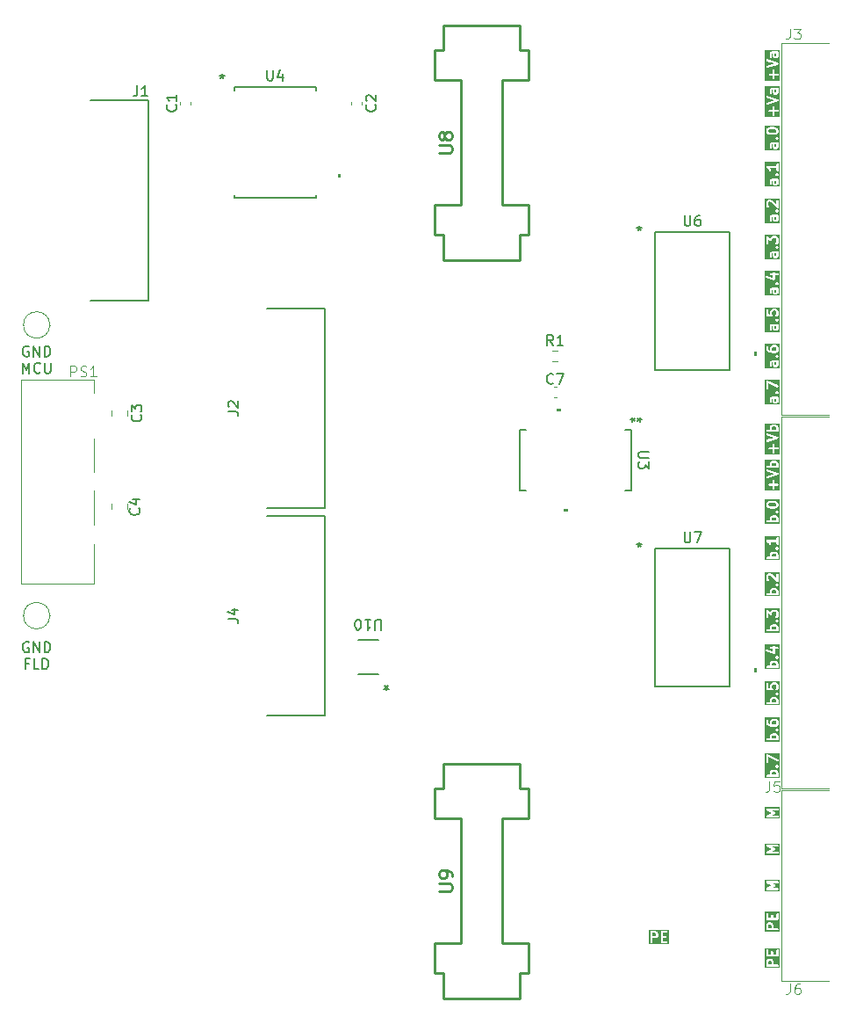
<source format=gbr>
%TF.GenerationSoftware,KiCad,Pcbnew,9.0.1*%
%TF.CreationDate,2025-04-28T12:51:49+03:00*%
%TF.ProjectId,PM_CNV-DQ16_src,504d5f43-4e56-42d4-9451-31365f737263,rev?*%
%TF.SameCoordinates,Original*%
%TF.FileFunction,Legend,Top*%
%TF.FilePolarity,Positive*%
%FSLAX46Y46*%
G04 Gerber Fmt 4.6, Leading zero omitted, Abs format (unit mm)*
G04 Created by KiCad (PCBNEW 9.0.1) date 2025-04-28 12:51:49*
%MOMM*%
%LPD*%
G01*
G04 APERTURE LIST*
%ADD10C,0.200000*%
%ADD11C,0.100000*%
%ADD12C,0.150000*%
%ADD13C,0.254000*%
%ADD14C,0.152400*%
%ADD15C,0.000000*%
%ADD16C,0.120000*%
G04 APERTURE END LIST*
D10*
G36*
X33352219Y40643060D02*
G01*
X33352219Y40452179D01*
X33330064Y40407870D01*
X33285754Y40385715D01*
X33237730Y40385715D01*
X33193421Y40407870D01*
X33171266Y40452180D01*
X33171266Y40661905D01*
X33342796Y40661905D01*
X33352219Y40643060D01*
G37*
G36*
X33663330Y38028906D02*
G01*
X32241893Y38028906D01*
X32241893Y38638557D01*
X32592235Y38638557D01*
X32592235Y38599539D01*
X32607167Y38563491D01*
X32634757Y38535901D01*
X32670805Y38520969D01*
X32690314Y38519048D01*
X32971266Y38519048D01*
X32971266Y38238096D01*
X32973187Y38218587D01*
X32988119Y38182539D01*
X33015709Y38154949D01*
X33051757Y38140017D01*
X33090775Y38140017D01*
X33126823Y38154949D01*
X33154413Y38182539D01*
X33169345Y38218587D01*
X33171266Y38238096D01*
X33171266Y38519048D01*
X33452219Y38519048D01*
X33471728Y38520969D01*
X33507776Y38535901D01*
X33535366Y38563491D01*
X33550298Y38599539D01*
X33550298Y38638557D01*
X33535366Y38674605D01*
X33507776Y38702195D01*
X33471728Y38717127D01*
X33452219Y38719048D01*
X33171266Y38719048D01*
X33171266Y39000000D01*
X33169345Y39019509D01*
X33154413Y39055557D01*
X33126823Y39083147D01*
X33090775Y39098079D01*
X33051757Y39098079D01*
X33015709Y39083147D01*
X32988119Y39055557D01*
X32973187Y39019509D01*
X32971266Y39000000D01*
X32971266Y38719048D01*
X32690314Y38719048D01*
X32670805Y38717127D01*
X32634757Y38702195D01*
X32607167Y38674605D01*
X32592235Y38638557D01*
X32241893Y38638557D01*
X32241893Y40012507D01*
X32353004Y40012507D01*
X32355770Y39973587D01*
X32373220Y39938688D01*
X32402696Y39913123D01*
X32420596Y39905132D01*
X33135991Y39666667D01*
X32420596Y39428202D01*
X32402696Y39420211D01*
X32373220Y39394646D01*
X32355770Y39359747D01*
X32353004Y39320827D01*
X32365342Y39283811D01*
X32390907Y39254335D01*
X32425806Y39236885D01*
X32464726Y39234119D01*
X32483842Y39238466D01*
X33483841Y39571799D01*
X33501742Y39579790D01*
X33507143Y39584475D01*
X33513530Y39587668D01*
X33521742Y39597137D01*
X33531218Y39605355D01*
X33534413Y39611747D01*
X33539095Y39617144D01*
X33543061Y39629042D01*
X33548667Y39640254D01*
X33549173Y39647379D01*
X33551434Y39654160D01*
X33550544Y39666667D01*
X33551434Y39679174D01*
X33549173Y39685956D01*
X33548667Y39693080D01*
X33543061Y39704293D01*
X33539095Y39716190D01*
X33534413Y39721588D01*
X33531218Y39727979D01*
X33521742Y39736198D01*
X33513530Y39745666D01*
X33507143Y39748860D01*
X33501742Y39753544D01*
X33483841Y39761535D01*
X32483842Y40094868D01*
X32464726Y40099215D01*
X32425806Y40096449D01*
X32390907Y40078999D01*
X32365342Y40049523D01*
X32353004Y40012507D01*
X32241893Y40012507D01*
X32241893Y40619048D01*
X32685552Y40619048D01*
X32685552Y40428572D01*
X32687473Y40409063D01*
X32688848Y40405743D01*
X32689103Y40402159D01*
X32696109Y40383851D01*
X32743728Y40288613D01*
X32754171Y40272023D01*
X32783648Y40246458D01*
X32820664Y40234120D01*
X32859584Y40236885D01*
X32894482Y40254334D01*
X32920047Y40283811D01*
X32932386Y40320827D01*
X32929620Y40359747D01*
X32922614Y40378056D01*
X32885552Y40452180D01*
X32885552Y40595441D01*
X32907707Y40639751D01*
X32952016Y40661905D01*
X32961843Y40661905D01*
X32971266Y40643060D01*
X32971266Y40428572D01*
X32973187Y40409063D01*
X32974562Y40405743D01*
X32974817Y40402159D01*
X32981823Y40383851D01*
X33029442Y40288613D01*
X33031495Y40285350D01*
X33032009Y40283811D01*
X33033671Y40281895D01*
X33039885Y40272023D01*
X33049355Y40263810D01*
X33057573Y40254334D01*
X33067446Y40248120D01*
X33069362Y40246458D01*
X33070900Y40245946D01*
X33074164Y40243891D01*
X33169401Y40196272D01*
X33187710Y40189266D01*
X33191293Y40189012D01*
X33194614Y40187636D01*
X33214123Y40185715D01*
X33309361Y40185715D01*
X33328870Y40187636D01*
X33332190Y40189012D01*
X33335773Y40189266D01*
X33354082Y40196272D01*
X33449321Y40243891D01*
X33452584Y40245945D01*
X33454123Y40246458D01*
X33456039Y40248121D01*
X33465911Y40254334D01*
X33474125Y40263806D01*
X33483600Y40272022D01*
X33489812Y40281893D01*
X33491476Y40283810D01*
X33491989Y40285351D01*
X33494043Y40288613D01*
X33541662Y40383850D01*
X33548668Y40402159D01*
X33548922Y40405743D01*
X33550298Y40409063D01*
X33552219Y40428572D01*
X33552219Y40666667D01*
X33550298Y40686176D01*
X33548922Y40689497D01*
X33548668Y40693080D01*
X33541662Y40711389D01*
X33539360Y40715992D01*
X33550298Y40742396D01*
X33550298Y40781414D01*
X33535366Y40817462D01*
X33507776Y40845052D01*
X33471728Y40859984D01*
X33452219Y40861905D01*
X32928409Y40861905D01*
X32908900Y40859984D01*
X32905579Y40858609D01*
X32901996Y40858354D01*
X32883687Y40851348D01*
X32788450Y40803729D01*
X32785186Y40801675D01*
X32783648Y40801162D01*
X32781732Y40799501D01*
X32771859Y40793286D01*
X32763641Y40783811D01*
X32754171Y40775597D01*
X32747957Y40765726D01*
X32746295Y40763809D01*
X32745781Y40762271D01*
X32743728Y40759007D01*
X32696109Y40663769D01*
X32689103Y40645461D01*
X32688848Y40641878D01*
X32687473Y40638557D01*
X32685552Y40619048D01*
X32241893Y40619048D01*
X32241893Y40973016D01*
X33663330Y40973016D01*
X33663330Y38028906D01*
G37*
G36*
X33297746Y8179718D02*
G01*
X33322414Y8155051D01*
X33352219Y8095441D01*
X33352219Y7952179D01*
X33342797Y7933334D01*
X32894975Y7933334D01*
X32885552Y7952180D01*
X32885552Y8095441D01*
X32915357Y8155051D01*
X32940025Y8179720D01*
X32999635Y8209524D01*
X33238135Y8209524D01*
X33297746Y8179718D01*
G37*
G36*
X33663330Y5528906D02*
G01*
X32241893Y5528906D01*
X32241893Y6138557D01*
X32592235Y6138557D01*
X32592235Y6099539D01*
X32607167Y6063491D01*
X32634757Y6035901D01*
X32670805Y6020969D01*
X32690314Y6019048D01*
X32971266Y6019048D01*
X32971266Y5738096D01*
X32973187Y5718587D01*
X32988119Y5682539D01*
X33015709Y5654949D01*
X33051757Y5640017D01*
X33090775Y5640017D01*
X33126823Y5654949D01*
X33154413Y5682539D01*
X33169345Y5718587D01*
X33171266Y5738096D01*
X33171266Y6019048D01*
X33452219Y6019048D01*
X33471728Y6020969D01*
X33507776Y6035901D01*
X33535366Y6063491D01*
X33550298Y6099539D01*
X33550298Y6138557D01*
X33535366Y6174605D01*
X33507776Y6202195D01*
X33471728Y6217127D01*
X33452219Y6219048D01*
X33171266Y6219048D01*
X33171266Y6500000D01*
X33169345Y6519509D01*
X33154413Y6555557D01*
X33126823Y6583147D01*
X33090775Y6598079D01*
X33051757Y6598079D01*
X33015709Y6583147D01*
X32988119Y6555557D01*
X32973187Y6519509D01*
X32971266Y6500000D01*
X32971266Y6219048D01*
X32690314Y6219048D01*
X32670805Y6217127D01*
X32634757Y6202195D01*
X32607167Y6174605D01*
X32592235Y6138557D01*
X32241893Y6138557D01*
X32241893Y7512507D01*
X32353004Y7512507D01*
X32355770Y7473587D01*
X32373220Y7438688D01*
X32402696Y7413123D01*
X32420596Y7405132D01*
X33135991Y7166667D01*
X32420596Y6928202D01*
X32402696Y6920211D01*
X32373220Y6894646D01*
X32355770Y6859747D01*
X32353004Y6820827D01*
X32365342Y6783811D01*
X32390907Y6754335D01*
X32425806Y6736885D01*
X32464726Y6734119D01*
X32483842Y6738466D01*
X33483841Y7071799D01*
X33501742Y7079790D01*
X33507143Y7084475D01*
X33513530Y7087668D01*
X33521742Y7097137D01*
X33531218Y7105355D01*
X33534413Y7111747D01*
X33539095Y7117144D01*
X33543061Y7129042D01*
X33548667Y7140254D01*
X33549173Y7147379D01*
X33551434Y7154160D01*
X33550544Y7166667D01*
X33551434Y7179174D01*
X33549173Y7185956D01*
X33548667Y7193080D01*
X33543061Y7204293D01*
X33539095Y7216190D01*
X33534413Y7221588D01*
X33531218Y7227979D01*
X33521742Y7236198D01*
X33513530Y7245666D01*
X33507143Y7248860D01*
X33501742Y7253544D01*
X33483841Y7261535D01*
X32483842Y7594868D01*
X32464726Y7599215D01*
X32425806Y7596449D01*
X32390907Y7578999D01*
X32365342Y7549523D01*
X32353004Y7512507D01*
X32241893Y7512507D01*
X32241893Y7852843D01*
X32354140Y7852843D01*
X32354140Y7813825D01*
X32369072Y7777777D01*
X32396662Y7750187D01*
X32432710Y7735255D01*
X32452219Y7733334D01*
X33452219Y7733334D01*
X33471728Y7735255D01*
X33507776Y7750187D01*
X33535366Y7777777D01*
X33550298Y7813825D01*
X33550298Y7852843D01*
X33539360Y7879248D01*
X33541662Y7883850D01*
X33548668Y7902159D01*
X33548922Y7905743D01*
X33550298Y7909063D01*
X33552219Y7928572D01*
X33552219Y8119048D01*
X33550298Y8138557D01*
X33548922Y8141878D01*
X33548668Y8145461D01*
X33541662Y8163770D01*
X33494043Y8259007D01*
X33488757Y8267404D01*
X33487747Y8269844D01*
X33485493Y8272590D01*
X33483600Y8275598D01*
X33481603Y8277330D01*
X33475310Y8284998D01*
X33427690Y8332616D01*
X33420020Y8338911D01*
X33418291Y8340905D01*
X33415286Y8342797D01*
X33412537Y8345053D01*
X33410093Y8346065D01*
X33401701Y8351348D01*
X33306463Y8398967D01*
X33288155Y8405973D01*
X33284571Y8406228D01*
X33281251Y8407603D01*
X33261742Y8409524D01*
X32976028Y8409524D01*
X32956519Y8407603D01*
X32953198Y8406228D01*
X32949615Y8405973D01*
X32931306Y8398967D01*
X32836069Y8351348D01*
X32827672Y8346063D01*
X32825232Y8345052D01*
X32822486Y8342799D01*
X32819478Y8340905D01*
X32817745Y8338908D01*
X32810079Y8332615D01*
X32762460Y8284997D01*
X32756165Y8277327D01*
X32754171Y8275597D01*
X32752277Y8272590D01*
X32750024Y8269843D01*
X32749013Y8267404D01*
X32743728Y8259007D01*
X32696109Y8163769D01*
X32689103Y8145461D01*
X32688848Y8141878D01*
X32687473Y8138557D01*
X32685552Y8119048D01*
X32685552Y7933334D01*
X32452219Y7933334D01*
X32432710Y7931413D01*
X32396662Y7916481D01*
X32369072Y7888891D01*
X32354140Y7852843D01*
X32241893Y7852843D01*
X32241893Y8520635D01*
X33663330Y8520635D01*
X33663330Y5528906D01*
G37*
G36*
X33352219Y14381156D02*
G01*
X33352219Y14190275D01*
X33330064Y14145966D01*
X33285754Y14123811D01*
X33237730Y14123811D01*
X33193421Y14145966D01*
X33171266Y14190276D01*
X33171266Y14400001D01*
X33342796Y14400001D01*
X33352219Y14381156D01*
G37*
G36*
X33297746Y15846385D02*
G01*
X33322414Y15821718D01*
X33352219Y15762108D01*
X33352219Y15618846D01*
X33322414Y15559237D01*
X33297746Y15534570D01*
X33238135Y15504763D01*
X33047254Y15504763D01*
X32987644Y15534568D01*
X32962976Y15559237D01*
X32933171Y15618847D01*
X32933171Y15762108D01*
X32962976Y15821718D01*
X32987644Y15846387D01*
X33047254Y15876191D01*
X33238135Y15876191D01*
X33297746Y15846385D01*
G37*
G36*
X33663330Y13812700D02*
G01*
X32241108Y13812700D01*
X32241108Y14357144D01*
X32685552Y14357144D01*
X32685552Y14166668D01*
X32687473Y14147159D01*
X32688848Y14143839D01*
X32689103Y14140255D01*
X32696109Y14121947D01*
X32743728Y14026709D01*
X32754171Y14010119D01*
X32783648Y13984554D01*
X32820664Y13972216D01*
X32859584Y13974981D01*
X32894482Y13992430D01*
X32920047Y14021907D01*
X32932386Y14058923D01*
X32929620Y14097843D01*
X32922614Y14116152D01*
X32885552Y14190276D01*
X32885552Y14333537D01*
X32907707Y14377847D01*
X32952016Y14400001D01*
X32961843Y14400001D01*
X32971266Y14381156D01*
X32971266Y14166668D01*
X32973187Y14147159D01*
X32974562Y14143839D01*
X32974817Y14140255D01*
X32981823Y14121947D01*
X33029442Y14026709D01*
X33031495Y14023446D01*
X33032009Y14021907D01*
X33033671Y14019991D01*
X33039885Y14010119D01*
X33049355Y14001906D01*
X33057573Y13992430D01*
X33067446Y13986216D01*
X33069362Y13984554D01*
X33070900Y13984042D01*
X33074164Y13981987D01*
X33169401Y13934368D01*
X33187710Y13927362D01*
X33191293Y13927108D01*
X33194614Y13925732D01*
X33214123Y13923811D01*
X33309361Y13923811D01*
X33328870Y13925732D01*
X33332190Y13927108D01*
X33335773Y13927362D01*
X33354082Y13934368D01*
X33449321Y13981987D01*
X33452584Y13984041D01*
X33454123Y13984554D01*
X33456039Y13986217D01*
X33465911Y13992430D01*
X33474125Y14001902D01*
X33483600Y14010118D01*
X33489812Y14019989D01*
X33491476Y14021906D01*
X33491989Y14023447D01*
X33494043Y14026709D01*
X33541662Y14121946D01*
X33548668Y14140255D01*
X33548922Y14143839D01*
X33550298Y14147159D01*
X33552219Y14166668D01*
X33552219Y14404763D01*
X33550298Y14424272D01*
X33548922Y14427593D01*
X33548668Y14431176D01*
X33541662Y14449485D01*
X33539360Y14454088D01*
X33550298Y14480492D01*
X33550298Y14519510D01*
X33535366Y14555558D01*
X33507776Y14583148D01*
X33471728Y14598080D01*
X33452219Y14600001D01*
X32928409Y14600001D01*
X32908900Y14598080D01*
X32905579Y14596705D01*
X32901996Y14596450D01*
X32883687Y14589444D01*
X32788450Y14541825D01*
X32785186Y14539771D01*
X32783648Y14539258D01*
X32781732Y14537597D01*
X32771859Y14531382D01*
X32763641Y14521907D01*
X32754171Y14513693D01*
X32747957Y14503822D01*
X32746295Y14501905D01*
X32745781Y14500367D01*
X32743728Y14497103D01*
X32696109Y14401865D01*
X32689103Y14383557D01*
X32688848Y14379974D01*
X32687473Y14376653D01*
X32685552Y14357144D01*
X32241108Y14357144D01*
X32241108Y14995701D01*
X33258901Y14995701D01*
X33258901Y14956683D01*
X33260385Y14953100D01*
X33273832Y14920635D01*
X33273833Y14920634D01*
X33286270Y14905481D01*
X33333890Y14857862D01*
X33349043Y14845425D01*
X33374533Y14834868D01*
X33385091Y14830494D01*
X33385092Y14830494D01*
X33424109Y14830494D01*
X33445226Y14839242D01*
X33460158Y14845426D01*
X33460162Y14845431D01*
X33475311Y14857862D01*
X33522929Y14905481D01*
X33535366Y14920634D01*
X33546735Y14948082D01*
X33550298Y14956683D01*
X33550298Y14995701D01*
X33535366Y15031749D01*
X33535366Y15031750D01*
X33522929Y15046903D01*
X33475311Y15094522D01*
X33460162Y15106954D01*
X33460158Y15106958D01*
X33445226Y15113143D01*
X33424109Y15121890D01*
X33385091Y15121890D01*
X33374533Y15117517D01*
X33349043Y15106959D01*
X33333890Y15094522D01*
X33286270Y15046903D01*
X33273833Y15031750D01*
X33273832Y15031749D01*
X33263274Y15006259D01*
X33258901Y14995701D01*
X32241108Y14995701D01*
X32241108Y15880953D01*
X32352219Y15880953D01*
X32352219Y15690477D01*
X32354140Y15670968D01*
X32355515Y15667648D01*
X32355770Y15664064D01*
X32362776Y15645756D01*
X32410395Y15550518D01*
X32415680Y15542122D01*
X32416691Y15539682D01*
X32418944Y15536936D01*
X32420838Y15533928D01*
X32422832Y15532199D01*
X32429127Y15524528D01*
X32476746Y15476910D01*
X32476798Y15476867D01*
X32476820Y15476835D01*
X32484413Y15470618D01*
X32491899Y15464473D01*
X32491933Y15464459D01*
X32491987Y15464415D01*
X32634844Y15369177D01*
X32645613Y15363435D01*
X32647600Y15361963D01*
X32649945Y15361125D01*
X32652142Y15359954D01*
X32654565Y15359475D01*
X32666060Y15355368D01*
X32856536Y15307749D01*
X32859917Y15307249D01*
X32861281Y15306684D01*
X32868631Y15305961D01*
X32875929Y15304881D01*
X32877387Y15305099D01*
X32880790Y15304763D01*
X33261742Y15304763D01*
X33281251Y15306684D01*
X33284571Y15308060D01*
X33288155Y15308314D01*
X33306463Y15315320D01*
X33401701Y15362939D01*
X33410093Y15368223D01*
X33412537Y15369234D01*
X33415286Y15371491D01*
X33418291Y15373382D01*
X33420020Y15375377D01*
X33427690Y15381671D01*
X33475310Y15429289D01*
X33481603Y15436958D01*
X33483600Y15438689D01*
X33485493Y15441698D01*
X33487747Y15444443D01*
X33488757Y15446884D01*
X33494043Y15455280D01*
X33541662Y15550517D01*
X33548668Y15568826D01*
X33548922Y15572410D01*
X33550298Y15575730D01*
X33552219Y15595239D01*
X33552219Y15785715D01*
X33550298Y15805224D01*
X33548922Y15808545D01*
X33548668Y15812128D01*
X33541662Y15830437D01*
X33494043Y15925674D01*
X33488757Y15934071D01*
X33487747Y15936511D01*
X33485493Y15939257D01*
X33483600Y15942265D01*
X33481603Y15943997D01*
X33475310Y15951665D01*
X33427690Y15999283D01*
X33420020Y16005578D01*
X33418291Y16007572D01*
X33415286Y16009464D01*
X33412537Y16011720D01*
X33410093Y16012732D01*
X33401701Y16018015D01*
X33306463Y16065634D01*
X33288155Y16072640D01*
X33284571Y16072895D01*
X33281251Y16074270D01*
X33261742Y16076191D01*
X33023647Y16076191D01*
X33004138Y16074270D01*
X33000817Y16072895D01*
X32997234Y16072640D01*
X32978925Y16065634D01*
X32883688Y16018015D01*
X32875291Y16012730D01*
X32872851Y16011719D01*
X32870105Y16009466D01*
X32867097Y16007572D01*
X32865364Y16005575D01*
X32857698Y15999282D01*
X32810079Y15951664D01*
X32803784Y15943994D01*
X32801790Y15942264D01*
X32799896Y15939257D01*
X32797643Y15936510D01*
X32796632Y15934071D01*
X32791347Y15925674D01*
X32743728Y15830436D01*
X32736722Y15812128D01*
X32736467Y15808545D01*
X32735092Y15805224D01*
X32733171Y15785715D01*
X32733171Y15595239D01*
X32735092Y15575730D01*
X32736467Y15572410D01*
X32736722Y15568826D01*
X32743728Y15550518D01*
X32748534Y15540905D01*
X32731372Y15545195D01*
X32611165Y15625333D01*
X32582024Y15654475D01*
X32552219Y15714085D01*
X32552219Y15880953D01*
X32550298Y15900462D01*
X32535366Y15936510D01*
X32507776Y15964100D01*
X32471728Y15979032D01*
X32432710Y15979032D01*
X32396662Y15964100D01*
X32369072Y15936510D01*
X32354140Y15900462D01*
X32352219Y15880953D01*
X32241108Y15880953D01*
X32241108Y16187302D01*
X33663330Y16187302D01*
X33663330Y13812700D01*
G37*
G36*
X33352219Y24881156D02*
G01*
X33352219Y24690275D01*
X33330064Y24645966D01*
X33285754Y24623811D01*
X33237730Y24623811D01*
X33193421Y24645966D01*
X33171266Y24690276D01*
X33171266Y24900001D01*
X33342796Y24900001D01*
X33352219Y24881156D01*
G37*
G36*
X33663330Y24312700D02*
G01*
X32241108Y24312700D01*
X32241108Y24857144D01*
X32685552Y24857144D01*
X32685552Y24666668D01*
X32687473Y24647159D01*
X32688848Y24643839D01*
X32689103Y24640255D01*
X32696109Y24621947D01*
X32743728Y24526709D01*
X32754171Y24510119D01*
X32783648Y24484554D01*
X32820664Y24472216D01*
X32859584Y24474981D01*
X32894482Y24492430D01*
X32920047Y24521907D01*
X32932386Y24558923D01*
X32929620Y24597843D01*
X32922614Y24616152D01*
X32885552Y24690276D01*
X32885552Y24833537D01*
X32907707Y24877847D01*
X32952016Y24900001D01*
X32961843Y24900001D01*
X32971266Y24881156D01*
X32971266Y24666668D01*
X32973187Y24647159D01*
X32974562Y24643839D01*
X32974817Y24640255D01*
X32981823Y24621947D01*
X33029442Y24526709D01*
X33031495Y24523446D01*
X33032009Y24521907D01*
X33033671Y24519991D01*
X33039885Y24510119D01*
X33049355Y24501906D01*
X33057573Y24492430D01*
X33067446Y24486216D01*
X33069362Y24484554D01*
X33070900Y24484042D01*
X33074164Y24481987D01*
X33169401Y24434368D01*
X33187710Y24427362D01*
X33191293Y24427108D01*
X33194614Y24425732D01*
X33214123Y24423811D01*
X33309361Y24423811D01*
X33328870Y24425732D01*
X33332190Y24427108D01*
X33335773Y24427362D01*
X33354082Y24434368D01*
X33449321Y24481987D01*
X33452584Y24484041D01*
X33454123Y24484554D01*
X33456039Y24486217D01*
X33465911Y24492430D01*
X33474125Y24501902D01*
X33483600Y24510118D01*
X33489812Y24519989D01*
X33491476Y24521906D01*
X33491989Y24523447D01*
X33494043Y24526709D01*
X33541662Y24621946D01*
X33548668Y24640255D01*
X33548922Y24643839D01*
X33550298Y24647159D01*
X33552219Y24666668D01*
X33552219Y24904763D01*
X33550298Y24924272D01*
X33548922Y24927593D01*
X33548668Y24931176D01*
X33541662Y24949485D01*
X33539360Y24954088D01*
X33550298Y24980492D01*
X33550298Y25019510D01*
X33535366Y25055558D01*
X33507776Y25083148D01*
X33471728Y25098080D01*
X33452219Y25100001D01*
X32928409Y25100001D01*
X32908900Y25098080D01*
X32905579Y25096705D01*
X32901996Y25096450D01*
X32883687Y25089444D01*
X32788450Y25041825D01*
X32785186Y25039771D01*
X32783648Y25039258D01*
X32781732Y25037597D01*
X32771859Y25031382D01*
X32763641Y25021907D01*
X32754171Y25013693D01*
X32747957Y25003822D01*
X32746295Y25001905D01*
X32745781Y25000367D01*
X32743728Y24997103D01*
X32696109Y24901865D01*
X32689103Y24883557D01*
X32688848Y24879974D01*
X32687473Y24876653D01*
X32685552Y24857144D01*
X32241108Y24857144D01*
X32241108Y25495701D01*
X33258901Y25495701D01*
X33258901Y25456683D01*
X33260385Y25453100D01*
X33273832Y25420635D01*
X33273833Y25420634D01*
X33286270Y25405481D01*
X33333890Y25357862D01*
X33349043Y25345425D01*
X33374533Y25334868D01*
X33385091Y25330494D01*
X33385092Y25330494D01*
X33424109Y25330494D01*
X33445226Y25339242D01*
X33460158Y25345426D01*
X33460162Y25345431D01*
X33475311Y25357862D01*
X33522929Y25405481D01*
X33535366Y25420634D01*
X33546735Y25448082D01*
X33550298Y25456683D01*
X33550298Y25495701D01*
X33535366Y25531749D01*
X33535366Y25531750D01*
X33522929Y25546903D01*
X33475311Y25594522D01*
X33460162Y25606954D01*
X33460158Y25606958D01*
X33445226Y25613143D01*
X33424109Y25621890D01*
X33385091Y25621890D01*
X33374533Y25617517D01*
X33349043Y25606959D01*
X33333890Y25594522D01*
X33286270Y25546903D01*
X33273833Y25531750D01*
X33273832Y25531749D01*
X33263274Y25506259D01*
X33258901Y25495701D01*
X32241108Y25495701D01*
X32241108Y26476191D01*
X32352219Y26476191D01*
X32352219Y25857144D01*
X32354140Y25837635D01*
X32369072Y25801587D01*
X32396662Y25773997D01*
X32432710Y25759065D01*
X32471728Y25759065D01*
X32507776Y25773997D01*
X32535366Y25801587D01*
X32550298Y25837635D01*
X32552219Y25857144D01*
X32552219Y26255815D01*
X32767321Y26067600D01*
X32775754Y26061571D01*
X32777614Y26059711D01*
X32779377Y26058981D01*
X32783268Y26056199D01*
X32798656Y26050995D01*
X32813662Y26044779D01*
X32817036Y26044779D01*
X32820229Y26043699D01*
X32836432Y26044779D01*
X32852680Y26044779D01*
X32855795Y26046070D01*
X32859161Y26046294D01*
X32873726Y26053497D01*
X32888728Y26059711D01*
X32891111Y26062095D01*
X32894136Y26063590D01*
X32904840Y26075824D01*
X32916318Y26087301D01*
X32917607Y26090415D01*
X32919830Y26092954D01*
X32925035Y26108346D01*
X32931250Y26123349D01*
X32931718Y26128109D01*
X32932330Y26129916D01*
X32932155Y26132541D01*
X32933171Y26142858D01*
X32933171Y26262108D01*
X32962976Y26321718D01*
X32987644Y26346387D01*
X33047254Y26376191D01*
X33238135Y26376191D01*
X33297746Y26346385D01*
X33322414Y26321718D01*
X33352219Y26262108D01*
X33352219Y26023608D01*
X33322414Y25963999D01*
X33286270Y25927855D01*
X33273833Y25912702D01*
X33258902Y25876654D01*
X33258901Y25837636D01*
X33273832Y25801587D01*
X33301422Y25773997D01*
X33337470Y25759066D01*
X33376488Y25759065D01*
X33412537Y25773996D01*
X33427690Y25786433D01*
X33475310Y25834051D01*
X33481603Y25841720D01*
X33483600Y25843451D01*
X33485493Y25846460D01*
X33487747Y25849205D01*
X33488757Y25851646D01*
X33494043Y25860042D01*
X33541662Y25955279D01*
X33548668Y25973588D01*
X33548922Y25977172D01*
X33550298Y25980492D01*
X33552219Y26000001D01*
X33552219Y26285715D01*
X33550298Y26305224D01*
X33548922Y26308545D01*
X33548668Y26312128D01*
X33541662Y26330437D01*
X33494043Y26425674D01*
X33488757Y26434071D01*
X33487747Y26436511D01*
X33485493Y26439257D01*
X33483600Y26442265D01*
X33481603Y26443997D01*
X33475310Y26451665D01*
X33427690Y26499283D01*
X33420020Y26505578D01*
X33418291Y26507572D01*
X33415286Y26509464D01*
X33412537Y26511720D01*
X33410093Y26512732D01*
X33401701Y26518015D01*
X33306463Y26565634D01*
X33288155Y26572640D01*
X33284571Y26572895D01*
X33281251Y26574270D01*
X33261742Y26576191D01*
X33023647Y26576191D01*
X33004138Y26574270D01*
X33000817Y26572895D01*
X32997234Y26572640D01*
X32978925Y26565634D01*
X32883688Y26518015D01*
X32875291Y26512730D01*
X32872851Y26511719D01*
X32870105Y26509466D01*
X32867097Y26507572D01*
X32865364Y26505575D01*
X32857698Y26499282D01*
X32810079Y26451664D01*
X32803784Y26443994D01*
X32801790Y26442264D01*
X32799896Y26439257D01*
X32797643Y26436510D01*
X32796632Y26434071D01*
X32791347Y26425674D01*
X32751923Y26346827D01*
X32518069Y26551449D01*
X32509635Y26557479D01*
X32507776Y26559338D01*
X32506012Y26560069D01*
X32502122Y26562850D01*
X32486733Y26568055D01*
X32471728Y26574270D01*
X32468354Y26574270D01*
X32465161Y26575350D01*
X32448958Y26574270D01*
X32432710Y26574270D01*
X32429594Y26572980D01*
X32426229Y26572755D01*
X32411668Y26565555D01*
X32396662Y26559338D01*
X32394277Y26556954D01*
X32391254Y26555458D01*
X32380556Y26543233D01*
X32369072Y26531748D01*
X32367781Y26528634D01*
X32365560Y26526094D01*
X32360355Y26510706D01*
X32354140Y26495700D01*
X32353671Y26490941D01*
X32353060Y26489133D01*
X32353234Y26486509D01*
X32352219Y26476191D01*
X32241108Y26476191D01*
X32241108Y26687302D01*
X33663330Y26687302D01*
X33663330Y24312700D01*
G37*
G36*
X33352219Y21381156D02*
G01*
X33352219Y21190275D01*
X33330064Y21145966D01*
X33285754Y21123811D01*
X33237730Y21123811D01*
X33193421Y21145966D01*
X33171266Y21190276D01*
X33171266Y21400001D01*
X33342796Y21400001D01*
X33352219Y21381156D01*
G37*
G36*
X33663330Y20812700D02*
G01*
X32194274Y20812700D01*
X32194274Y21357144D01*
X32685552Y21357144D01*
X32685552Y21166668D01*
X32687473Y21147159D01*
X32688848Y21143839D01*
X32689103Y21140255D01*
X32696109Y21121947D01*
X32743728Y21026709D01*
X32754171Y21010119D01*
X32783648Y20984554D01*
X32820664Y20972216D01*
X32859584Y20974981D01*
X32894482Y20992430D01*
X32920047Y21021907D01*
X32932386Y21058923D01*
X32929620Y21097843D01*
X32922614Y21116152D01*
X32885552Y21190276D01*
X32885552Y21333537D01*
X32907707Y21377847D01*
X32952016Y21400001D01*
X32961843Y21400001D01*
X32971266Y21381156D01*
X32971266Y21166668D01*
X32973187Y21147159D01*
X32974562Y21143839D01*
X32974817Y21140255D01*
X32981823Y21121947D01*
X33029442Y21026709D01*
X33031495Y21023446D01*
X33032009Y21021907D01*
X33033671Y21019991D01*
X33039885Y21010119D01*
X33049355Y21001906D01*
X33057573Y20992430D01*
X33067446Y20986216D01*
X33069362Y20984554D01*
X33070900Y20984042D01*
X33074164Y20981987D01*
X33169401Y20934368D01*
X33187710Y20927362D01*
X33191293Y20927108D01*
X33194614Y20925732D01*
X33214123Y20923811D01*
X33309361Y20923811D01*
X33328870Y20925732D01*
X33332190Y20927108D01*
X33335773Y20927362D01*
X33354082Y20934368D01*
X33449321Y20981987D01*
X33452584Y20984041D01*
X33454123Y20984554D01*
X33456039Y20986217D01*
X33465911Y20992430D01*
X33474125Y21001902D01*
X33483600Y21010118D01*
X33489812Y21019989D01*
X33491476Y21021906D01*
X33491989Y21023447D01*
X33494043Y21026709D01*
X33541662Y21121946D01*
X33548668Y21140255D01*
X33548922Y21143839D01*
X33550298Y21147159D01*
X33552219Y21166668D01*
X33552219Y21404763D01*
X33550298Y21424272D01*
X33548922Y21427593D01*
X33548668Y21431176D01*
X33541662Y21449485D01*
X33539360Y21454088D01*
X33550298Y21480492D01*
X33550298Y21519510D01*
X33535366Y21555558D01*
X33507776Y21583148D01*
X33471728Y21598080D01*
X33452219Y21600001D01*
X32928409Y21600001D01*
X32908900Y21598080D01*
X32905579Y21596705D01*
X32901996Y21596450D01*
X32883687Y21589444D01*
X32788450Y21541825D01*
X32785186Y21539771D01*
X32783648Y21539258D01*
X32781732Y21537597D01*
X32771859Y21531382D01*
X32763641Y21521907D01*
X32754171Y21513693D01*
X32747957Y21503822D01*
X32746295Y21501905D01*
X32745781Y21500367D01*
X32743728Y21497103D01*
X32696109Y21401865D01*
X32689103Y21383557D01*
X32688848Y21379974D01*
X32687473Y21376653D01*
X32685552Y21357144D01*
X32194274Y21357144D01*
X32194274Y21995701D01*
X33258901Y21995701D01*
X33258901Y21956683D01*
X33260385Y21953100D01*
X33273832Y21920635D01*
X33273833Y21920634D01*
X33286270Y21905481D01*
X33333890Y21857862D01*
X33349043Y21845425D01*
X33374533Y21834868D01*
X33385091Y21830494D01*
X33385092Y21830494D01*
X33424109Y21830494D01*
X33445226Y21839242D01*
X33460158Y21845426D01*
X33460162Y21845431D01*
X33475311Y21857862D01*
X33522929Y21905481D01*
X33535366Y21920634D01*
X33546735Y21948082D01*
X33550298Y21956683D01*
X33550298Y21995701D01*
X33535366Y22031749D01*
X33535366Y22031750D01*
X33522929Y22046903D01*
X33475311Y22094522D01*
X33460162Y22106954D01*
X33460158Y22106958D01*
X33445226Y22113143D01*
X33424109Y22121890D01*
X33385091Y22121890D01*
X33374533Y22117517D01*
X33349043Y22106959D01*
X33333890Y22094522D01*
X33286270Y22046903D01*
X33273833Y22031750D01*
X33273832Y22031749D01*
X33263274Y22006259D01*
X33258901Y21995701D01*
X32194274Y21995701D01*
X32194274Y22655365D01*
X32305385Y22655365D01*
X32308151Y22616445D01*
X32325601Y22581546D01*
X32355077Y22555981D01*
X32372977Y22547990D01*
X33087262Y22309895D01*
X33096934Y22307696D01*
X33099376Y22306684D01*
X33101382Y22306684D01*
X33106377Y22305548D01*
X33122361Y22306684D01*
X33138394Y22306684D01*
X33141714Y22308060D01*
X33145297Y22308314D01*
X33159627Y22315480D01*
X33174442Y22321616D01*
X33176983Y22324158D01*
X33180196Y22325764D01*
X33190693Y22337868D01*
X33202032Y22349206D01*
X33203407Y22352527D01*
X33205761Y22355240D01*
X33210828Y22370442D01*
X33216964Y22385254D01*
X33217466Y22390355D01*
X33218100Y22392256D01*
X33217912Y22394890D01*
X33218885Y22404763D01*
X33218885Y22780953D01*
X33452219Y22780953D01*
X33471728Y22782874D01*
X33507776Y22797806D01*
X33535366Y22825396D01*
X33550298Y22861444D01*
X33550298Y22900462D01*
X33535366Y22936510D01*
X33507776Y22964100D01*
X33471728Y22979032D01*
X33452219Y22980953D01*
X33218885Y22980953D01*
X33218885Y23023810D01*
X33216964Y23043319D01*
X33202032Y23079367D01*
X33174442Y23106957D01*
X33138394Y23121889D01*
X33099376Y23121889D01*
X33063328Y23106957D01*
X33035738Y23079367D01*
X33020806Y23043319D01*
X33018885Y23023810D01*
X33018885Y22980953D01*
X32785552Y22980953D01*
X32766043Y22979032D01*
X32729995Y22964100D01*
X32702405Y22936510D01*
X32687473Y22900462D01*
X32687473Y22861444D01*
X32702405Y22825396D01*
X32729995Y22797806D01*
X32766043Y22782874D01*
X32785552Y22780953D01*
X33018885Y22780953D01*
X33018885Y22543506D01*
X32436223Y22737726D01*
X32417107Y22742073D01*
X32378187Y22739307D01*
X32343288Y22721857D01*
X32317723Y22692381D01*
X32305385Y22655365D01*
X32194274Y22655365D01*
X32194274Y23233000D01*
X33663330Y23233000D01*
X33663330Y20812700D01*
G37*
G36*
X33352219Y44143060D02*
G01*
X33352219Y43952179D01*
X33330064Y43907870D01*
X33285754Y43885715D01*
X33237730Y43885715D01*
X33193421Y43907870D01*
X33171266Y43952180D01*
X33171266Y44161905D01*
X33342796Y44161905D01*
X33352219Y44143060D01*
G37*
G36*
X33663330Y41528906D02*
G01*
X32241893Y41528906D01*
X32241893Y42138557D01*
X32592235Y42138557D01*
X32592235Y42099539D01*
X32607167Y42063491D01*
X32634757Y42035901D01*
X32670805Y42020969D01*
X32690314Y42019048D01*
X32971266Y42019048D01*
X32971266Y41738096D01*
X32973187Y41718587D01*
X32988119Y41682539D01*
X33015709Y41654949D01*
X33051757Y41640017D01*
X33090775Y41640017D01*
X33126823Y41654949D01*
X33154413Y41682539D01*
X33169345Y41718587D01*
X33171266Y41738096D01*
X33171266Y42019048D01*
X33452219Y42019048D01*
X33471728Y42020969D01*
X33507776Y42035901D01*
X33535366Y42063491D01*
X33550298Y42099539D01*
X33550298Y42138557D01*
X33535366Y42174605D01*
X33507776Y42202195D01*
X33471728Y42217127D01*
X33452219Y42219048D01*
X33171266Y42219048D01*
X33171266Y42500000D01*
X33169345Y42519509D01*
X33154413Y42555557D01*
X33126823Y42583147D01*
X33090775Y42598079D01*
X33051757Y42598079D01*
X33015709Y42583147D01*
X32988119Y42555557D01*
X32973187Y42519509D01*
X32971266Y42500000D01*
X32971266Y42219048D01*
X32690314Y42219048D01*
X32670805Y42217127D01*
X32634757Y42202195D01*
X32607167Y42174605D01*
X32592235Y42138557D01*
X32241893Y42138557D01*
X32241893Y43512507D01*
X32353004Y43512507D01*
X32355770Y43473587D01*
X32373220Y43438688D01*
X32402696Y43413123D01*
X32420596Y43405132D01*
X33135991Y43166667D01*
X32420596Y42928202D01*
X32402696Y42920211D01*
X32373220Y42894646D01*
X32355770Y42859747D01*
X32353004Y42820827D01*
X32365342Y42783811D01*
X32390907Y42754335D01*
X32425806Y42736885D01*
X32464726Y42734119D01*
X32483842Y42738466D01*
X33483841Y43071799D01*
X33501742Y43079790D01*
X33507143Y43084475D01*
X33513530Y43087668D01*
X33521742Y43097137D01*
X33531218Y43105355D01*
X33534413Y43111747D01*
X33539095Y43117144D01*
X33543061Y43129042D01*
X33548667Y43140254D01*
X33549173Y43147379D01*
X33551434Y43154160D01*
X33550544Y43166667D01*
X33551434Y43179174D01*
X33549173Y43185956D01*
X33548667Y43193080D01*
X33543061Y43204293D01*
X33539095Y43216190D01*
X33534413Y43221588D01*
X33531218Y43227979D01*
X33521742Y43236198D01*
X33513530Y43245666D01*
X33507143Y43248860D01*
X33501742Y43253544D01*
X33483841Y43261535D01*
X32483842Y43594868D01*
X32464726Y43599215D01*
X32425806Y43596449D01*
X32390907Y43578999D01*
X32365342Y43549523D01*
X32353004Y43512507D01*
X32241893Y43512507D01*
X32241893Y44119048D01*
X32685552Y44119048D01*
X32685552Y43928572D01*
X32687473Y43909063D01*
X32688848Y43905743D01*
X32689103Y43902159D01*
X32696109Y43883851D01*
X32743728Y43788613D01*
X32754171Y43772023D01*
X32783648Y43746458D01*
X32820664Y43734120D01*
X32859584Y43736885D01*
X32894482Y43754334D01*
X32920047Y43783811D01*
X32932386Y43820827D01*
X32929620Y43859747D01*
X32922614Y43878056D01*
X32885552Y43952180D01*
X32885552Y44095441D01*
X32907707Y44139751D01*
X32952016Y44161905D01*
X32961843Y44161905D01*
X32971266Y44143060D01*
X32971266Y43928572D01*
X32973187Y43909063D01*
X32974562Y43905743D01*
X32974817Y43902159D01*
X32981823Y43883851D01*
X33029442Y43788613D01*
X33031495Y43785350D01*
X33032009Y43783811D01*
X33033671Y43781895D01*
X33039885Y43772023D01*
X33049355Y43763810D01*
X33057573Y43754334D01*
X33067446Y43748120D01*
X33069362Y43746458D01*
X33070900Y43745946D01*
X33074164Y43743891D01*
X33169401Y43696272D01*
X33187710Y43689266D01*
X33191293Y43689012D01*
X33194614Y43687636D01*
X33214123Y43685715D01*
X33309361Y43685715D01*
X33328870Y43687636D01*
X33332190Y43689012D01*
X33335773Y43689266D01*
X33354082Y43696272D01*
X33449321Y43743891D01*
X33452584Y43745945D01*
X33454123Y43746458D01*
X33456039Y43748121D01*
X33465911Y43754334D01*
X33474125Y43763806D01*
X33483600Y43772022D01*
X33489812Y43781893D01*
X33491476Y43783810D01*
X33491989Y43785351D01*
X33494043Y43788613D01*
X33541662Y43883850D01*
X33548668Y43902159D01*
X33548922Y43905743D01*
X33550298Y43909063D01*
X33552219Y43928572D01*
X33552219Y44166667D01*
X33550298Y44186176D01*
X33548922Y44189497D01*
X33548668Y44193080D01*
X33541662Y44211389D01*
X33539360Y44215992D01*
X33550298Y44242396D01*
X33550298Y44281414D01*
X33535366Y44317462D01*
X33507776Y44345052D01*
X33471728Y44359984D01*
X33452219Y44361905D01*
X32928409Y44361905D01*
X32908900Y44359984D01*
X32905579Y44358609D01*
X32901996Y44358354D01*
X32883687Y44351348D01*
X32788450Y44303729D01*
X32785186Y44301675D01*
X32783648Y44301162D01*
X32781732Y44299501D01*
X32771859Y44293286D01*
X32763641Y44283811D01*
X32754171Y44275597D01*
X32747957Y44265726D01*
X32746295Y44263809D01*
X32745781Y44262271D01*
X32743728Y44259007D01*
X32696109Y44163769D01*
X32689103Y44145461D01*
X32688848Y44141878D01*
X32687473Y44138557D01*
X32685552Y44119048D01*
X32241893Y44119048D01*
X32241893Y44473016D01*
X33663330Y44473016D01*
X33663330Y41528906D01*
G37*
G36*
X32821554Y-43272662D02*
G01*
X32846223Y-43297330D01*
X32876028Y-43356940D01*
X32876028Y-43614285D01*
X32552219Y-43614285D01*
X32552219Y-43356940D01*
X32582024Y-43297330D01*
X32606692Y-43272661D01*
X32666302Y-43242857D01*
X32761945Y-43242857D01*
X32821554Y-43272662D01*
G37*
G36*
X33663330Y-43925396D02*
G01*
X32241108Y-43925396D01*
X32241108Y-43333333D01*
X32352219Y-43333333D01*
X32352219Y-43714285D01*
X32354140Y-43733794D01*
X32369072Y-43769842D01*
X32396662Y-43797432D01*
X32432710Y-43812364D01*
X32452219Y-43814285D01*
X33452219Y-43814285D01*
X33471728Y-43812364D01*
X33507776Y-43797432D01*
X33535366Y-43769842D01*
X33550298Y-43733794D01*
X33550298Y-43694776D01*
X33535366Y-43658728D01*
X33507776Y-43631138D01*
X33471728Y-43616206D01*
X33452219Y-43614285D01*
X33076028Y-43614285D01*
X33076028Y-43333333D01*
X33074107Y-43313824D01*
X33072731Y-43310503D01*
X33072477Y-43306920D01*
X33065471Y-43288611D01*
X33017852Y-43193374D01*
X33012566Y-43184977D01*
X33011556Y-43182537D01*
X33009302Y-43179791D01*
X33007409Y-43176783D01*
X33005411Y-43175050D01*
X32999119Y-43167384D01*
X32951501Y-43119765D01*
X32943830Y-43113470D01*
X32942101Y-43111476D01*
X32939093Y-43109582D01*
X32936347Y-43107329D01*
X32933907Y-43106318D01*
X32925511Y-43101033D01*
X32830273Y-43053414D01*
X32811965Y-43046408D01*
X32808381Y-43046153D01*
X32805061Y-43044778D01*
X32785552Y-43042857D01*
X32642695Y-43042857D01*
X32623186Y-43044778D01*
X32619865Y-43046153D01*
X32616282Y-43046408D01*
X32597973Y-43053414D01*
X32502736Y-43101033D01*
X32494339Y-43106318D01*
X32491899Y-43107329D01*
X32489153Y-43109582D01*
X32486145Y-43111476D01*
X32484412Y-43113473D01*
X32476746Y-43119766D01*
X32429127Y-43167384D01*
X32422832Y-43175054D01*
X32420838Y-43176784D01*
X32418944Y-43179791D01*
X32416691Y-43182538D01*
X32415680Y-43184977D01*
X32410395Y-43193374D01*
X32362776Y-43288612D01*
X32355770Y-43306920D01*
X32355515Y-43310503D01*
X32354140Y-43313824D01*
X32352219Y-43333333D01*
X32241108Y-43333333D01*
X32241108Y-42238095D01*
X32352219Y-42238095D01*
X32352219Y-42714285D01*
X32354140Y-42733794D01*
X32369072Y-42769842D01*
X32396662Y-42797432D01*
X32432710Y-42812364D01*
X32452219Y-42814285D01*
X33452219Y-42814285D01*
X33471728Y-42812364D01*
X33507776Y-42797432D01*
X33535366Y-42769842D01*
X33550298Y-42733794D01*
X33552219Y-42714285D01*
X33552219Y-42238095D01*
X33550298Y-42218586D01*
X33535366Y-42182538D01*
X33507776Y-42154948D01*
X33471728Y-42140016D01*
X33432710Y-42140016D01*
X33396662Y-42154948D01*
X33369072Y-42182538D01*
X33354140Y-42218586D01*
X33352219Y-42238095D01*
X33352219Y-42614285D01*
X33028409Y-42614285D01*
X33028409Y-42380952D01*
X33026488Y-42361443D01*
X33011556Y-42325395D01*
X32983966Y-42297805D01*
X32947918Y-42282873D01*
X32908900Y-42282873D01*
X32872852Y-42297805D01*
X32845262Y-42325395D01*
X32830330Y-42361443D01*
X32828409Y-42380952D01*
X32828409Y-42614285D01*
X32552219Y-42614285D01*
X32552219Y-42238095D01*
X32550298Y-42218586D01*
X32535366Y-42182538D01*
X32507776Y-42154948D01*
X32471728Y-42140016D01*
X32432710Y-42140016D01*
X32396662Y-42154948D01*
X32369072Y-42182538D01*
X32354140Y-42218586D01*
X32352219Y-42238095D01*
X32241108Y-42238095D01*
X32241108Y-42028905D01*
X33663330Y-42028905D01*
X33663330Y-43925396D01*
G37*
G36*
X33661409Y-29544443D02*
G01*
X32242267Y-29544443D01*
X32242267Y-28681849D01*
X32353378Y-28681849D01*
X32354140Y-28683944D01*
X32354140Y-28686175D01*
X32360784Y-28702216D01*
X32366713Y-28718518D01*
X32368218Y-28720161D01*
X32369072Y-28722223D01*
X32381345Y-28734496D01*
X32393064Y-28747293D01*
X32395708Y-28748859D01*
X32396662Y-28749813D01*
X32398843Y-28750716D01*
X32409930Y-28757284D01*
X32930034Y-28999999D01*
X32409930Y-29242714D01*
X32398843Y-29249281D01*
X32396662Y-29250185D01*
X32395708Y-29251138D01*
X32393064Y-29252705D01*
X32381345Y-29265501D01*
X32369072Y-29277775D01*
X32368218Y-29279836D01*
X32366713Y-29281480D01*
X32360784Y-29297781D01*
X32354140Y-29313823D01*
X32354140Y-29316053D01*
X32353378Y-29318149D01*
X32354140Y-29335488D01*
X32354140Y-29352841D01*
X32354993Y-29354900D01*
X32355091Y-29357129D01*
X32362432Y-29372859D01*
X32369072Y-29388889D01*
X32370648Y-29390465D01*
X32371592Y-29392487D01*
X32384388Y-29404205D01*
X32396662Y-29416479D01*
X32398723Y-29417332D01*
X32400367Y-29418838D01*
X32416668Y-29424766D01*
X32432710Y-29431411D01*
X32435768Y-29431712D01*
X32437036Y-29432173D01*
X32439395Y-29432069D01*
X32452219Y-29433332D01*
X33452219Y-29433332D01*
X33471728Y-29431411D01*
X33507776Y-29416479D01*
X33535366Y-29388889D01*
X33550298Y-29352841D01*
X33550298Y-29313823D01*
X33535366Y-29277775D01*
X33507776Y-29250185D01*
X33471728Y-29235253D01*
X33452219Y-29233332D01*
X32902975Y-29233332D01*
X33208793Y-29090617D01*
X33215934Y-29086386D01*
X33218356Y-29085506D01*
X33220068Y-29083937D01*
X33225659Y-29080626D01*
X33235919Y-29069421D01*
X33247132Y-29059154D01*
X33249011Y-29055126D01*
X33252011Y-29051851D01*
X33257202Y-29037575D01*
X33263632Y-29023797D01*
X33263827Y-29019356D01*
X33265345Y-29015182D01*
X33264677Y-28999999D01*
X33265345Y-28984816D01*
X33263827Y-28980641D01*
X33263632Y-28976201D01*
X33257202Y-28962422D01*
X33252011Y-28948147D01*
X33249011Y-28944871D01*
X33247132Y-28940844D01*
X33235919Y-28930576D01*
X33225659Y-28919372D01*
X33220068Y-28916060D01*
X33218356Y-28914492D01*
X33215934Y-28913611D01*
X33208793Y-28909381D01*
X32902975Y-28766666D01*
X33452219Y-28766666D01*
X33471728Y-28764745D01*
X33507776Y-28749813D01*
X33535366Y-28722223D01*
X33550298Y-28686175D01*
X33550298Y-28647157D01*
X33535366Y-28611109D01*
X33507776Y-28583519D01*
X33471728Y-28568587D01*
X33452219Y-28566666D01*
X32452219Y-28566666D01*
X32439395Y-28567928D01*
X32437036Y-28567825D01*
X32435768Y-28568285D01*
X32432710Y-28568587D01*
X32416668Y-28575231D01*
X32400367Y-28581160D01*
X32398723Y-28582665D01*
X32396662Y-28583519D01*
X32384388Y-28595792D01*
X32371592Y-28607511D01*
X32370648Y-28609532D01*
X32369072Y-28611109D01*
X32362432Y-28627138D01*
X32355091Y-28642869D01*
X32354993Y-28645097D01*
X32354140Y-28647157D01*
X32354140Y-28664509D01*
X32353378Y-28681849D01*
X32242267Y-28681849D01*
X32242267Y-28455555D01*
X33661409Y-28455555D01*
X33661409Y-29544443D01*
G37*
G36*
X33661409Y-33044443D02*
G01*
X32242267Y-33044443D01*
X32242267Y-32181849D01*
X32353378Y-32181849D01*
X32354140Y-32183944D01*
X32354140Y-32186175D01*
X32360784Y-32202216D01*
X32366713Y-32218518D01*
X32368218Y-32220161D01*
X32369072Y-32222223D01*
X32381345Y-32234496D01*
X32393064Y-32247293D01*
X32395708Y-32248859D01*
X32396662Y-32249813D01*
X32398843Y-32250716D01*
X32409930Y-32257284D01*
X32930034Y-32499999D01*
X32409930Y-32742714D01*
X32398843Y-32749281D01*
X32396662Y-32750185D01*
X32395708Y-32751138D01*
X32393064Y-32752705D01*
X32381345Y-32765501D01*
X32369072Y-32777775D01*
X32368218Y-32779836D01*
X32366713Y-32781480D01*
X32360784Y-32797781D01*
X32354140Y-32813823D01*
X32354140Y-32816053D01*
X32353378Y-32818149D01*
X32354140Y-32835488D01*
X32354140Y-32852841D01*
X32354993Y-32854900D01*
X32355091Y-32857129D01*
X32362432Y-32872859D01*
X32369072Y-32888889D01*
X32370648Y-32890465D01*
X32371592Y-32892487D01*
X32384388Y-32904205D01*
X32396662Y-32916479D01*
X32398723Y-32917332D01*
X32400367Y-32918838D01*
X32416668Y-32924766D01*
X32432710Y-32931411D01*
X32435768Y-32931712D01*
X32437036Y-32932173D01*
X32439395Y-32932069D01*
X32452219Y-32933332D01*
X33452219Y-32933332D01*
X33471728Y-32931411D01*
X33507776Y-32916479D01*
X33535366Y-32888889D01*
X33550298Y-32852841D01*
X33550298Y-32813823D01*
X33535366Y-32777775D01*
X33507776Y-32750185D01*
X33471728Y-32735253D01*
X33452219Y-32733332D01*
X32902975Y-32733332D01*
X33208793Y-32590617D01*
X33215934Y-32586386D01*
X33218356Y-32585506D01*
X33220068Y-32583937D01*
X33225659Y-32580626D01*
X33235919Y-32569421D01*
X33247132Y-32559154D01*
X33249011Y-32555126D01*
X33252011Y-32551851D01*
X33257202Y-32537575D01*
X33263632Y-32523797D01*
X33263827Y-32519356D01*
X33265345Y-32515182D01*
X33264677Y-32499999D01*
X33265345Y-32484816D01*
X33263827Y-32480641D01*
X33263632Y-32476201D01*
X33257202Y-32462422D01*
X33252011Y-32448147D01*
X33249011Y-32444871D01*
X33247132Y-32440844D01*
X33235919Y-32430576D01*
X33225659Y-32419372D01*
X33220068Y-32416060D01*
X33218356Y-32414492D01*
X33215934Y-32413611D01*
X33208793Y-32409381D01*
X32902975Y-32266666D01*
X33452219Y-32266666D01*
X33471728Y-32264745D01*
X33507776Y-32249813D01*
X33535366Y-32222223D01*
X33550298Y-32186175D01*
X33550298Y-32147157D01*
X33535366Y-32111109D01*
X33507776Y-32083519D01*
X33471728Y-32068587D01*
X33452219Y-32066666D01*
X32452219Y-32066666D01*
X32439395Y-32067928D01*
X32437036Y-32067825D01*
X32435768Y-32068285D01*
X32432710Y-32068587D01*
X32416668Y-32075231D01*
X32400367Y-32081160D01*
X32398723Y-32082665D01*
X32396662Y-32083519D01*
X32384388Y-32095792D01*
X32371592Y-32107511D01*
X32370648Y-32109532D01*
X32369072Y-32111109D01*
X32362432Y-32127138D01*
X32355091Y-32142869D01*
X32354993Y-32145097D01*
X32354140Y-32147157D01*
X32354140Y-32164509D01*
X32353378Y-32181849D01*
X32242267Y-32181849D01*
X32242267Y-31955555D01*
X33661409Y-31955555D01*
X33661409Y-33044443D01*
G37*
G36*
X33352219Y10881156D02*
G01*
X33352219Y10690275D01*
X33330064Y10645966D01*
X33285754Y10623811D01*
X33237730Y10623811D01*
X33193421Y10645966D01*
X33171266Y10690276D01*
X33171266Y10900001D01*
X33342796Y10900001D01*
X33352219Y10881156D01*
G37*
G36*
X33663330Y10312700D02*
G01*
X32241108Y10312700D01*
X32241108Y10857144D01*
X32685552Y10857144D01*
X32685552Y10666668D01*
X32687473Y10647159D01*
X32688848Y10643839D01*
X32689103Y10640255D01*
X32696109Y10621947D01*
X32743728Y10526709D01*
X32754171Y10510119D01*
X32783648Y10484554D01*
X32820664Y10472216D01*
X32859584Y10474981D01*
X32894482Y10492430D01*
X32920047Y10521907D01*
X32932386Y10558923D01*
X32929620Y10597843D01*
X32922614Y10616152D01*
X32885552Y10690276D01*
X32885552Y10833537D01*
X32907707Y10877847D01*
X32952016Y10900001D01*
X32961843Y10900001D01*
X32971266Y10881156D01*
X32971266Y10666668D01*
X32973187Y10647159D01*
X32974562Y10643839D01*
X32974817Y10640255D01*
X32981823Y10621947D01*
X33029442Y10526709D01*
X33031495Y10523446D01*
X33032009Y10521907D01*
X33033671Y10519991D01*
X33039885Y10510119D01*
X33049355Y10501906D01*
X33057573Y10492430D01*
X33067446Y10486216D01*
X33069362Y10484554D01*
X33070900Y10484042D01*
X33074164Y10481987D01*
X33169401Y10434368D01*
X33187710Y10427362D01*
X33191293Y10427108D01*
X33194614Y10425732D01*
X33214123Y10423811D01*
X33309361Y10423811D01*
X33328870Y10425732D01*
X33332190Y10427108D01*
X33335773Y10427362D01*
X33354082Y10434368D01*
X33449321Y10481987D01*
X33452584Y10484041D01*
X33454123Y10484554D01*
X33456039Y10486217D01*
X33465911Y10492430D01*
X33474125Y10501902D01*
X33483600Y10510118D01*
X33489812Y10519989D01*
X33491476Y10521906D01*
X33491989Y10523447D01*
X33494043Y10526709D01*
X33541662Y10621946D01*
X33548668Y10640255D01*
X33548922Y10643839D01*
X33550298Y10647159D01*
X33552219Y10666668D01*
X33552219Y10904763D01*
X33550298Y10924272D01*
X33548922Y10927593D01*
X33548668Y10931176D01*
X33541662Y10949485D01*
X33539360Y10954088D01*
X33550298Y10980492D01*
X33550298Y11019510D01*
X33535366Y11055558D01*
X33507776Y11083148D01*
X33471728Y11098080D01*
X33452219Y11100001D01*
X32928409Y11100001D01*
X32908900Y11098080D01*
X32905579Y11096705D01*
X32901996Y11096450D01*
X32883687Y11089444D01*
X32788450Y11041825D01*
X32785186Y11039771D01*
X32783648Y11039258D01*
X32781732Y11037597D01*
X32771859Y11031382D01*
X32763641Y11021907D01*
X32754171Y11013693D01*
X32747957Y11003822D01*
X32746295Y11001905D01*
X32745781Y11000367D01*
X32743728Y10997103D01*
X32696109Y10901865D01*
X32689103Y10883557D01*
X32688848Y10879974D01*
X32687473Y10876653D01*
X32685552Y10857144D01*
X32241108Y10857144D01*
X32241108Y11495701D01*
X33258901Y11495701D01*
X33258901Y11456683D01*
X33260385Y11453100D01*
X33273832Y11420635D01*
X33273833Y11420634D01*
X33286270Y11405481D01*
X33333890Y11357862D01*
X33349043Y11345425D01*
X33374533Y11334868D01*
X33385091Y11330494D01*
X33385092Y11330494D01*
X33424109Y11330494D01*
X33445226Y11339242D01*
X33460158Y11345426D01*
X33460162Y11345431D01*
X33475311Y11357862D01*
X33522929Y11405481D01*
X33535366Y11420634D01*
X33546735Y11448082D01*
X33550298Y11456683D01*
X33550298Y11495701D01*
X33535366Y11531749D01*
X33535366Y11531750D01*
X33522929Y11546903D01*
X33475311Y11594522D01*
X33460162Y11606954D01*
X33460158Y11606958D01*
X33445226Y11613143D01*
X33424109Y11621890D01*
X33385091Y11621890D01*
X33374533Y11617517D01*
X33349043Y11606959D01*
X33333890Y11594522D01*
X33286270Y11546903D01*
X33273833Y11531750D01*
X33273832Y11531749D01*
X33263274Y11506259D01*
X33258901Y11495701D01*
X32241108Y11495701D01*
X32241108Y12523810D01*
X32352219Y12523810D01*
X32352219Y11857144D01*
X32354140Y11837635D01*
X32369072Y11801587D01*
X32396662Y11773997D01*
X32432710Y11759065D01*
X32471728Y11759065D01*
X32507776Y11773997D01*
X32535366Y11801587D01*
X32550298Y11837635D01*
X32552219Y11857144D01*
X32552219Y12372156D01*
X33412827Y12003325D01*
X33431515Y11997405D01*
X33470530Y11996930D01*
X33506758Y12011421D01*
X33534682Y12038672D01*
X33550052Y12074536D01*
X33550528Y12113551D01*
X33536037Y12149778D01*
X33508785Y12177703D01*
X33491611Y12187154D01*
X32491611Y12615725D01*
X32472923Y12621644D01*
X32472301Y12621652D01*
X32471728Y12621889D01*
X32452799Y12621889D01*
X32433907Y12622119D01*
X32433332Y12621889D01*
X32432710Y12621889D01*
X32415212Y12614642D01*
X32397680Y12607628D01*
X32397236Y12607195D01*
X32396662Y12606957D01*
X32383303Y12593599D01*
X32369755Y12580377D01*
X32369509Y12579805D01*
X32369072Y12579367D01*
X32361851Y12561936D01*
X32354385Y12544514D01*
X32354377Y12543893D01*
X32354140Y12543319D01*
X32352219Y12523810D01*
X32241108Y12523810D01*
X32241108Y12733230D01*
X33663330Y12733230D01*
X33663330Y10312700D01*
G37*
G36*
X33297746Y-25082186D02*
G01*
X33322414Y-25106853D01*
X33352219Y-25166463D01*
X33352219Y-25309725D01*
X33342797Y-25328570D01*
X32894975Y-25328570D01*
X32885552Y-25309724D01*
X32885552Y-25166463D01*
X32915357Y-25106853D01*
X32940025Y-25082184D01*
X32999635Y-25052380D01*
X33238135Y-25052380D01*
X33297746Y-25082186D01*
G37*
G36*
X33663330Y-25639681D02*
G01*
X32241108Y-25639681D01*
X32241108Y-25409061D01*
X32354140Y-25409061D01*
X32354140Y-25448079D01*
X32369072Y-25484127D01*
X32396662Y-25511717D01*
X32432710Y-25526649D01*
X32452219Y-25528570D01*
X33452219Y-25528570D01*
X33471728Y-25526649D01*
X33507776Y-25511717D01*
X33535366Y-25484127D01*
X33550298Y-25448079D01*
X33550298Y-25409061D01*
X33539360Y-25382656D01*
X33541662Y-25378054D01*
X33548668Y-25359745D01*
X33548922Y-25356161D01*
X33550298Y-25352841D01*
X33552219Y-25333332D01*
X33552219Y-25142856D01*
X33550298Y-25123347D01*
X33548922Y-25120026D01*
X33548668Y-25116443D01*
X33541662Y-25098134D01*
X33494043Y-25002897D01*
X33488757Y-24994500D01*
X33487747Y-24992060D01*
X33485493Y-24989314D01*
X33483600Y-24986306D01*
X33481603Y-24984574D01*
X33475310Y-24976906D01*
X33427690Y-24929288D01*
X33420020Y-24922993D01*
X33418291Y-24920999D01*
X33415286Y-24919107D01*
X33412537Y-24916851D01*
X33410093Y-24915839D01*
X33401701Y-24910556D01*
X33306463Y-24862937D01*
X33288155Y-24855931D01*
X33284571Y-24855676D01*
X33281251Y-24854301D01*
X33261742Y-24852380D01*
X32976028Y-24852380D01*
X32956519Y-24854301D01*
X32953198Y-24855676D01*
X32949615Y-24855931D01*
X32931306Y-24862937D01*
X32836069Y-24910556D01*
X32827672Y-24915841D01*
X32825232Y-24916852D01*
X32822486Y-24919105D01*
X32819478Y-24920999D01*
X32817745Y-24922996D01*
X32810079Y-24929289D01*
X32762460Y-24976907D01*
X32756165Y-24984577D01*
X32754171Y-24986307D01*
X32752277Y-24989314D01*
X32750024Y-24992061D01*
X32749013Y-24994500D01*
X32743728Y-25002897D01*
X32696109Y-25098135D01*
X32689103Y-25116443D01*
X32688848Y-25120026D01*
X32687473Y-25123347D01*
X32685552Y-25142856D01*
X32685552Y-25328570D01*
X32452219Y-25328570D01*
X32432710Y-25330491D01*
X32396662Y-25345423D01*
X32369072Y-25373013D01*
X32354140Y-25409061D01*
X32241108Y-25409061D01*
X32241108Y-24504299D01*
X33258901Y-24504299D01*
X33258901Y-24543317D01*
X33260385Y-24546900D01*
X33273832Y-24579365D01*
X33273833Y-24579366D01*
X33286270Y-24594519D01*
X33333890Y-24642138D01*
X33349043Y-24654575D01*
X33374533Y-24665132D01*
X33385091Y-24669506D01*
X33385092Y-24669506D01*
X33424109Y-24669506D01*
X33445226Y-24660758D01*
X33460158Y-24654574D01*
X33460162Y-24654569D01*
X33475311Y-24642138D01*
X33522929Y-24594519D01*
X33535366Y-24579366D01*
X33546735Y-24551918D01*
X33550298Y-24543317D01*
X33550298Y-24504299D01*
X33535366Y-24468251D01*
X33535366Y-24468250D01*
X33522929Y-24453097D01*
X33475311Y-24405478D01*
X33460162Y-24393046D01*
X33460158Y-24393042D01*
X33445226Y-24386857D01*
X33424109Y-24378110D01*
X33385091Y-24378110D01*
X33374533Y-24382483D01*
X33349043Y-24393041D01*
X33333890Y-24405478D01*
X33286270Y-24453097D01*
X33273833Y-24468250D01*
X33273832Y-24468251D01*
X33263274Y-24493741D01*
X33258901Y-24504299D01*
X32241108Y-24504299D01*
X32241108Y-23476190D01*
X32352219Y-23476190D01*
X32352219Y-24142856D01*
X32354140Y-24162365D01*
X32369072Y-24198413D01*
X32396662Y-24226003D01*
X32432710Y-24240935D01*
X32471728Y-24240935D01*
X32507776Y-24226003D01*
X32535366Y-24198413D01*
X32550298Y-24162365D01*
X32552219Y-24142856D01*
X32552219Y-23627844D01*
X33412827Y-23996675D01*
X33431515Y-24002595D01*
X33470530Y-24003070D01*
X33506758Y-23988579D01*
X33534682Y-23961328D01*
X33550052Y-23925464D01*
X33550528Y-23886449D01*
X33536037Y-23850222D01*
X33508785Y-23822297D01*
X33491611Y-23812846D01*
X32491611Y-23384275D01*
X32472923Y-23378356D01*
X32472301Y-23378348D01*
X32471728Y-23378111D01*
X32452799Y-23378111D01*
X32433907Y-23377881D01*
X32433332Y-23378111D01*
X32432710Y-23378111D01*
X32415212Y-23385358D01*
X32397680Y-23392372D01*
X32397236Y-23392805D01*
X32396662Y-23393043D01*
X32383303Y-23406401D01*
X32369755Y-23419623D01*
X32369509Y-23420195D01*
X32369072Y-23420633D01*
X32361851Y-23438064D01*
X32354385Y-23455486D01*
X32354377Y-23456107D01*
X32354140Y-23456681D01*
X32352219Y-23476190D01*
X32241108Y-23476190D01*
X32241108Y-23266770D01*
X33663330Y-23266770D01*
X33663330Y-25639681D01*
G37*
G36*
X33297746Y-11082186D02*
G01*
X33322414Y-11106853D01*
X33352219Y-11166463D01*
X33352219Y-11309725D01*
X33342797Y-11328570D01*
X32894975Y-11328570D01*
X32885552Y-11309724D01*
X32885552Y-11166463D01*
X32915357Y-11106853D01*
X32940025Y-11082184D01*
X32999635Y-11052380D01*
X33238135Y-11052380D01*
X33297746Y-11082186D01*
G37*
G36*
X33663330Y-11639681D02*
G01*
X32241108Y-11639681D01*
X32241108Y-11409061D01*
X32354140Y-11409061D01*
X32354140Y-11448079D01*
X32369072Y-11484127D01*
X32396662Y-11511717D01*
X32432710Y-11526649D01*
X32452219Y-11528570D01*
X33452219Y-11528570D01*
X33471728Y-11526649D01*
X33507776Y-11511717D01*
X33535366Y-11484127D01*
X33550298Y-11448079D01*
X33550298Y-11409061D01*
X33539360Y-11382656D01*
X33541662Y-11378054D01*
X33548668Y-11359745D01*
X33548922Y-11356161D01*
X33550298Y-11352841D01*
X33552219Y-11333332D01*
X33552219Y-11142856D01*
X33550298Y-11123347D01*
X33548922Y-11120026D01*
X33548668Y-11116443D01*
X33541662Y-11098134D01*
X33494043Y-11002897D01*
X33488757Y-10994500D01*
X33487747Y-10992060D01*
X33485493Y-10989314D01*
X33483600Y-10986306D01*
X33481603Y-10984574D01*
X33475310Y-10976906D01*
X33427690Y-10929288D01*
X33420020Y-10922993D01*
X33418291Y-10920999D01*
X33415286Y-10919107D01*
X33412537Y-10916851D01*
X33410093Y-10915839D01*
X33401701Y-10910556D01*
X33306463Y-10862937D01*
X33288155Y-10855931D01*
X33284571Y-10855676D01*
X33281251Y-10854301D01*
X33261742Y-10852380D01*
X32976028Y-10852380D01*
X32956519Y-10854301D01*
X32953198Y-10855676D01*
X32949615Y-10855931D01*
X32931306Y-10862937D01*
X32836069Y-10910556D01*
X32827672Y-10915841D01*
X32825232Y-10916852D01*
X32822486Y-10919105D01*
X32819478Y-10920999D01*
X32817745Y-10922996D01*
X32810079Y-10929289D01*
X32762460Y-10976907D01*
X32756165Y-10984577D01*
X32754171Y-10986307D01*
X32752277Y-10989314D01*
X32750024Y-10992061D01*
X32749013Y-10994500D01*
X32743728Y-11002897D01*
X32696109Y-11098135D01*
X32689103Y-11116443D01*
X32688848Y-11120026D01*
X32687473Y-11123347D01*
X32685552Y-11142856D01*
X32685552Y-11328570D01*
X32452219Y-11328570D01*
X32432710Y-11330491D01*
X32396662Y-11345423D01*
X32369072Y-11373013D01*
X32354140Y-11409061D01*
X32241108Y-11409061D01*
X32241108Y-10504299D01*
X33258901Y-10504299D01*
X33258901Y-10543317D01*
X33260385Y-10546900D01*
X33273832Y-10579365D01*
X33273833Y-10579366D01*
X33286270Y-10594519D01*
X33333890Y-10642138D01*
X33349043Y-10654575D01*
X33374533Y-10665132D01*
X33385091Y-10669506D01*
X33385092Y-10669506D01*
X33424109Y-10669506D01*
X33445226Y-10660758D01*
X33460158Y-10654574D01*
X33460162Y-10654569D01*
X33475311Y-10642138D01*
X33522929Y-10594519D01*
X33535366Y-10579366D01*
X33546735Y-10551918D01*
X33550298Y-10543317D01*
X33550298Y-10504299D01*
X33535366Y-10468251D01*
X33535366Y-10468250D01*
X33522929Y-10453097D01*
X33475311Y-10405478D01*
X33460162Y-10393046D01*
X33460158Y-10393042D01*
X33445226Y-10386857D01*
X33424109Y-10378110D01*
X33385091Y-10378110D01*
X33374533Y-10382483D01*
X33349043Y-10393041D01*
X33333890Y-10405478D01*
X33286270Y-10453097D01*
X33273833Y-10468250D01*
X33273832Y-10468251D01*
X33263274Y-10493741D01*
X33258901Y-10504299D01*
X32241108Y-10504299D01*
X32241108Y-9523809D01*
X32352219Y-9523809D01*
X32352219Y-10142856D01*
X32354140Y-10162365D01*
X32369072Y-10198413D01*
X32396662Y-10226003D01*
X32432710Y-10240935D01*
X32471728Y-10240935D01*
X32507776Y-10226003D01*
X32535366Y-10198413D01*
X32550298Y-10162365D01*
X32552219Y-10142856D01*
X32552219Y-9744185D01*
X32767321Y-9932400D01*
X32775754Y-9938429D01*
X32777614Y-9940289D01*
X32779377Y-9941019D01*
X32783268Y-9943801D01*
X32798656Y-9949005D01*
X32813662Y-9955221D01*
X32817036Y-9955221D01*
X32820229Y-9956301D01*
X32836432Y-9955221D01*
X32852680Y-9955221D01*
X32855795Y-9953930D01*
X32859161Y-9953706D01*
X32873726Y-9946503D01*
X32888728Y-9940289D01*
X32891111Y-9937905D01*
X32894136Y-9936410D01*
X32904840Y-9924176D01*
X32916318Y-9912699D01*
X32917607Y-9909585D01*
X32919830Y-9907046D01*
X32925035Y-9891654D01*
X32931250Y-9876651D01*
X32931718Y-9871891D01*
X32932330Y-9870084D01*
X32932155Y-9867459D01*
X32933171Y-9857142D01*
X32933171Y-9737892D01*
X32962976Y-9678282D01*
X32987644Y-9653613D01*
X33047254Y-9623809D01*
X33238135Y-9623809D01*
X33297746Y-9653615D01*
X33322414Y-9678282D01*
X33352219Y-9737892D01*
X33352219Y-9976392D01*
X33322414Y-10036001D01*
X33286270Y-10072145D01*
X33273833Y-10087298D01*
X33258902Y-10123346D01*
X33258901Y-10162364D01*
X33273832Y-10198413D01*
X33301422Y-10226003D01*
X33337470Y-10240934D01*
X33376488Y-10240935D01*
X33412537Y-10226004D01*
X33427690Y-10213567D01*
X33475310Y-10165949D01*
X33481603Y-10158280D01*
X33483600Y-10156549D01*
X33485493Y-10153540D01*
X33487747Y-10150795D01*
X33488757Y-10148354D01*
X33494043Y-10139958D01*
X33541662Y-10044721D01*
X33548668Y-10026412D01*
X33548922Y-10022828D01*
X33550298Y-10019508D01*
X33552219Y-9999999D01*
X33552219Y-9714285D01*
X33550298Y-9694776D01*
X33548922Y-9691455D01*
X33548668Y-9687872D01*
X33541662Y-9669563D01*
X33494043Y-9574326D01*
X33488757Y-9565929D01*
X33487747Y-9563489D01*
X33485493Y-9560743D01*
X33483600Y-9557735D01*
X33481603Y-9556003D01*
X33475310Y-9548335D01*
X33427690Y-9500717D01*
X33420020Y-9494422D01*
X33418291Y-9492428D01*
X33415286Y-9490536D01*
X33412537Y-9488280D01*
X33410093Y-9487268D01*
X33401701Y-9481985D01*
X33306463Y-9434366D01*
X33288155Y-9427360D01*
X33284571Y-9427105D01*
X33281251Y-9425730D01*
X33261742Y-9423809D01*
X33023647Y-9423809D01*
X33004138Y-9425730D01*
X33000817Y-9427105D01*
X32997234Y-9427360D01*
X32978925Y-9434366D01*
X32883688Y-9481985D01*
X32875291Y-9487270D01*
X32872851Y-9488281D01*
X32870105Y-9490534D01*
X32867097Y-9492428D01*
X32865364Y-9494425D01*
X32857698Y-9500718D01*
X32810079Y-9548336D01*
X32803784Y-9556006D01*
X32801790Y-9557736D01*
X32799896Y-9560743D01*
X32797643Y-9563490D01*
X32796632Y-9565929D01*
X32791347Y-9574326D01*
X32751923Y-9653173D01*
X32518069Y-9448551D01*
X32509635Y-9442521D01*
X32507776Y-9440662D01*
X32506012Y-9439931D01*
X32502122Y-9437150D01*
X32486733Y-9431945D01*
X32471728Y-9425730D01*
X32468354Y-9425730D01*
X32465161Y-9424650D01*
X32448958Y-9425730D01*
X32432710Y-9425730D01*
X32429594Y-9427020D01*
X32426229Y-9427245D01*
X32411668Y-9434445D01*
X32396662Y-9440662D01*
X32394277Y-9443046D01*
X32391254Y-9444542D01*
X32380556Y-9456767D01*
X32369072Y-9468252D01*
X32367781Y-9471366D01*
X32365560Y-9473906D01*
X32360355Y-9489294D01*
X32354140Y-9504300D01*
X32353671Y-9509059D01*
X32353060Y-9510867D01*
X32353234Y-9513491D01*
X32352219Y-9523809D01*
X32241108Y-9523809D01*
X32241108Y-9312698D01*
X33663330Y-9312698D01*
X33663330Y-11639681D01*
G37*
G36*
X32821554Y-39772662D02*
G01*
X32846223Y-39797330D01*
X32876028Y-39856940D01*
X32876028Y-40114285D01*
X32552219Y-40114285D01*
X32552219Y-39856940D01*
X32582024Y-39797330D01*
X32606692Y-39772661D01*
X32666302Y-39742857D01*
X32761945Y-39742857D01*
X32821554Y-39772662D01*
G37*
G36*
X33663330Y-40425396D02*
G01*
X32241108Y-40425396D01*
X32241108Y-39833333D01*
X32352219Y-39833333D01*
X32352219Y-40214285D01*
X32354140Y-40233794D01*
X32369072Y-40269842D01*
X32396662Y-40297432D01*
X32432710Y-40312364D01*
X32452219Y-40314285D01*
X33452219Y-40314285D01*
X33471728Y-40312364D01*
X33507776Y-40297432D01*
X33535366Y-40269842D01*
X33550298Y-40233794D01*
X33550298Y-40194776D01*
X33535366Y-40158728D01*
X33507776Y-40131138D01*
X33471728Y-40116206D01*
X33452219Y-40114285D01*
X33076028Y-40114285D01*
X33076028Y-39833333D01*
X33074107Y-39813824D01*
X33072731Y-39810503D01*
X33072477Y-39806920D01*
X33065471Y-39788611D01*
X33017852Y-39693374D01*
X33012566Y-39684977D01*
X33011556Y-39682537D01*
X33009302Y-39679791D01*
X33007409Y-39676783D01*
X33005411Y-39675050D01*
X32999119Y-39667384D01*
X32951501Y-39619765D01*
X32943830Y-39613470D01*
X32942101Y-39611476D01*
X32939093Y-39609582D01*
X32936347Y-39607329D01*
X32933907Y-39606318D01*
X32925511Y-39601033D01*
X32830273Y-39553414D01*
X32811965Y-39546408D01*
X32808381Y-39546153D01*
X32805061Y-39544778D01*
X32785552Y-39542857D01*
X32642695Y-39542857D01*
X32623186Y-39544778D01*
X32619865Y-39546153D01*
X32616282Y-39546408D01*
X32597973Y-39553414D01*
X32502736Y-39601033D01*
X32494339Y-39606318D01*
X32491899Y-39607329D01*
X32489153Y-39609582D01*
X32486145Y-39611476D01*
X32484412Y-39613473D01*
X32476746Y-39619766D01*
X32429127Y-39667384D01*
X32422832Y-39675054D01*
X32420838Y-39676784D01*
X32418944Y-39679791D01*
X32416691Y-39682538D01*
X32415680Y-39684977D01*
X32410395Y-39693374D01*
X32362776Y-39788612D01*
X32355770Y-39806920D01*
X32355515Y-39810503D01*
X32354140Y-39813824D01*
X32352219Y-39833333D01*
X32241108Y-39833333D01*
X32241108Y-38738095D01*
X32352219Y-38738095D01*
X32352219Y-39214285D01*
X32354140Y-39233794D01*
X32369072Y-39269842D01*
X32396662Y-39297432D01*
X32432710Y-39312364D01*
X32452219Y-39314285D01*
X33452219Y-39314285D01*
X33471728Y-39312364D01*
X33507776Y-39297432D01*
X33535366Y-39269842D01*
X33550298Y-39233794D01*
X33552219Y-39214285D01*
X33552219Y-38738095D01*
X33550298Y-38718586D01*
X33535366Y-38682538D01*
X33507776Y-38654948D01*
X33471728Y-38640016D01*
X33432710Y-38640016D01*
X33396662Y-38654948D01*
X33369072Y-38682538D01*
X33354140Y-38718586D01*
X33352219Y-38738095D01*
X33352219Y-39114285D01*
X33028409Y-39114285D01*
X33028409Y-38880952D01*
X33026488Y-38861443D01*
X33011556Y-38825395D01*
X32983966Y-38797805D01*
X32947918Y-38782873D01*
X32908900Y-38782873D01*
X32872852Y-38797805D01*
X32845262Y-38825395D01*
X32830330Y-38861443D01*
X32828409Y-38880952D01*
X32828409Y-39114285D01*
X32552219Y-39114285D01*
X32552219Y-38738095D01*
X32550298Y-38718586D01*
X32535366Y-38682538D01*
X32507776Y-38654948D01*
X32471728Y-38640016D01*
X32432710Y-38640016D01*
X32396662Y-38654948D01*
X32369072Y-38682538D01*
X32354140Y-38718586D01*
X32352219Y-38738095D01*
X32241108Y-38738095D01*
X32241108Y-38528905D01*
X33663330Y-38528905D01*
X33663330Y-40425396D01*
G37*
G36*
X33297746Y-14582186D02*
G01*
X33322414Y-14606853D01*
X33352219Y-14666463D01*
X33352219Y-14809725D01*
X33342797Y-14828570D01*
X32894975Y-14828570D01*
X32885552Y-14809724D01*
X32885552Y-14666463D01*
X32915357Y-14606853D01*
X32940025Y-14582184D01*
X32999635Y-14552380D01*
X33238135Y-14552380D01*
X33297746Y-14582186D01*
G37*
G36*
X33663330Y-15139681D02*
G01*
X32194274Y-15139681D01*
X32194274Y-14909061D01*
X32354140Y-14909061D01*
X32354140Y-14948079D01*
X32369072Y-14984127D01*
X32396662Y-15011717D01*
X32432710Y-15026649D01*
X32452219Y-15028570D01*
X33452219Y-15028570D01*
X33471728Y-15026649D01*
X33507776Y-15011717D01*
X33535366Y-14984127D01*
X33550298Y-14948079D01*
X33550298Y-14909061D01*
X33539360Y-14882656D01*
X33541662Y-14878054D01*
X33548668Y-14859745D01*
X33548922Y-14856161D01*
X33550298Y-14852841D01*
X33552219Y-14833332D01*
X33552219Y-14642856D01*
X33550298Y-14623347D01*
X33548922Y-14620026D01*
X33548668Y-14616443D01*
X33541662Y-14598134D01*
X33494043Y-14502897D01*
X33488757Y-14494500D01*
X33487747Y-14492060D01*
X33485493Y-14489314D01*
X33483600Y-14486306D01*
X33481603Y-14484574D01*
X33475310Y-14476906D01*
X33427690Y-14429288D01*
X33420020Y-14422993D01*
X33418291Y-14420999D01*
X33415286Y-14419107D01*
X33412537Y-14416851D01*
X33410093Y-14415839D01*
X33401701Y-14410556D01*
X33306463Y-14362937D01*
X33288155Y-14355931D01*
X33284571Y-14355676D01*
X33281251Y-14354301D01*
X33261742Y-14352380D01*
X32976028Y-14352380D01*
X32956519Y-14354301D01*
X32953198Y-14355676D01*
X32949615Y-14355931D01*
X32931306Y-14362937D01*
X32836069Y-14410556D01*
X32827672Y-14415841D01*
X32825232Y-14416852D01*
X32822486Y-14419105D01*
X32819478Y-14420999D01*
X32817745Y-14422996D01*
X32810079Y-14429289D01*
X32762460Y-14476907D01*
X32756165Y-14484577D01*
X32754171Y-14486307D01*
X32752277Y-14489314D01*
X32750024Y-14492061D01*
X32749013Y-14494500D01*
X32743728Y-14502897D01*
X32696109Y-14598135D01*
X32689103Y-14616443D01*
X32688848Y-14620026D01*
X32687473Y-14623347D01*
X32685552Y-14642856D01*
X32685552Y-14828570D01*
X32452219Y-14828570D01*
X32432710Y-14830491D01*
X32396662Y-14845423D01*
X32369072Y-14873013D01*
X32354140Y-14909061D01*
X32194274Y-14909061D01*
X32194274Y-14004299D01*
X33258901Y-14004299D01*
X33258901Y-14043317D01*
X33260385Y-14046900D01*
X33273832Y-14079365D01*
X33273833Y-14079366D01*
X33286270Y-14094519D01*
X33333890Y-14142138D01*
X33349043Y-14154575D01*
X33374533Y-14165132D01*
X33385091Y-14169506D01*
X33385092Y-14169506D01*
X33424109Y-14169506D01*
X33445226Y-14160758D01*
X33460158Y-14154574D01*
X33460162Y-14154569D01*
X33475311Y-14142138D01*
X33522929Y-14094519D01*
X33535366Y-14079366D01*
X33546735Y-14051918D01*
X33550298Y-14043317D01*
X33550298Y-14004299D01*
X33535366Y-13968251D01*
X33535366Y-13968250D01*
X33522929Y-13953097D01*
X33475311Y-13905478D01*
X33460162Y-13893046D01*
X33460158Y-13893042D01*
X33445226Y-13886857D01*
X33424109Y-13878110D01*
X33385091Y-13878110D01*
X33374533Y-13882483D01*
X33349043Y-13893041D01*
X33333890Y-13905478D01*
X33286270Y-13953097D01*
X33273833Y-13968250D01*
X33273832Y-13968251D01*
X33263274Y-13993741D01*
X33258901Y-14004299D01*
X32194274Y-14004299D01*
X32194274Y-13344635D01*
X32305385Y-13344635D01*
X32308151Y-13383555D01*
X32325601Y-13418454D01*
X32355077Y-13444019D01*
X32372977Y-13452010D01*
X33087262Y-13690105D01*
X33096934Y-13692304D01*
X33099376Y-13693316D01*
X33101382Y-13693316D01*
X33106377Y-13694452D01*
X33122361Y-13693316D01*
X33138394Y-13693316D01*
X33141714Y-13691940D01*
X33145297Y-13691686D01*
X33159627Y-13684520D01*
X33174442Y-13678384D01*
X33176983Y-13675842D01*
X33180196Y-13674236D01*
X33190693Y-13662132D01*
X33202032Y-13650794D01*
X33203407Y-13647473D01*
X33205761Y-13644760D01*
X33210828Y-13629558D01*
X33216964Y-13614746D01*
X33217466Y-13609645D01*
X33218100Y-13607744D01*
X33217912Y-13605110D01*
X33218885Y-13595237D01*
X33218885Y-13219047D01*
X33452219Y-13219047D01*
X33471728Y-13217126D01*
X33507776Y-13202194D01*
X33535366Y-13174604D01*
X33550298Y-13138556D01*
X33550298Y-13099538D01*
X33535366Y-13063490D01*
X33507776Y-13035900D01*
X33471728Y-13020968D01*
X33452219Y-13019047D01*
X33218885Y-13019047D01*
X33218885Y-12976190D01*
X33216964Y-12956681D01*
X33202032Y-12920633D01*
X33174442Y-12893043D01*
X33138394Y-12878111D01*
X33099376Y-12878111D01*
X33063328Y-12893043D01*
X33035738Y-12920633D01*
X33020806Y-12956681D01*
X33018885Y-12976190D01*
X33018885Y-13019047D01*
X32785552Y-13019047D01*
X32766043Y-13020968D01*
X32729995Y-13035900D01*
X32702405Y-13063490D01*
X32687473Y-13099538D01*
X32687473Y-13138556D01*
X32702405Y-13174604D01*
X32729995Y-13202194D01*
X32766043Y-13217126D01*
X32785552Y-13219047D01*
X33018885Y-13219047D01*
X33018885Y-13456494D01*
X32436223Y-13262274D01*
X32417107Y-13257927D01*
X32378187Y-13260693D01*
X32343288Y-13278143D01*
X32317723Y-13307619D01*
X32305385Y-13344635D01*
X32194274Y-13344635D01*
X32194274Y-12767000D01*
X33663330Y-12767000D01*
X33663330Y-15139681D01*
G37*
G36*
X33352219Y35381156D02*
G01*
X33352219Y35190275D01*
X33330064Y35145966D01*
X33285754Y35123811D01*
X33237730Y35123811D01*
X33193421Y35145966D01*
X33171266Y35190276D01*
X33171266Y35400001D01*
X33342796Y35400001D01*
X33352219Y35381156D01*
G37*
G36*
X33226837Y36834221D02*
G01*
X33297746Y36798766D01*
X33322414Y36774099D01*
X33352219Y36714489D01*
X33352219Y36666465D01*
X33322414Y36606856D01*
X33297746Y36582189D01*
X33226837Y36546734D01*
X33058956Y36504763D01*
X32845480Y36504763D01*
X32677599Y36546734D01*
X32606692Y36582187D01*
X32582024Y36606856D01*
X32552219Y36666466D01*
X32552219Y36714489D01*
X32582024Y36774099D01*
X32606692Y36798768D01*
X32677599Y36834221D01*
X32845480Y36876191D01*
X33058956Y36876191D01*
X33226837Y36834221D01*
G37*
G36*
X33663330Y34812700D02*
G01*
X32241108Y34812700D01*
X32241108Y35357144D01*
X32685552Y35357144D01*
X32685552Y35166668D01*
X32687473Y35147159D01*
X32688848Y35143839D01*
X32689103Y35140255D01*
X32696109Y35121947D01*
X32743728Y35026709D01*
X32754171Y35010119D01*
X32783648Y34984554D01*
X32820664Y34972216D01*
X32859584Y34974981D01*
X32894482Y34992430D01*
X32920047Y35021907D01*
X32932386Y35058923D01*
X32929620Y35097843D01*
X32922614Y35116152D01*
X32885552Y35190276D01*
X32885552Y35333537D01*
X32907707Y35377847D01*
X32952016Y35400001D01*
X32961843Y35400001D01*
X32971266Y35381156D01*
X32971266Y35166668D01*
X32973187Y35147159D01*
X32974562Y35143839D01*
X32974817Y35140255D01*
X32981823Y35121947D01*
X33029442Y35026709D01*
X33031495Y35023446D01*
X33032009Y35021907D01*
X33033671Y35019991D01*
X33039885Y35010119D01*
X33049355Y35001906D01*
X33057573Y34992430D01*
X33067446Y34986216D01*
X33069362Y34984554D01*
X33070900Y34984042D01*
X33074164Y34981987D01*
X33169401Y34934368D01*
X33187710Y34927362D01*
X33191293Y34927108D01*
X33194614Y34925732D01*
X33214123Y34923811D01*
X33309361Y34923811D01*
X33328870Y34925732D01*
X33332190Y34927108D01*
X33335773Y34927362D01*
X33354082Y34934368D01*
X33449321Y34981987D01*
X33452584Y34984041D01*
X33454123Y34984554D01*
X33456039Y34986217D01*
X33465911Y34992430D01*
X33474125Y35001902D01*
X33483600Y35010118D01*
X33489812Y35019989D01*
X33491476Y35021906D01*
X33491989Y35023447D01*
X33494043Y35026709D01*
X33541662Y35121946D01*
X33548668Y35140255D01*
X33548922Y35143839D01*
X33550298Y35147159D01*
X33552219Y35166668D01*
X33552219Y35404763D01*
X33550298Y35424272D01*
X33548922Y35427593D01*
X33548668Y35431176D01*
X33541662Y35449485D01*
X33539360Y35454088D01*
X33550298Y35480492D01*
X33550298Y35519510D01*
X33535366Y35555558D01*
X33507776Y35583148D01*
X33471728Y35598080D01*
X33452219Y35600001D01*
X32928409Y35600001D01*
X32908900Y35598080D01*
X32905579Y35596705D01*
X32901996Y35596450D01*
X32883687Y35589444D01*
X32788450Y35541825D01*
X32785186Y35539771D01*
X32783648Y35539258D01*
X32781732Y35537597D01*
X32771859Y35531382D01*
X32763641Y35521907D01*
X32754171Y35513693D01*
X32747957Y35503822D01*
X32746295Y35501905D01*
X32745781Y35500367D01*
X32743728Y35497103D01*
X32696109Y35401865D01*
X32689103Y35383557D01*
X32688848Y35379974D01*
X32687473Y35376653D01*
X32685552Y35357144D01*
X32241108Y35357144D01*
X32241108Y35995701D01*
X33258901Y35995701D01*
X33258901Y35956683D01*
X33260385Y35953100D01*
X33273832Y35920635D01*
X33273833Y35920634D01*
X33286270Y35905481D01*
X33333890Y35857862D01*
X33349043Y35845425D01*
X33374533Y35834868D01*
X33385091Y35830494D01*
X33385092Y35830494D01*
X33424109Y35830494D01*
X33445226Y35839242D01*
X33460158Y35845426D01*
X33460162Y35845431D01*
X33475311Y35857862D01*
X33522929Y35905481D01*
X33535366Y35920634D01*
X33546735Y35948082D01*
X33550298Y35956683D01*
X33550298Y35995701D01*
X33535366Y36031749D01*
X33535366Y36031750D01*
X33522929Y36046903D01*
X33475311Y36094522D01*
X33460162Y36106954D01*
X33460158Y36106958D01*
X33445226Y36113143D01*
X33424109Y36121890D01*
X33385091Y36121890D01*
X33374533Y36117517D01*
X33349043Y36106959D01*
X33333890Y36094522D01*
X33286270Y36046903D01*
X33273833Y36031750D01*
X33273832Y36031749D01*
X33263274Y36006259D01*
X33258901Y35995701D01*
X32241108Y35995701D01*
X32241108Y36738096D01*
X32352219Y36738096D01*
X32352219Y36642858D01*
X32354140Y36623349D01*
X32355515Y36620029D01*
X32355770Y36616445D01*
X32362776Y36598137D01*
X32410395Y36502899D01*
X32415680Y36494503D01*
X32416691Y36492063D01*
X32418944Y36489317D01*
X32420838Y36486309D01*
X32422832Y36484580D01*
X32429127Y36476909D01*
X32476746Y36429291D01*
X32484412Y36422999D01*
X32486145Y36421001D01*
X32489153Y36419108D01*
X32491899Y36416854D01*
X32494339Y36415844D01*
X32502736Y36410558D01*
X32597973Y36362939D01*
X32599401Y36362393D01*
X32599981Y36361963D01*
X32608157Y36359042D01*
X32616282Y36355933D01*
X32617002Y36355882D01*
X32618441Y36355368D01*
X32808917Y36307749D01*
X32812298Y36307249D01*
X32813662Y36306684D01*
X32821012Y36305961D01*
X32828310Y36304881D01*
X32829768Y36305099D01*
X32833171Y36304763D01*
X33071266Y36304763D01*
X33074668Y36305099D01*
X33076127Y36304881D01*
X33083424Y36305961D01*
X33090775Y36306684D01*
X33092138Y36307249D01*
X33095520Y36307749D01*
X33285995Y36355368D01*
X33287432Y36355882D01*
X33288155Y36355933D01*
X33296279Y36359042D01*
X33304456Y36361963D01*
X33305036Y36362394D01*
X33306463Y36362939D01*
X33401701Y36410558D01*
X33410093Y36415842D01*
X33412537Y36416853D01*
X33415286Y36419110D01*
X33418291Y36421001D01*
X33420020Y36422996D01*
X33427690Y36429290D01*
X33475310Y36476908D01*
X33481603Y36484577D01*
X33483600Y36486308D01*
X33485493Y36489317D01*
X33487747Y36492062D01*
X33488757Y36494503D01*
X33494043Y36502899D01*
X33541662Y36598136D01*
X33548668Y36616445D01*
X33548922Y36620029D01*
X33550298Y36623349D01*
X33552219Y36642858D01*
X33552219Y36738096D01*
X33550298Y36757605D01*
X33548922Y36760926D01*
X33548668Y36764509D01*
X33541662Y36782818D01*
X33494043Y36878055D01*
X33488757Y36886452D01*
X33487747Y36888892D01*
X33485493Y36891638D01*
X33483600Y36894646D01*
X33481603Y36896378D01*
X33475310Y36904046D01*
X33427690Y36951664D01*
X33420020Y36957959D01*
X33418291Y36959953D01*
X33415286Y36961845D01*
X33412537Y36964101D01*
X33410093Y36965113D01*
X33401701Y36970396D01*
X33306463Y37018015D01*
X33305036Y37018561D01*
X33304456Y37018991D01*
X33296279Y37021913D01*
X33288155Y37025021D01*
X33287432Y37025073D01*
X33285995Y37025586D01*
X33095520Y37073205D01*
X33092138Y37073706D01*
X33090775Y37074270D01*
X33083424Y37074994D01*
X33076127Y37076073D01*
X33074668Y37075856D01*
X33071266Y37076191D01*
X32833171Y37076191D01*
X32829768Y37075856D01*
X32828310Y37076073D01*
X32821012Y37074994D01*
X32813662Y37074270D01*
X32812298Y37073706D01*
X32808917Y37073205D01*
X32618441Y37025586D01*
X32617002Y37025073D01*
X32616282Y37025021D01*
X32608157Y37021913D01*
X32599981Y37018991D01*
X32599401Y37018562D01*
X32597973Y37018015D01*
X32502736Y36970396D01*
X32494339Y36965111D01*
X32491899Y36964100D01*
X32489153Y36961847D01*
X32486145Y36959953D01*
X32484412Y36957956D01*
X32476746Y36951663D01*
X32429127Y36904045D01*
X32422832Y36896375D01*
X32420838Y36894645D01*
X32418944Y36891638D01*
X32416691Y36888891D01*
X32415680Y36886452D01*
X32410395Y36878055D01*
X32362776Y36782817D01*
X32355770Y36764509D01*
X32355515Y36760926D01*
X32354140Y36757605D01*
X32352219Y36738096D01*
X32241108Y36738096D01*
X32241108Y37187302D01*
X33663330Y37187302D01*
X33663330Y34812700D01*
G37*
G36*
X21702668Y-40582024D02*
G01*
X21727337Y-40606692D01*
X21757142Y-40666302D01*
X21757142Y-40761945D01*
X21727337Y-40821554D01*
X21702668Y-40846222D01*
X21643059Y-40876028D01*
X21385714Y-40876028D01*
X21385714Y-40552219D01*
X21643059Y-40552219D01*
X21702668Y-40582024D01*
G37*
G36*
X22971094Y-41663330D02*
G01*
X21074603Y-41663330D01*
X21074603Y-40452219D01*
X21185714Y-40452219D01*
X21185714Y-41452219D01*
X21187635Y-41471728D01*
X21202567Y-41507776D01*
X21230157Y-41535366D01*
X21266205Y-41550298D01*
X21305223Y-41550298D01*
X21341271Y-41535366D01*
X21368861Y-41507776D01*
X21383793Y-41471728D01*
X21385714Y-41452219D01*
X21385714Y-41076028D01*
X21666666Y-41076028D01*
X21686175Y-41074107D01*
X21689495Y-41072731D01*
X21693079Y-41072477D01*
X21711387Y-41065471D01*
X21806625Y-41017852D01*
X21815021Y-41012566D01*
X21817461Y-41011556D01*
X21820207Y-41009302D01*
X21823215Y-41007409D01*
X21824944Y-41005414D01*
X21832615Y-40999120D01*
X21880233Y-40951501D01*
X21886525Y-40943834D01*
X21888523Y-40942102D01*
X21890416Y-40939093D01*
X21892670Y-40936348D01*
X21893680Y-40933907D01*
X21898966Y-40925511D01*
X21946585Y-40830274D01*
X21953591Y-40811965D01*
X21953845Y-40808381D01*
X21955221Y-40805061D01*
X21957142Y-40785552D01*
X21957142Y-40642695D01*
X21955221Y-40623186D01*
X21953845Y-40619865D01*
X21953591Y-40616282D01*
X21946585Y-40597973D01*
X21898966Y-40502736D01*
X21893680Y-40494339D01*
X21892670Y-40491899D01*
X21890416Y-40489153D01*
X21888523Y-40486145D01*
X21886525Y-40484412D01*
X21880233Y-40476746D01*
X21855707Y-40452219D01*
X22185714Y-40452219D01*
X22185714Y-41452219D01*
X22187635Y-41471728D01*
X22202567Y-41507776D01*
X22230157Y-41535366D01*
X22266205Y-41550298D01*
X22285714Y-41552219D01*
X22761904Y-41552219D01*
X22781413Y-41550298D01*
X22817461Y-41535366D01*
X22845051Y-41507776D01*
X22859983Y-41471728D01*
X22859983Y-41432710D01*
X22845051Y-41396662D01*
X22817461Y-41369072D01*
X22781413Y-41354140D01*
X22761904Y-41352219D01*
X22385714Y-41352219D01*
X22385714Y-41028409D01*
X22619047Y-41028409D01*
X22638556Y-41026488D01*
X22674604Y-41011556D01*
X22702194Y-40983966D01*
X22717126Y-40947918D01*
X22717126Y-40908900D01*
X22702194Y-40872852D01*
X22674604Y-40845262D01*
X22638556Y-40830330D01*
X22619047Y-40828409D01*
X22385714Y-40828409D01*
X22385714Y-40552219D01*
X22761904Y-40552219D01*
X22781413Y-40550298D01*
X22817461Y-40535366D01*
X22845051Y-40507776D01*
X22859983Y-40471728D01*
X22859983Y-40432710D01*
X22845051Y-40396662D01*
X22817461Y-40369072D01*
X22781413Y-40354140D01*
X22761904Y-40352219D01*
X22285714Y-40352219D01*
X22266205Y-40354140D01*
X22230157Y-40369072D01*
X22202567Y-40396662D01*
X22187635Y-40432710D01*
X22185714Y-40452219D01*
X21855707Y-40452219D01*
X21832615Y-40429127D01*
X21824944Y-40422832D01*
X21823215Y-40420838D01*
X21820207Y-40418944D01*
X21817461Y-40416691D01*
X21815021Y-40415680D01*
X21806625Y-40410395D01*
X21711387Y-40362776D01*
X21693079Y-40355770D01*
X21689495Y-40355515D01*
X21686175Y-40354140D01*
X21666666Y-40352219D01*
X21285714Y-40352219D01*
X21266205Y-40354140D01*
X21230157Y-40369072D01*
X21202567Y-40396662D01*
X21187635Y-40432710D01*
X21185714Y-40452219D01*
X21074603Y-40452219D01*
X21074603Y-40241108D01*
X22971094Y-40241108D01*
X22971094Y-41663330D01*
G37*
G36*
X33352219Y31881156D02*
G01*
X33352219Y31690275D01*
X33330064Y31645966D01*
X33285754Y31623811D01*
X33237730Y31623811D01*
X33193421Y31645966D01*
X33171266Y31690276D01*
X33171266Y31900001D01*
X33342796Y31900001D01*
X33352219Y31881156D01*
G37*
G36*
X33663330Y31312700D02*
G01*
X32241108Y31312700D01*
X32241108Y31857144D01*
X32685552Y31857144D01*
X32685552Y31666668D01*
X32687473Y31647159D01*
X32688848Y31643839D01*
X32689103Y31640255D01*
X32696109Y31621947D01*
X32743728Y31526709D01*
X32754171Y31510119D01*
X32783648Y31484554D01*
X32820664Y31472216D01*
X32859584Y31474981D01*
X32894482Y31492430D01*
X32920047Y31521907D01*
X32932386Y31558923D01*
X32929620Y31597843D01*
X32922614Y31616152D01*
X32885552Y31690276D01*
X32885552Y31833537D01*
X32907707Y31877847D01*
X32952016Y31900001D01*
X32961843Y31900001D01*
X32971266Y31881156D01*
X32971266Y31666668D01*
X32973187Y31647159D01*
X32974562Y31643839D01*
X32974817Y31640255D01*
X32981823Y31621947D01*
X33029442Y31526709D01*
X33031495Y31523446D01*
X33032009Y31521907D01*
X33033671Y31519991D01*
X33039885Y31510119D01*
X33049355Y31501906D01*
X33057573Y31492430D01*
X33067446Y31486216D01*
X33069362Y31484554D01*
X33070900Y31484042D01*
X33074164Y31481987D01*
X33169401Y31434368D01*
X33187710Y31427362D01*
X33191293Y31427108D01*
X33194614Y31425732D01*
X33214123Y31423811D01*
X33309361Y31423811D01*
X33328870Y31425732D01*
X33332190Y31427108D01*
X33335773Y31427362D01*
X33354082Y31434368D01*
X33449321Y31481987D01*
X33452584Y31484041D01*
X33454123Y31484554D01*
X33456039Y31486217D01*
X33465911Y31492430D01*
X33474125Y31501902D01*
X33483600Y31510118D01*
X33489812Y31519989D01*
X33491476Y31521906D01*
X33491989Y31523447D01*
X33494043Y31526709D01*
X33541662Y31621946D01*
X33548668Y31640255D01*
X33548922Y31643839D01*
X33550298Y31647159D01*
X33552219Y31666668D01*
X33552219Y31904763D01*
X33550298Y31924272D01*
X33548922Y31927593D01*
X33548668Y31931176D01*
X33541662Y31949485D01*
X33539360Y31954088D01*
X33550298Y31980492D01*
X33550298Y32019510D01*
X33535366Y32055558D01*
X33507776Y32083148D01*
X33471728Y32098080D01*
X33452219Y32100001D01*
X32928409Y32100001D01*
X32908900Y32098080D01*
X32905579Y32096705D01*
X32901996Y32096450D01*
X32883687Y32089444D01*
X32788450Y32041825D01*
X32785186Y32039771D01*
X32783648Y32039258D01*
X32781732Y32037597D01*
X32771859Y32031382D01*
X32763641Y32021907D01*
X32754171Y32013693D01*
X32747957Y32003822D01*
X32746295Y32001905D01*
X32745781Y32000367D01*
X32743728Y31997103D01*
X32696109Y31901865D01*
X32689103Y31883557D01*
X32688848Y31879974D01*
X32687473Y31876653D01*
X32685552Y31857144D01*
X32241108Y31857144D01*
X32241108Y32495701D01*
X33258901Y32495701D01*
X33258901Y32456683D01*
X33260385Y32453100D01*
X33273832Y32420635D01*
X33273833Y32420634D01*
X33286270Y32405481D01*
X33333890Y32357862D01*
X33349043Y32345425D01*
X33374533Y32334868D01*
X33385091Y32330494D01*
X33385092Y32330494D01*
X33424109Y32330494D01*
X33445226Y32339242D01*
X33460158Y32345426D01*
X33460162Y32345431D01*
X33475311Y32357862D01*
X33522929Y32405481D01*
X33535366Y32420634D01*
X33546735Y32448082D01*
X33550298Y32456683D01*
X33550298Y32495701D01*
X33535366Y32531749D01*
X33535366Y32531750D01*
X33522929Y32546903D01*
X33475311Y32594522D01*
X33460162Y32606954D01*
X33460158Y32606958D01*
X33445226Y32613143D01*
X33424109Y32621890D01*
X33385091Y32621890D01*
X33374533Y32617517D01*
X33349043Y32606959D01*
X33333890Y32594522D01*
X33286270Y32546903D01*
X33273833Y32531750D01*
X33273832Y32531749D01*
X33263274Y32506259D01*
X33258901Y32495701D01*
X32241108Y32495701D01*
X32241108Y33190372D01*
X32352219Y33190372D01*
X32354140Y33180767D01*
X32354140Y33170968D01*
X32357929Y33161820D01*
X32359871Y33152112D01*
X32365322Y33143972D01*
X32369072Y33134920D01*
X32376071Y33127921D01*
X32381582Y33119692D01*
X32396588Y33107404D01*
X32396662Y33107330D01*
X32396694Y33107317D01*
X32396749Y33107272D01*
X32531365Y33017528D01*
X32608129Y32940764D01*
X32648490Y32860042D01*
X32658933Y32843452D01*
X32688410Y32817887D01*
X32725426Y32805549D01*
X32764346Y32808314D01*
X32799244Y32825763D01*
X32824809Y32855240D01*
X32837148Y32892256D01*
X32834382Y32931176D01*
X32827376Y32949485D01*
X32779757Y33044722D01*
X32774470Y33053121D01*
X32773461Y33055558D01*
X32771209Y33058302D01*
X32769314Y33061313D01*
X32767316Y33063046D01*
X32761025Y33070712D01*
X32741260Y33090477D01*
X33352219Y33090477D01*
X33352219Y32904763D01*
X33354140Y32885254D01*
X33369072Y32849206D01*
X33396662Y32821616D01*
X33432710Y32806684D01*
X33471728Y32806684D01*
X33507776Y32821616D01*
X33535366Y32849206D01*
X33550298Y32885254D01*
X33552219Y32904763D01*
X33552219Y33476191D01*
X33550298Y33495700D01*
X33535366Y33531748D01*
X33507776Y33559338D01*
X33471728Y33574270D01*
X33432710Y33574270D01*
X33396662Y33559338D01*
X33369072Y33531748D01*
X33354140Y33495700D01*
X33352219Y33476191D01*
X33352219Y33290477D01*
X32452219Y33290477D01*
X32452148Y33290471D01*
X32452114Y33290477D01*
X32452012Y33290457D01*
X32432710Y33288556D01*
X32423561Y33284767D01*
X32413854Y33282825D01*
X32405713Y33277374D01*
X32396662Y33273624D01*
X32389662Y33266625D01*
X32381434Y33261114D01*
X32375998Y33252961D01*
X32369072Y33246034D01*
X32365283Y33236888D01*
X32359791Y33228649D01*
X32357889Y33219039D01*
X32354140Y33209986D01*
X32354140Y33200083D01*
X32352219Y33190372D01*
X32241108Y33190372D01*
X32241108Y33685381D01*
X33663330Y33685381D01*
X33663330Y31312700D01*
G37*
G36*
X33352219Y28381156D02*
G01*
X33352219Y28190275D01*
X33330064Y28145966D01*
X33285754Y28123811D01*
X33237730Y28123811D01*
X33193421Y28145966D01*
X33171266Y28190276D01*
X33171266Y28400001D01*
X33342796Y28400001D01*
X33352219Y28381156D01*
G37*
G36*
X33663330Y27812700D02*
G01*
X32241108Y27812700D01*
X32241108Y28357144D01*
X32685552Y28357144D01*
X32685552Y28166668D01*
X32687473Y28147159D01*
X32688848Y28143839D01*
X32689103Y28140255D01*
X32696109Y28121947D01*
X32743728Y28026709D01*
X32754171Y28010119D01*
X32783648Y27984554D01*
X32820664Y27972216D01*
X32859584Y27974981D01*
X32894482Y27992430D01*
X32920047Y28021907D01*
X32932386Y28058923D01*
X32929620Y28097843D01*
X32922614Y28116152D01*
X32885552Y28190276D01*
X32885552Y28333537D01*
X32907707Y28377847D01*
X32952016Y28400001D01*
X32961843Y28400001D01*
X32971266Y28381156D01*
X32971266Y28166668D01*
X32973187Y28147159D01*
X32974562Y28143839D01*
X32974817Y28140255D01*
X32981823Y28121947D01*
X33029442Y28026709D01*
X33031495Y28023446D01*
X33032009Y28021907D01*
X33033671Y28019991D01*
X33039885Y28010119D01*
X33049355Y28001906D01*
X33057573Y27992430D01*
X33067446Y27986216D01*
X33069362Y27984554D01*
X33070900Y27984042D01*
X33074164Y27981987D01*
X33169401Y27934368D01*
X33187710Y27927362D01*
X33191293Y27927108D01*
X33194614Y27925732D01*
X33214123Y27923811D01*
X33309361Y27923811D01*
X33328870Y27925732D01*
X33332190Y27927108D01*
X33335773Y27927362D01*
X33354082Y27934368D01*
X33449321Y27981987D01*
X33452584Y27984041D01*
X33454123Y27984554D01*
X33456039Y27986217D01*
X33465911Y27992430D01*
X33474125Y28001902D01*
X33483600Y28010118D01*
X33489812Y28019989D01*
X33491476Y28021906D01*
X33491989Y28023447D01*
X33494043Y28026709D01*
X33541662Y28121946D01*
X33548668Y28140255D01*
X33548922Y28143839D01*
X33550298Y28147159D01*
X33552219Y28166668D01*
X33552219Y28404763D01*
X33550298Y28424272D01*
X33548922Y28427593D01*
X33548668Y28431176D01*
X33541662Y28449485D01*
X33539360Y28454088D01*
X33550298Y28480492D01*
X33550298Y28519510D01*
X33535366Y28555558D01*
X33507776Y28583148D01*
X33471728Y28598080D01*
X33452219Y28600001D01*
X32928409Y28600001D01*
X32908900Y28598080D01*
X32905579Y28596705D01*
X32901996Y28596450D01*
X32883687Y28589444D01*
X32788450Y28541825D01*
X32785186Y28539771D01*
X32783648Y28539258D01*
X32781732Y28537597D01*
X32771859Y28531382D01*
X32763641Y28521907D01*
X32754171Y28513693D01*
X32747957Y28503822D01*
X32746295Y28501905D01*
X32745781Y28500367D01*
X32743728Y28497103D01*
X32696109Y28401865D01*
X32689103Y28383557D01*
X32688848Y28379974D01*
X32687473Y28376653D01*
X32685552Y28357144D01*
X32241108Y28357144D01*
X32241108Y28995701D01*
X33258901Y28995701D01*
X33258901Y28956683D01*
X33260385Y28953100D01*
X33273832Y28920635D01*
X33273833Y28920634D01*
X33286270Y28905481D01*
X33333890Y28857862D01*
X33349043Y28845425D01*
X33374533Y28834868D01*
X33385091Y28830494D01*
X33385092Y28830494D01*
X33424109Y28830494D01*
X33445226Y28839242D01*
X33460158Y28845426D01*
X33460162Y28845431D01*
X33475311Y28857862D01*
X33522929Y28905481D01*
X33535366Y28920634D01*
X33546735Y28948082D01*
X33550298Y28956683D01*
X33550298Y28995701D01*
X33535366Y29031749D01*
X33535366Y29031750D01*
X33522929Y29046903D01*
X33475311Y29094522D01*
X33460162Y29106954D01*
X33460158Y29106958D01*
X33445226Y29113143D01*
X33424109Y29121890D01*
X33385091Y29121890D01*
X33374533Y29117517D01*
X33349043Y29106959D01*
X33333890Y29094522D01*
X33286270Y29046903D01*
X33273833Y29031750D01*
X33273832Y29031749D01*
X33263274Y29006259D01*
X33258901Y28995701D01*
X32241108Y28995701D01*
X32241108Y29785715D01*
X32352219Y29785715D01*
X32352219Y29547620D01*
X32354140Y29528111D01*
X32355515Y29524791D01*
X32355770Y29521207D01*
X32362776Y29502899D01*
X32410395Y29407661D01*
X32415680Y29399265D01*
X32416691Y29396825D01*
X32418944Y29394079D01*
X32420838Y29391071D01*
X32422832Y29389342D01*
X32429127Y29381671D01*
X32476746Y29334053D01*
X32491899Y29321616D01*
X32527948Y29306685D01*
X32566966Y29306685D01*
X32603014Y29321616D01*
X32630604Y29349206D01*
X32645535Y29385254D01*
X32645535Y29424272D01*
X32630604Y29460321D01*
X32618167Y29475474D01*
X32582024Y29511618D01*
X32552219Y29571228D01*
X32552219Y29762108D01*
X32582024Y29821718D01*
X32606692Y29846387D01*
X32666302Y29876191D01*
X32721706Y29876191D01*
X32826770Y29841170D01*
X33381508Y29286433D01*
X33396662Y29273997D01*
X33432710Y29259065D01*
X33471728Y29259065D01*
X33507776Y29273997D01*
X33535366Y29301587D01*
X33550298Y29337635D01*
X33552219Y29357144D01*
X33552219Y29976191D01*
X33550298Y29995700D01*
X33535366Y30031748D01*
X33507776Y30059338D01*
X33471728Y30074270D01*
X33432710Y30074270D01*
X33396662Y30059338D01*
X33369072Y30031748D01*
X33354140Y29995700D01*
X33352219Y29976191D01*
X33352219Y29598566D01*
X32951501Y29999283D01*
X32936347Y30011719D01*
X32933028Y30013094D01*
X32930313Y30015449D01*
X32912412Y30023440D01*
X32769556Y30071059D01*
X32759884Y30073259D01*
X32757442Y30074270D01*
X32753903Y30074619D01*
X32750440Y30075406D01*
X32747806Y30075219D01*
X32737933Y30076191D01*
X32642695Y30076191D01*
X32623186Y30074270D01*
X32619865Y30072895D01*
X32616282Y30072640D01*
X32597973Y30065634D01*
X32502736Y30018015D01*
X32494339Y30012730D01*
X32491899Y30011719D01*
X32489153Y30009466D01*
X32486145Y30007572D01*
X32484412Y30005575D01*
X32476746Y29999282D01*
X32429127Y29951664D01*
X32422832Y29943994D01*
X32420838Y29942264D01*
X32418944Y29939257D01*
X32416691Y29936510D01*
X32415680Y29934071D01*
X32410395Y29925674D01*
X32362776Y29830436D01*
X32355770Y29812128D01*
X32355515Y29808545D01*
X32354140Y29805224D01*
X32352219Y29785715D01*
X32241108Y29785715D01*
X32241108Y30187302D01*
X33663330Y30187302D01*
X33663330Y27812700D01*
G37*
G36*
X33297746Y-7582186D02*
G01*
X33322414Y-7606853D01*
X33352219Y-7666463D01*
X33352219Y-7809725D01*
X33342797Y-7828570D01*
X32894975Y-7828570D01*
X32885552Y-7809724D01*
X32885552Y-7666463D01*
X32915357Y-7606853D01*
X32940025Y-7582184D01*
X32999635Y-7552380D01*
X33238135Y-7552380D01*
X33297746Y-7582186D01*
G37*
G36*
X33663330Y-8139681D02*
G01*
X32241108Y-8139681D01*
X32241108Y-7909061D01*
X32354140Y-7909061D01*
X32354140Y-7948079D01*
X32369072Y-7984127D01*
X32396662Y-8011717D01*
X32432710Y-8026649D01*
X32452219Y-8028570D01*
X33452219Y-8028570D01*
X33471728Y-8026649D01*
X33507776Y-8011717D01*
X33535366Y-7984127D01*
X33550298Y-7948079D01*
X33550298Y-7909061D01*
X33539360Y-7882656D01*
X33541662Y-7878054D01*
X33548668Y-7859745D01*
X33548922Y-7856161D01*
X33550298Y-7852841D01*
X33552219Y-7833332D01*
X33552219Y-7642856D01*
X33550298Y-7623347D01*
X33548922Y-7620026D01*
X33548668Y-7616443D01*
X33541662Y-7598134D01*
X33494043Y-7502897D01*
X33488757Y-7494500D01*
X33487747Y-7492060D01*
X33485493Y-7489314D01*
X33483600Y-7486306D01*
X33481603Y-7484574D01*
X33475310Y-7476906D01*
X33427690Y-7429288D01*
X33420020Y-7422993D01*
X33418291Y-7420999D01*
X33415286Y-7419107D01*
X33412537Y-7416851D01*
X33410093Y-7415839D01*
X33401701Y-7410556D01*
X33306463Y-7362937D01*
X33288155Y-7355931D01*
X33284571Y-7355676D01*
X33281251Y-7354301D01*
X33261742Y-7352380D01*
X32976028Y-7352380D01*
X32956519Y-7354301D01*
X32953198Y-7355676D01*
X32949615Y-7355931D01*
X32931306Y-7362937D01*
X32836069Y-7410556D01*
X32827672Y-7415841D01*
X32825232Y-7416852D01*
X32822486Y-7419105D01*
X32819478Y-7420999D01*
X32817745Y-7422996D01*
X32810079Y-7429289D01*
X32762460Y-7476907D01*
X32756165Y-7484577D01*
X32754171Y-7486307D01*
X32752277Y-7489314D01*
X32750024Y-7492061D01*
X32749013Y-7494500D01*
X32743728Y-7502897D01*
X32696109Y-7598135D01*
X32689103Y-7616443D01*
X32688848Y-7620026D01*
X32687473Y-7623347D01*
X32685552Y-7642856D01*
X32685552Y-7828570D01*
X32452219Y-7828570D01*
X32432710Y-7830491D01*
X32396662Y-7845423D01*
X32369072Y-7873013D01*
X32354140Y-7909061D01*
X32241108Y-7909061D01*
X32241108Y-7004299D01*
X33258901Y-7004299D01*
X33258901Y-7043317D01*
X33260385Y-7046900D01*
X33273832Y-7079365D01*
X33273833Y-7079366D01*
X33286270Y-7094519D01*
X33333890Y-7142138D01*
X33349043Y-7154575D01*
X33374533Y-7165132D01*
X33385091Y-7169506D01*
X33385092Y-7169506D01*
X33424109Y-7169506D01*
X33445226Y-7160758D01*
X33460158Y-7154574D01*
X33460162Y-7154569D01*
X33475311Y-7142138D01*
X33522929Y-7094519D01*
X33535366Y-7079366D01*
X33546735Y-7051918D01*
X33550298Y-7043317D01*
X33550298Y-7004299D01*
X33535366Y-6968251D01*
X33535366Y-6968250D01*
X33522929Y-6953097D01*
X33475311Y-6905478D01*
X33460162Y-6893046D01*
X33460158Y-6893042D01*
X33445226Y-6886857D01*
X33424109Y-6878110D01*
X33385091Y-6878110D01*
X33374533Y-6882483D01*
X33349043Y-6893041D01*
X33333890Y-6905478D01*
X33286270Y-6953097D01*
X33273833Y-6968250D01*
X33273832Y-6968251D01*
X33263274Y-6993741D01*
X33258901Y-7004299D01*
X32241108Y-7004299D01*
X32241108Y-6214285D01*
X32352219Y-6214285D01*
X32352219Y-6452380D01*
X32354140Y-6471889D01*
X32355515Y-6475209D01*
X32355770Y-6478793D01*
X32362776Y-6497101D01*
X32410395Y-6592339D01*
X32415680Y-6600735D01*
X32416691Y-6603175D01*
X32418944Y-6605921D01*
X32420838Y-6608929D01*
X32422832Y-6610658D01*
X32429127Y-6618329D01*
X32476746Y-6665947D01*
X32491899Y-6678384D01*
X32527948Y-6693315D01*
X32566966Y-6693315D01*
X32603014Y-6678384D01*
X32630604Y-6650794D01*
X32645535Y-6614746D01*
X32645535Y-6575728D01*
X32630604Y-6539679D01*
X32618167Y-6524526D01*
X32582024Y-6488382D01*
X32552219Y-6428772D01*
X32552219Y-6237892D01*
X32582024Y-6178282D01*
X32606692Y-6153613D01*
X32666302Y-6123809D01*
X32721706Y-6123809D01*
X32826770Y-6158830D01*
X33381508Y-6713567D01*
X33396662Y-6726003D01*
X33432710Y-6740935D01*
X33471728Y-6740935D01*
X33507776Y-6726003D01*
X33535366Y-6698413D01*
X33550298Y-6662365D01*
X33552219Y-6642856D01*
X33552219Y-6023809D01*
X33550298Y-6004300D01*
X33535366Y-5968252D01*
X33507776Y-5940662D01*
X33471728Y-5925730D01*
X33432710Y-5925730D01*
X33396662Y-5940662D01*
X33369072Y-5968252D01*
X33354140Y-6004300D01*
X33352219Y-6023809D01*
X33352219Y-6401434D01*
X32951501Y-6000717D01*
X32936347Y-5988281D01*
X32933028Y-5986906D01*
X32930313Y-5984551D01*
X32912412Y-5976560D01*
X32769556Y-5928941D01*
X32759884Y-5926741D01*
X32757442Y-5925730D01*
X32753903Y-5925381D01*
X32750440Y-5924594D01*
X32747806Y-5924781D01*
X32737933Y-5923809D01*
X32642695Y-5923809D01*
X32623186Y-5925730D01*
X32619865Y-5927105D01*
X32616282Y-5927360D01*
X32597973Y-5934366D01*
X32502736Y-5981985D01*
X32494339Y-5987270D01*
X32491899Y-5988281D01*
X32489153Y-5990534D01*
X32486145Y-5992428D01*
X32484412Y-5994425D01*
X32476746Y-6000718D01*
X32429127Y-6048336D01*
X32422832Y-6056006D01*
X32420838Y-6057736D01*
X32418944Y-6060743D01*
X32416691Y-6063490D01*
X32415680Y-6065929D01*
X32410395Y-6074326D01*
X32362776Y-6169564D01*
X32355770Y-6187872D01*
X32355515Y-6191455D01*
X32354140Y-6194776D01*
X32352219Y-6214285D01*
X32241108Y-6214285D01*
X32241108Y-5812698D01*
X33663330Y-5812698D01*
X33663330Y-8139681D01*
G37*
G36*
X33352219Y17881156D02*
G01*
X33352219Y17690275D01*
X33330064Y17645966D01*
X33285754Y17623811D01*
X33237730Y17623811D01*
X33193421Y17645966D01*
X33171266Y17690276D01*
X33171266Y17900001D01*
X33342796Y17900001D01*
X33352219Y17881156D01*
G37*
G36*
X33663330Y17312700D02*
G01*
X32241108Y17312700D01*
X32241108Y17857144D01*
X32685552Y17857144D01*
X32685552Y17666668D01*
X32687473Y17647159D01*
X32688848Y17643839D01*
X32689103Y17640255D01*
X32696109Y17621947D01*
X32743728Y17526709D01*
X32754171Y17510119D01*
X32783648Y17484554D01*
X32820664Y17472216D01*
X32859584Y17474981D01*
X32894482Y17492430D01*
X32920047Y17521907D01*
X32932386Y17558923D01*
X32929620Y17597843D01*
X32922614Y17616152D01*
X32885552Y17690276D01*
X32885552Y17833537D01*
X32907707Y17877847D01*
X32952016Y17900001D01*
X32961843Y17900001D01*
X32971266Y17881156D01*
X32971266Y17666668D01*
X32973187Y17647159D01*
X32974562Y17643839D01*
X32974817Y17640255D01*
X32981823Y17621947D01*
X33029442Y17526709D01*
X33031495Y17523446D01*
X33032009Y17521907D01*
X33033671Y17519991D01*
X33039885Y17510119D01*
X33049355Y17501906D01*
X33057573Y17492430D01*
X33067446Y17486216D01*
X33069362Y17484554D01*
X33070900Y17484042D01*
X33074164Y17481987D01*
X33169401Y17434368D01*
X33187710Y17427362D01*
X33191293Y17427108D01*
X33194614Y17425732D01*
X33214123Y17423811D01*
X33309361Y17423811D01*
X33328870Y17425732D01*
X33332190Y17427108D01*
X33335773Y17427362D01*
X33354082Y17434368D01*
X33449321Y17481987D01*
X33452584Y17484041D01*
X33454123Y17484554D01*
X33456039Y17486217D01*
X33465911Y17492430D01*
X33474125Y17501902D01*
X33483600Y17510118D01*
X33489812Y17519989D01*
X33491476Y17521906D01*
X33491989Y17523447D01*
X33494043Y17526709D01*
X33541662Y17621946D01*
X33548668Y17640255D01*
X33548922Y17643839D01*
X33550298Y17647159D01*
X33552219Y17666668D01*
X33552219Y17904763D01*
X33550298Y17924272D01*
X33548922Y17927593D01*
X33548668Y17931176D01*
X33541662Y17949485D01*
X33539360Y17954088D01*
X33550298Y17980492D01*
X33550298Y18019510D01*
X33535366Y18055558D01*
X33507776Y18083148D01*
X33471728Y18098080D01*
X33452219Y18100001D01*
X32928409Y18100001D01*
X32908900Y18098080D01*
X32905579Y18096705D01*
X32901996Y18096450D01*
X32883687Y18089444D01*
X32788450Y18041825D01*
X32785186Y18039771D01*
X32783648Y18039258D01*
X32781732Y18037597D01*
X32771859Y18031382D01*
X32763641Y18021907D01*
X32754171Y18013693D01*
X32747957Y18003822D01*
X32746295Y18001905D01*
X32745781Y18000367D01*
X32743728Y17997103D01*
X32696109Y17901865D01*
X32689103Y17883557D01*
X32688848Y17879974D01*
X32687473Y17876653D01*
X32685552Y17857144D01*
X32241108Y17857144D01*
X32241108Y18495701D01*
X33258901Y18495701D01*
X33258901Y18456683D01*
X33260385Y18453100D01*
X33273832Y18420635D01*
X33273833Y18420634D01*
X33286270Y18405481D01*
X33333890Y18357862D01*
X33349043Y18345425D01*
X33374533Y18334868D01*
X33385091Y18330494D01*
X33385092Y18330494D01*
X33424109Y18330494D01*
X33445226Y18339242D01*
X33460158Y18345426D01*
X33460162Y18345431D01*
X33475311Y18357862D01*
X33522929Y18405481D01*
X33535366Y18420634D01*
X33546735Y18448082D01*
X33550298Y18456683D01*
X33550298Y18495701D01*
X33535366Y18531749D01*
X33535366Y18531750D01*
X33522929Y18546903D01*
X33475311Y18594522D01*
X33460162Y18606954D01*
X33460158Y18606958D01*
X33445226Y18613143D01*
X33424109Y18621890D01*
X33385091Y18621890D01*
X33374533Y18617517D01*
X33349043Y18606959D01*
X33333890Y18594522D01*
X33286270Y18546903D01*
X33273833Y18531750D01*
X33273832Y18531749D01*
X33263274Y18506259D01*
X33258901Y18495701D01*
X32241108Y18495701D01*
X32241108Y19428572D01*
X32352219Y19428572D01*
X32352219Y18952382D01*
X32352929Y18945166D01*
X32352686Y18942729D01*
X32353403Y18940351D01*
X32354140Y18932873D01*
X32359736Y18919364D01*
X32363957Y18905374D01*
X32367144Y18901478D01*
X32369072Y18896825D01*
X32379408Y18886489D01*
X32388664Y18875176D01*
X32393101Y18872796D01*
X32396662Y18869235D01*
X32410167Y18863641D01*
X32423048Y18856731D01*
X32430412Y18855255D01*
X32432710Y18854303D01*
X32435160Y18854303D01*
X32442269Y18852878D01*
X32918459Y18805259D01*
X32938062Y18805230D01*
X32942884Y18806685D01*
X32947918Y18806685D01*
X32961422Y18812279D01*
X32975417Y18816501D01*
X32979313Y18819689D01*
X32983966Y18821616D01*
X32994302Y18831953D01*
X33005615Y18841208D01*
X33007995Y18845646D01*
X33011556Y18849206D01*
X33017148Y18862709D01*
X33024060Y18875592D01*
X33024561Y18880605D01*
X33026487Y18885254D01*
X33026487Y18899865D01*
X33027942Y18914416D01*
X33026487Y18919239D01*
X33026487Y18924272D01*
X33020893Y18937778D01*
X33016671Y18951771D01*
X33013483Y18955667D01*
X33011556Y18960321D01*
X32999119Y18975474D01*
X32962976Y19011618D01*
X32933171Y19071228D01*
X32933171Y19262108D01*
X32962976Y19321718D01*
X32987644Y19346387D01*
X33047254Y19376191D01*
X33238135Y19376191D01*
X33297746Y19346385D01*
X33322414Y19321718D01*
X33352219Y19262108D01*
X33352219Y19071227D01*
X33322414Y19011618D01*
X33286270Y18975474D01*
X33273833Y18960321D01*
X33258902Y18924273D01*
X33258901Y18885255D01*
X33273832Y18849206D01*
X33301422Y18821616D01*
X33337470Y18806685D01*
X33376488Y18806684D01*
X33412537Y18821615D01*
X33427690Y18834052D01*
X33475310Y18881670D01*
X33481603Y18889339D01*
X33483600Y18891070D01*
X33485493Y18894079D01*
X33487747Y18896824D01*
X33488757Y18899265D01*
X33494043Y18907661D01*
X33541662Y19002898D01*
X33548668Y19021207D01*
X33548922Y19024791D01*
X33550298Y19028111D01*
X33552219Y19047620D01*
X33552219Y19285715D01*
X33550298Y19305224D01*
X33548922Y19308545D01*
X33548668Y19312128D01*
X33541662Y19330437D01*
X33494043Y19425674D01*
X33488757Y19434071D01*
X33487747Y19436511D01*
X33485493Y19439257D01*
X33483600Y19442265D01*
X33481603Y19443997D01*
X33475310Y19451665D01*
X33427690Y19499283D01*
X33420020Y19505578D01*
X33418291Y19507572D01*
X33415286Y19509464D01*
X33412537Y19511720D01*
X33410093Y19512732D01*
X33401701Y19518015D01*
X33306463Y19565634D01*
X33288155Y19572640D01*
X33284571Y19572895D01*
X33281251Y19574270D01*
X33261742Y19576191D01*
X33023647Y19576191D01*
X33004138Y19574270D01*
X33000817Y19572895D01*
X32997234Y19572640D01*
X32978925Y19565634D01*
X32883688Y19518015D01*
X32875291Y19512730D01*
X32872851Y19511719D01*
X32870105Y19509466D01*
X32867097Y19507572D01*
X32865364Y19505575D01*
X32857698Y19499282D01*
X32810079Y19451664D01*
X32803784Y19443994D01*
X32801790Y19442264D01*
X32799896Y19439257D01*
X32797643Y19436510D01*
X32796632Y19434071D01*
X32791347Y19425674D01*
X32743728Y19330436D01*
X32736722Y19312128D01*
X32736467Y19308545D01*
X32735092Y19305224D01*
X32733171Y19285715D01*
X32733171Y19047620D01*
X32735092Y19028111D01*
X32736467Y19024791D01*
X32736491Y19024454D01*
X32552219Y19042881D01*
X32552219Y19428572D01*
X32550298Y19448081D01*
X32535366Y19484129D01*
X32507776Y19511719D01*
X32471728Y19526651D01*
X32432710Y19526651D01*
X32396662Y19511719D01*
X32369072Y19484129D01*
X32354140Y19448081D01*
X32352219Y19428572D01*
X32241108Y19428572D01*
X32241108Y19687302D01*
X33663330Y19687302D01*
X33663330Y17312700D01*
G37*
G36*
X33297746Y-18082186D02*
G01*
X33322414Y-18106853D01*
X33352219Y-18166463D01*
X33352219Y-18309725D01*
X33342797Y-18328570D01*
X32894975Y-18328570D01*
X32885552Y-18309724D01*
X32885552Y-18166463D01*
X32915357Y-18106853D01*
X32940025Y-18082184D01*
X32999635Y-18052380D01*
X33238135Y-18052380D01*
X33297746Y-18082186D01*
G37*
G36*
X33663330Y-18639681D02*
G01*
X32241108Y-18639681D01*
X32241108Y-18409061D01*
X32354140Y-18409061D01*
X32354140Y-18448079D01*
X32369072Y-18484127D01*
X32396662Y-18511717D01*
X32432710Y-18526649D01*
X32452219Y-18528570D01*
X33452219Y-18528570D01*
X33471728Y-18526649D01*
X33507776Y-18511717D01*
X33535366Y-18484127D01*
X33550298Y-18448079D01*
X33550298Y-18409061D01*
X33539360Y-18382656D01*
X33541662Y-18378054D01*
X33548668Y-18359745D01*
X33548922Y-18356161D01*
X33550298Y-18352841D01*
X33552219Y-18333332D01*
X33552219Y-18142856D01*
X33550298Y-18123347D01*
X33548922Y-18120026D01*
X33548668Y-18116443D01*
X33541662Y-18098134D01*
X33494043Y-18002897D01*
X33488757Y-17994500D01*
X33487747Y-17992060D01*
X33485493Y-17989314D01*
X33483600Y-17986306D01*
X33481603Y-17984574D01*
X33475310Y-17976906D01*
X33427690Y-17929288D01*
X33420020Y-17922993D01*
X33418291Y-17920999D01*
X33415286Y-17919107D01*
X33412537Y-17916851D01*
X33410093Y-17915839D01*
X33401701Y-17910556D01*
X33306463Y-17862937D01*
X33288155Y-17855931D01*
X33284571Y-17855676D01*
X33281251Y-17854301D01*
X33261742Y-17852380D01*
X32976028Y-17852380D01*
X32956519Y-17854301D01*
X32953198Y-17855676D01*
X32949615Y-17855931D01*
X32931306Y-17862937D01*
X32836069Y-17910556D01*
X32827672Y-17915841D01*
X32825232Y-17916852D01*
X32822486Y-17919105D01*
X32819478Y-17920999D01*
X32817745Y-17922996D01*
X32810079Y-17929289D01*
X32762460Y-17976907D01*
X32756165Y-17984577D01*
X32754171Y-17986307D01*
X32752277Y-17989314D01*
X32750024Y-17992061D01*
X32749013Y-17994500D01*
X32743728Y-18002897D01*
X32696109Y-18098135D01*
X32689103Y-18116443D01*
X32688848Y-18120026D01*
X32687473Y-18123347D01*
X32685552Y-18142856D01*
X32685552Y-18328570D01*
X32452219Y-18328570D01*
X32432710Y-18330491D01*
X32396662Y-18345423D01*
X32369072Y-18373013D01*
X32354140Y-18409061D01*
X32241108Y-18409061D01*
X32241108Y-17504299D01*
X33258901Y-17504299D01*
X33258901Y-17543317D01*
X33260385Y-17546900D01*
X33273832Y-17579365D01*
X33273833Y-17579366D01*
X33286270Y-17594519D01*
X33333890Y-17642138D01*
X33349043Y-17654575D01*
X33374533Y-17665132D01*
X33385091Y-17669506D01*
X33385092Y-17669506D01*
X33424109Y-17669506D01*
X33445226Y-17660758D01*
X33460158Y-17654574D01*
X33460162Y-17654569D01*
X33475311Y-17642138D01*
X33522929Y-17594519D01*
X33535366Y-17579366D01*
X33546735Y-17551918D01*
X33550298Y-17543317D01*
X33550298Y-17504299D01*
X33535366Y-17468251D01*
X33535366Y-17468250D01*
X33522929Y-17453097D01*
X33475311Y-17405478D01*
X33460162Y-17393046D01*
X33460158Y-17393042D01*
X33445226Y-17386857D01*
X33424109Y-17378110D01*
X33385091Y-17378110D01*
X33374533Y-17382483D01*
X33349043Y-17393041D01*
X33333890Y-17405478D01*
X33286270Y-17453097D01*
X33273833Y-17468250D01*
X33273832Y-17468251D01*
X33263274Y-17493741D01*
X33258901Y-17504299D01*
X32241108Y-17504299D01*
X32241108Y-16571428D01*
X32352219Y-16571428D01*
X32352219Y-17047618D01*
X32352929Y-17054834D01*
X32352686Y-17057271D01*
X32353403Y-17059649D01*
X32354140Y-17067127D01*
X32359736Y-17080636D01*
X32363957Y-17094626D01*
X32367144Y-17098522D01*
X32369072Y-17103175D01*
X32379408Y-17113511D01*
X32388664Y-17124824D01*
X32393101Y-17127204D01*
X32396662Y-17130765D01*
X32410167Y-17136359D01*
X32423048Y-17143269D01*
X32430412Y-17144745D01*
X32432710Y-17145697D01*
X32435160Y-17145697D01*
X32442269Y-17147122D01*
X32918459Y-17194741D01*
X32938062Y-17194770D01*
X32942884Y-17193315D01*
X32947918Y-17193315D01*
X32961422Y-17187721D01*
X32975417Y-17183499D01*
X32979313Y-17180311D01*
X32983966Y-17178384D01*
X32994302Y-17168047D01*
X33005615Y-17158792D01*
X33007995Y-17154354D01*
X33011556Y-17150794D01*
X33017148Y-17137291D01*
X33024060Y-17124408D01*
X33024561Y-17119395D01*
X33026487Y-17114746D01*
X33026487Y-17100135D01*
X33027942Y-17085584D01*
X33026487Y-17080761D01*
X33026487Y-17075728D01*
X33020893Y-17062222D01*
X33016671Y-17048229D01*
X33013483Y-17044333D01*
X33011556Y-17039679D01*
X32999119Y-17024526D01*
X32962976Y-16988382D01*
X32933171Y-16928772D01*
X32933171Y-16737892D01*
X32962976Y-16678282D01*
X32987644Y-16653613D01*
X33047254Y-16623809D01*
X33238135Y-16623809D01*
X33297746Y-16653615D01*
X33322414Y-16678282D01*
X33352219Y-16737892D01*
X33352219Y-16928773D01*
X33322414Y-16988382D01*
X33286270Y-17024526D01*
X33273833Y-17039679D01*
X33258902Y-17075727D01*
X33258901Y-17114745D01*
X33273832Y-17150794D01*
X33301422Y-17178384D01*
X33337470Y-17193315D01*
X33376488Y-17193316D01*
X33412537Y-17178385D01*
X33427690Y-17165948D01*
X33475310Y-17118330D01*
X33481603Y-17110661D01*
X33483600Y-17108930D01*
X33485493Y-17105921D01*
X33487747Y-17103176D01*
X33488757Y-17100735D01*
X33494043Y-17092339D01*
X33541662Y-16997102D01*
X33548668Y-16978793D01*
X33548922Y-16975209D01*
X33550298Y-16971889D01*
X33552219Y-16952380D01*
X33552219Y-16714285D01*
X33550298Y-16694776D01*
X33548922Y-16691455D01*
X33548668Y-16687872D01*
X33541662Y-16669563D01*
X33494043Y-16574326D01*
X33488757Y-16565929D01*
X33487747Y-16563489D01*
X33485493Y-16560743D01*
X33483600Y-16557735D01*
X33481603Y-16556003D01*
X33475310Y-16548335D01*
X33427690Y-16500717D01*
X33420020Y-16494422D01*
X33418291Y-16492428D01*
X33415286Y-16490536D01*
X33412537Y-16488280D01*
X33410093Y-16487268D01*
X33401701Y-16481985D01*
X33306463Y-16434366D01*
X33288155Y-16427360D01*
X33284571Y-16427105D01*
X33281251Y-16425730D01*
X33261742Y-16423809D01*
X33023647Y-16423809D01*
X33004138Y-16425730D01*
X33000817Y-16427105D01*
X32997234Y-16427360D01*
X32978925Y-16434366D01*
X32883688Y-16481985D01*
X32875291Y-16487270D01*
X32872851Y-16488281D01*
X32870105Y-16490534D01*
X32867097Y-16492428D01*
X32865364Y-16494425D01*
X32857698Y-16500718D01*
X32810079Y-16548336D01*
X32803784Y-16556006D01*
X32801790Y-16557736D01*
X32799896Y-16560743D01*
X32797643Y-16563490D01*
X32796632Y-16565929D01*
X32791347Y-16574326D01*
X32743728Y-16669564D01*
X32736722Y-16687872D01*
X32736467Y-16691455D01*
X32735092Y-16694776D01*
X32733171Y-16714285D01*
X32733171Y-16952380D01*
X32735092Y-16971889D01*
X32736467Y-16975209D01*
X32736491Y-16975546D01*
X32552219Y-16957119D01*
X32552219Y-16571428D01*
X32550298Y-16551919D01*
X32535366Y-16515871D01*
X32507776Y-16488281D01*
X32471728Y-16473349D01*
X32432710Y-16473349D01*
X32396662Y-16488281D01*
X32369072Y-16515871D01*
X32354140Y-16551919D01*
X32352219Y-16571428D01*
X32241108Y-16571428D01*
X32241108Y-16312698D01*
X33663330Y-16312698D01*
X33663330Y-18639681D01*
G37*
G36*
X33661409Y-36544443D02*
G01*
X32242267Y-36544443D01*
X32242267Y-35681849D01*
X32353378Y-35681849D01*
X32354140Y-35683944D01*
X32354140Y-35686175D01*
X32360784Y-35702216D01*
X32366713Y-35718518D01*
X32368218Y-35720161D01*
X32369072Y-35722223D01*
X32381345Y-35734496D01*
X32393064Y-35747293D01*
X32395708Y-35748859D01*
X32396662Y-35749813D01*
X32398843Y-35750716D01*
X32409930Y-35757284D01*
X32930034Y-35999999D01*
X32409930Y-36242714D01*
X32398843Y-36249281D01*
X32396662Y-36250185D01*
X32395708Y-36251138D01*
X32393064Y-36252705D01*
X32381345Y-36265501D01*
X32369072Y-36277775D01*
X32368218Y-36279836D01*
X32366713Y-36281480D01*
X32360784Y-36297781D01*
X32354140Y-36313823D01*
X32354140Y-36316053D01*
X32353378Y-36318149D01*
X32354140Y-36335488D01*
X32354140Y-36352841D01*
X32354993Y-36354900D01*
X32355091Y-36357129D01*
X32362432Y-36372859D01*
X32369072Y-36388889D01*
X32370648Y-36390465D01*
X32371592Y-36392487D01*
X32384388Y-36404205D01*
X32396662Y-36416479D01*
X32398723Y-36417332D01*
X32400367Y-36418838D01*
X32416668Y-36424766D01*
X32432710Y-36431411D01*
X32435768Y-36431712D01*
X32437036Y-36432173D01*
X32439395Y-36432069D01*
X32452219Y-36433332D01*
X33452219Y-36433332D01*
X33471728Y-36431411D01*
X33507776Y-36416479D01*
X33535366Y-36388889D01*
X33550298Y-36352841D01*
X33550298Y-36313823D01*
X33535366Y-36277775D01*
X33507776Y-36250185D01*
X33471728Y-36235253D01*
X33452219Y-36233332D01*
X32902975Y-36233332D01*
X33208793Y-36090617D01*
X33215934Y-36086386D01*
X33218356Y-36085506D01*
X33220068Y-36083937D01*
X33225659Y-36080626D01*
X33235919Y-36069421D01*
X33247132Y-36059154D01*
X33249011Y-36055126D01*
X33252011Y-36051851D01*
X33257202Y-36037575D01*
X33263632Y-36023797D01*
X33263827Y-36019356D01*
X33265345Y-36015182D01*
X33264677Y-35999999D01*
X33265345Y-35984816D01*
X33263827Y-35980641D01*
X33263632Y-35976201D01*
X33257202Y-35962422D01*
X33252011Y-35948147D01*
X33249011Y-35944871D01*
X33247132Y-35940844D01*
X33235919Y-35930576D01*
X33225659Y-35919372D01*
X33220068Y-35916060D01*
X33218356Y-35914492D01*
X33215934Y-35913611D01*
X33208793Y-35909381D01*
X32902975Y-35766666D01*
X33452219Y-35766666D01*
X33471728Y-35764745D01*
X33507776Y-35749813D01*
X33535366Y-35722223D01*
X33550298Y-35686175D01*
X33550298Y-35647157D01*
X33535366Y-35611109D01*
X33507776Y-35583519D01*
X33471728Y-35568587D01*
X33452219Y-35566666D01*
X32452219Y-35566666D01*
X32439395Y-35567928D01*
X32437036Y-35567825D01*
X32435768Y-35568285D01*
X32432710Y-35568587D01*
X32416668Y-35575231D01*
X32400367Y-35581160D01*
X32398723Y-35582665D01*
X32396662Y-35583519D01*
X32384388Y-35595792D01*
X32371592Y-35607511D01*
X32370648Y-35609532D01*
X32369072Y-35611109D01*
X32362432Y-35627138D01*
X32355091Y-35642869D01*
X32354993Y-35645097D01*
X32354140Y-35647157D01*
X32354140Y-35664509D01*
X32353378Y-35681849D01*
X32242267Y-35681849D01*
X32242267Y-35455555D01*
X33661409Y-35455555D01*
X33661409Y-36544443D01*
G37*
G36*
X33297746Y4679718D02*
G01*
X33322414Y4655051D01*
X33352219Y4595441D01*
X33352219Y4452179D01*
X33342797Y4433334D01*
X32894975Y4433334D01*
X32885552Y4452180D01*
X32885552Y4595441D01*
X32915357Y4655051D01*
X32940025Y4679720D01*
X32999635Y4709524D01*
X33238135Y4709524D01*
X33297746Y4679718D01*
G37*
G36*
X33663330Y2028906D02*
G01*
X32241893Y2028906D01*
X32241893Y2638557D01*
X32592235Y2638557D01*
X32592235Y2599539D01*
X32607167Y2563491D01*
X32634757Y2535901D01*
X32670805Y2520969D01*
X32690314Y2519048D01*
X32971266Y2519048D01*
X32971266Y2238096D01*
X32973187Y2218587D01*
X32988119Y2182539D01*
X33015709Y2154949D01*
X33051757Y2140017D01*
X33090775Y2140017D01*
X33126823Y2154949D01*
X33154413Y2182539D01*
X33169345Y2218587D01*
X33171266Y2238096D01*
X33171266Y2519048D01*
X33452219Y2519048D01*
X33471728Y2520969D01*
X33507776Y2535901D01*
X33535366Y2563491D01*
X33550298Y2599539D01*
X33550298Y2638557D01*
X33535366Y2674605D01*
X33507776Y2702195D01*
X33471728Y2717127D01*
X33452219Y2719048D01*
X33171266Y2719048D01*
X33171266Y3000000D01*
X33169345Y3019509D01*
X33154413Y3055557D01*
X33126823Y3083147D01*
X33090775Y3098079D01*
X33051757Y3098079D01*
X33015709Y3083147D01*
X32988119Y3055557D01*
X32973187Y3019509D01*
X32971266Y3000000D01*
X32971266Y2719048D01*
X32690314Y2719048D01*
X32670805Y2717127D01*
X32634757Y2702195D01*
X32607167Y2674605D01*
X32592235Y2638557D01*
X32241893Y2638557D01*
X32241893Y4012507D01*
X32353004Y4012507D01*
X32355770Y3973587D01*
X32373220Y3938688D01*
X32402696Y3913123D01*
X32420596Y3905132D01*
X33135991Y3666667D01*
X32420596Y3428202D01*
X32402696Y3420211D01*
X32373220Y3394646D01*
X32355770Y3359747D01*
X32353004Y3320827D01*
X32365342Y3283811D01*
X32390907Y3254335D01*
X32425806Y3236885D01*
X32464726Y3234119D01*
X32483842Y3238466D01*
X33483841Y3571799D01*
X33501742Y3579790D01*
X33507143Y3584475D01*
X33513530Y3587668D01*
X33521742Y3597137D01*
X33531218Y3605355D01*
X33534413Y3611747D01*
X33539095Y3617144D01*
X33543061Y3629042D01*
X33548667Y3640254D01*
X33549173Y3647379D01*
X33551434Y3654160D01*
X33550544Y3666667D01*
X33551434Y3679174D01*
X33549173Y3685956D01*
X33548667Y3693080D01*
X33543061Y3704293D01*
X33539095Y3716190D01*
X33534413Y3721588D01*
X33531218Y3727979D01*
X33521742Y3736198D01*
X33513530Y3745666D01*
X33507143Y3748860D01*
X33501742Y3753544D01*
X33483841Y3761535D01*
X32483842Y4094868D01*
X32464726Y4099215D01*
X32425806Y4096449D01*
X32390907Y4078999D01*
X32365342Y4049523D01*
X32353004Y4012507D01*
X32241893Y4012507D01*
X32241893Y4352843D01*
X32354140Y4352843D01*
X32354140Y4313825D01*
X32369072Y4277777D01*
X32396662Y4250187D01*
X32432710Y4235255D01*
X32452219Y4233334D01*
X33452219Y4233334D01*
X33471728Y4235255D01*
X33507776Y4250187D01*
X33535366Y4277777D01*
X33550298Y4313825D01*
X33550298Y4352843D01*
X33539360Y4379248D01*
X33541662Y4383850D01*
X33548668Y4402159D01*
X33548922Y4405743D01*
X33550298Y4409063D01*
X33552219Y4428572D01*
X33552219Y4619048D01*
X33550298Y4638557D01*
X33548922Y4641878D01*
X33548668Y4645461D01*
X33541662Y4663770D01*
X33494043Y4759007D01*
X33488757Y4767404D01*
X33487747Y4769844D01*
X33485493Y4772590D01*
X33483600Y4775598D01*
X33481603Y4777330D01*
X33475310Y4784998D01*
X33427690Y4832616D01*
X33420020Y4838911D01*
X33418291Y4840905D01*
X33415286Y4842797D01*
X33412537Y4845053D01*
X33410093Y4846065D01*
X33401701Y4851348D01*
X33306463Y4898967D01*
X33288155Y4905973D01*
X33284571Y4906228D01*
X33281251Y4907603D01*
X33261742Y4909524D01*
X32976028Y4909524D01*
X32956519Y4907603D01*
X32953198Y4906228D01*
X32949615Y4905973D01*
X32931306Y4898967D01*
X32836069Y4851348D01*
X32827672Y4846063D01*
X32825232Y4845052D01*
X32822486Y4842799D01*
X32819478Y4840905D01*
X32817745Y4838908D01*
X32810079Y4832615D01*
X32762460Y4784997D01*
X32756165Y4777327D01*
X32754171Y4775597D01*
X32752277Y4772590D01*
X32750024Y4769843D01*
X32749013Y4767404D01*
X32743728Y4759007D01*
X32696109Y4663769D01*
X32689103Y4645461D01*
X32688848Y4641878D01*
X32687473Y4638557D01*
X32685552Y4619048D01*
X32685552Y4433334D01*
X32452219Y4433334D01*
X32432710Y4431413D01*
X32396662Y4416481D01*
X32369072Y4388891D01*
X32354140Y4352843D01*
X32241893Y4352843D01*
X32241893Y5020635D01*
X33663330Y5020635D01*
X33663330Y2028906D01*
G37*
X-38761905Y15915162D02*
X-38857143Y15962781D01*
X-38857143Y15962781D02*
X-39000000Y15962781D01*
X-39000000Y15962781D02*
X-39142857Y15915162D01*
X-39142857Y15915162D02*
X-39238095Y15819924D01*
X-39238095Y15819924D02*
X-39285714Y15724686D01*
X-39285714Y15724686D02*
X-39333333Y15534210D01*
X-39333333Y15534210D02*
X-39333333Y15391353D01*
X-39333333Y15391353D02*
X-39285714Y15200877D01*
X-39285714Y15200877D02*
X-39238095Y15105639D01*
X-39238095Y15105639D02*
X-39142857Y15010400D01*
X-39142857Y15010400D02*
X-39000000Y14962781D01*
X-39000000Y14962781D02*
X-38904762Y14962781D01*
X-38904762Y14962781D02*
X-38761905Y15010400D01*
X-38761905Y15010400D02*
X-38714286Y15058020D01*
X-38714286Y15058020D02*
X-38714286Y15391353D01*
X-38714286Y15391353D02*
X-38904762Y15391353D01*
X-38285714Y14962781D02*
X-38285714Y15962781D01*
X-38285714Y15962781D02*
X-37714286Y14962781D01*
X-37714286Y14962781D02*
X-37714286Y15962781D01*
X-37238095Y14962781D02*
X-37238095Y15962781D01*
X-37238095Y15962781D02*
X-37000000Y15962781D01*
X-37000000Y15962781D02*
X-36857143Y15915162D01*
X-36857143Y15915162D02*
X-36761905Y15819924D01*
X-36761905Y15819924D02*
X-36714286Y15724686D01*
X-36714286Y15724686D02*
X-36666667Y15534210D01*
X-36666667Y15534210D02*
X-36666667Y15391353D01*
X-36666667Y15391353D02*
X-36714286Y15200877D01*
X-36714286Y15200877D02*
X-36761905Y15105639D01*
X-36761905Y15105639D02*
X-36857143Y15010400D01*
X-36857143Y15010400D02*
X-37000000Y14962781D01*
X-37000000Y14962781D02*
X-37238095Y14962781D01*
X-39357143Y13352837D02*
X-39357143Y14352837D01*
X-39357143Y14352837D02*
X-39023810Y13638552D01*
X-39023810Y13638552D02*
X-38690477Y14352837D01*
X-38690477Y14352837D02*
X-38690477Y13352837D01*
X-37642858Y13448076D02*
X-37690477Y13400456D01*
X-37690477Y13400456D02*
X-37833334Y13352837D01*
X-37833334Y13352837D02*
X-37928572Y13352837D01*
X-37928572Y13352837D02*
X-38071429Y13400456D01*
X-38071429Y13400456D02*
X-38166667Y13495695D01*
X-38166667Y13495695D02*
X-38214286Y13590933D01*
X-38214286Y13590933D02*
X-38261905Y13781409D01*
X-38261905Y13781409D02*
X-38261905Y13924266D01*
X-38261905Y13924266D02*
X-38214286Y14114742D01*
X-38214286Y14114742D02*
X-38166667Y14209980D01*
X-38166667Y14209980D02*
X-38071429Y14305218D01*
X-38071429Y14305218D02*
X-37928572Y14352837D01*
X-37928572Y14352837D02*
X-37833334Y14352837D01*
X-37833334Y14352837D02*
X-37690477Y14305218D01*
X-37690477Y14305218D02*
X-37642858Y14257599D01*
X-37214286Y14352837D02*
X-37214286Y13543314D01*
X-37214286Y13543314D02*
X-37166667Y13448076D01*
X-37166667Y13448076D02*
X-37119048Y13400456D01*
X-37119048Y13400456D02*
X-37023810Y13352837D01*
X-37023810Y13352837D02*
X-36833334Y13352837D01*
X-36833334Y13352837D02*
X-36738096Y13400456D01*
X-36738096Y13400456D02*
X-36690477Y13448076D01*
X-36690477Y13448076D02*
X-36642858Y13543314D01*
X-36642858Y13543314D02*
X-36642858Y14352837D01*
G36*
X33297746Y-582186D02*
G01*
X33322414Y-606853D01*
X33352219Y-666463D01*
X33352219Y-809725D01*
X33342797Y-828570D01*
X32894975Y-828570D01*
X32885552Y-809724D01*
X32885552Y-666463D01*
X32915357Y-606853D01*
X32940025Y-582184D01*
X32999635Y-552380D01*
X33238135Y-552380D01*
X33297746Y-582186D01*
G37*
G36*
X33226837Y834221D02*
G01*
X33297746Y798766D01*
X33322414Y774099D01*
X33352219Y714489D01*
X33352219Y666465D01*
X33322414Y606856D01*
X33297746Y582189D01*
X33226837Y546734D01*
X33058956Y504763D01*
X32845480Y504763D01*
X32677599Y546734D01*
X32606692Y582187D01*
X32582024Y606856D01*
X32552219Y666466D01*
X32552219Y714489D01*
X32582024Y774099D01*
X32606692Y798768D01*
X32677599Y834221D01*
X32845480Y876191D01*
X33058956Y876191D01*
X33226837Y834221D01*
G37*
G36*
X33663330Y-1139681D02*
G01*
X32241108Y-1139681D01*
X32241108Y-909061D01*
X32354140Y-909061D01*
X32354140Y-948079D01*
X32369072Y-984127D01*
X32396662Y-1011717D01*
X32432710Y-1026649D01*
X32452219Y-1028570D01*
X33452219Y-1028570D01*
X33471728Y-1026649D01*
X33507776Y-1011717D01*
X33535366Y-984127D01*
X33550298Y-948079D01*
X33550298Y-909061D01*
X33539360Y-882656D01*
X33541662Y-878054D01*
X33548668Y-859745D01*
X33548922Y-856161D01*
X33550298Y-852841D01*
X33552219Y-833332D01*
X33552219Y-642856D01*
X33550298Y-623347D01*
X33548922Y-620026D01*
X33548668Y-616443D01*
X33541662Y-598134D01*
X33494043Y-502897D01*
X33488757Y-494500D01*
X33487747Y-492060D01*
X33485493Y-489314D01*
X33483600Y-486306D01*
X33481603Y-484574D01*
X33475310Y-476906D01*
X33427690Y-429288D01*
X33420020Y-422993D01*
X33418291Y-420999D01*
X33415286Y-419107D01*
X33412537Y-416851D01*
X33410093Y-415839D01*
X33401701Y-410556D01*
X33306463Y-362937D01*
X33288155Y-355931D01*
X33284571Y-355676D01*
X33281251Y-354301D01*
X33261742Y-352380D01*
X32976028Y-352380D01*
X32956519Y-354301D01*
X32953198Y-355676D01*
X32949615Y-355931D01*
X32931306Y-362937D01*
X32836069Y-410556D01*
X32827672Y-415841D01*
X32825232Y-416852D01*
X32822486Y-419105D01*
X32819478Y-420999D01*
X32817745Y-422996D01*
X32810079Y-429289D01*
X32762460Y-476907D01*
X32756165Y-484577D01*
X32754171Y-486307D01*
X32752277Y-489314D01*
X32750024Y-492061D01*
X32749013Y-494500D01*
X32743728Y-502897D01*
X32696109Y-598135D01*
X32689103Y-616443D01*
X32688848Y-620026D01*
X32687473Y-623347D01*
X32685552Y-642856D01*
X32685552Y-828570D01*
X32452219Y-828570D01*
X32432710Y-830491D01*
X32396662Y-845423D01*
X32369072Y-873013D01*
X32354140Y-909061D01*
X32241108Y-909061D01*
X32241108Y-4299D01*
X33258901Y-4299D01*
X33258901Y-43317D01*
X33260385Y-46900D01*
X33273832Y-79365D01*
X33273833Y-79366D01*
X33286270Y-94519D01*
X33333890Y-142138D01*
X33349043Y-154575D01*
X33374533Y-165132D01*
X33385091Y-169506D01*
X33385092Y-169506D01*
X33424109Y-169506D01*
X33445226Y-160758D01*
X33460158Y-154574D01*
X33460162Y-154569D01*
X33475311Y-142138D01*
X33522929Y-94519D01*
X33535366Y-79366D01*
X33546735Y-51918D01*
X33550298Y-43317D01*
X33550298Y-4299D01*
X33535366Y31749D01*
X33535366Y31750D01*
X33522929Y46903D01*
X33475311Y94522D01*
X33460162Y106954D01*
X33460158Y106958D01*
X33445226Y113143D01*
X33424109Y121890D01*
X33385091Y121890D01*
X33374533Y117517D01*
X33349043Y106959D01*
X33333890Y94522D01*
X33286270Y46903D01*
X33273833Y31750D01*
X33273832Y31749D01*
X33263274Y6259D01*
X33258901Y-4299D01*
X32241108Y-4299D01*
X32241108Y738096D01*
X32352219Y738096D01*
X32352219Y642858D01*
X32354140Y623349D01*
X32355515Y620029D01*
X32355770Y616445D01*
X32362776Y598137D01*
X32410395Y502899D01*
X32415680Y494503D01*
X32416691Y492063D01*
X32418944Y489317D01*
X32420838Y486309D01*
X32422832Y484580D01*
X32429127Y476909D01*
X32476746Y429291D01*
X32484412Y422999D01*
X32486145Y421001D01*
X32489153Y419108D01*
X32491899Y416854D01*
X32494339Y415844D01*
X32502736Y410558D01*
X32597973Y362939D01*
X32599401Y362393D01*
X32599981Y361963D01*
X32608157Y359042D01*
X32616282Y355933D01*
X32617002Y355882D01*
X32618441Y355368D01*
X32808917Y307749D01*
X32812298Y307249D01*
X32813662Y306684D01*
X32821012Y305961D01*
X32828310Y304881D01*
X32829768Y305099D01*
X32833171Y304763D01*
X33071266Y304763D01*
X33074668Y305099D01*
X33076127Y304881D01*
X33083424Y305961D01*
X33090775Y306684D01*
X33092138Y307249D01*
X33095520Y307749D01*
X33285995Y355368D01*
X33287432Y355882D01*
X33288155Y355933D01*
X33296279Y359042D01*
X33304456Y361963D01*
X33305036Y362394D01*
X33306463Y362939D01*
X33401701Y410558D01*
X33410093Y415842D01*
X33412537Y416853D01*
X33415286Y419110D01*
X33418291Y421001D01*
X33420020Y422996D01*
X33427690Y429290D01*
X33475310Y476908D01*
X33481603Y484577D01*
X33483600Y486308D01*
X33485493Y489317D01*
X33487747Y492062D01*
X33488757Y494503D01*
X33494043Y502899D01*
X33541662Y598136D01*
X33548668Y616445D01*
X33548922Y620029D01*
X33550298Y623349D01*
X33552219Y642858D01*
X33552219Y738096D01*
X33550298Y757605D01*
X33548922Y760926D01*
X33548668Y764509D01*
X33541662Y782818D01*
X33494043Y878055D01*
X33488757Y886452D01*
X33487747Y888892D01*
X33485493Y891638D01*
X33483600Y894646D01*
X33481603Y896378D01*
X33475310Y904046D01*
X33427690Y951664D01*
X33420020Y957959D01*
X33418291Y959953D01*
X33415286Y961845D01*
X33412537Y964101D01*
X33410093Y965113D01*
X33401701Y970396D01*
X33306463Y1018015D01*
X33305036Y1018561D01*
X33304456Y1018991D01*
X33296279Y1021913D01*
X33288155Y1025021D01*
X33287432Y1025073D01*
X33285995Y1025586D01*
X33095520Y1073205D01*
X33092138Y1073706D01*
X33090775Y1074270D01*
X33083424Y1074994D01*
X33076127Y1076073D01*
X33074668Y1075856D01*
X33071266Y1076191D01*
X32833171Y1076191D01*
X32829768Y1075856D01*
X32828310Y1076073D01*
X32821012Y1074994D01*
X32813662Y1074270D01*
X32812298Y1073706D01*
X32808917Y1073205D01*
X32618441Y1025586D01*
X32617002Y1025073D01*
X32616282Y1025021D01*
X32608157Y1021913D01*
X32599981Y1018991D01*
X32599401Y1018562D01*
X32597973Y1018015D01*
X32502736Y970396D01*
X32494339Y965111D01*
X32491899Y964100D01*
X32489153Y961847D01*
X32486145Y959953D01*
X32484412Y957956D01*
X32476746Y951663D01*
X32429127Y904045D01*
X32422832Y896375D01*
X32420838Y894645D01*
X32418944Y891638D01*
X32416691Y888891D01*
X32415680Y886452D01*
X32410395Y878055D01*
X32362776Y782817D01*
X32355770Y764509D01*
X32355515Y760926D01*
X32354140Y757605D01*
X32352219Y738096D01*
X32241108Y738096D01*
X32241108Y1187302D01*
X33663330Y1187302D01*
X33663330Y-1139681D01*
G37*
X-38761905Y-12584838D02*
X-38857143Y-12537219D01*
X-38857143Y-12537219D02*
X-39000000Y-12537219D01*
X-39000000Y-12537219D02*
X-39142857Y-12584838D01*
X-39142857Y-12584838D02*
X-39238095Y-12680076D01*
X-39238095Y-12680076D02*
X-39285714Y-12775314D01*
X-39285714Y-12775314D02*
X-39333333Y-12965790D01*
X-39333333Y-12965790D02*
X-39333333Y-13108647D01*
X-39333333Y-13108647D02*
X-39285714Y-13299123D01*
X-39285714Y-13299123D02*
X-39238095Y-13394361D01*
X-39238095Y-13394361D02*
X-39142857Y-13489600D01*
X-39142857Y-13489600D02*
X-39000000Y-13537219D01*
X-39000000Y-13537219D02*
X-38904762Y-13537219D01*
X-38904762Y-13537219D02*
X-38761905Y-13489600D01*
X-38761905Y-13489600D02*
X-38714286Y-13441980D01*
X-38714286Y-13441980D02*
X-38714286Y-13108647D01*
X-38714286Y-13108647D02*
X-38904762Y-13108647D01*
X-38285714Y-13537219D02*
X-38285714Y-12537219D01*
X-38285714Y-12537219D02*
X-37714286Y-13537219D01*
X-37714286Y-13537219D02*
X-37714286Y-12537219D01*
X-37238095Y-13537219D02*
X-37238095Y-12537219D01*
X-37238095Y-12537219D02*
X-37000000Y-12537219D01*
X-37000000Y-12537219D02*
X-36857143Y-12584838D01*
X-36857143Y-12584838D02*
X-36761905Y-12680076D01*
X-36761905Y-12680076D02*
X-36714286Y-12775314D01*
X-36714286Y-12775314D02*
X-36666667Y-12965790D01*
X-36666667Y-12965790D02*
X-36666667Y-13108647D01*
X-36666667Y-13108647D02*
X-36714286Y-13299123D01*
X-36714286Y-13299123D02*
X-36761905Y-13394361D01*
X-36761905Y-13394361D02*
X-36857143Y-13489600D01*
X-36857143Y-13489600D02*
X-37000000Y-13537219D01*
X-37000000Y-13537219D02*
X-37238095Y-13537219D01*
X-38761905Y-14623353D02*
X-39095238Y-14623353D01*
X-39095238Y-15147163D02*
X-39095238Y-14147163D01*
X-39095238Y-14147163D02*
X-38619048Y-14147163D01*
X-37761905Y-15147163D02*
X-38238095Y-15147163D01*
X-38238095Y-15147163D02*
X-38238095Y-14147163D01*
X-37428571Y-15147163D02*
X-37428571Y-14147163D01*
X-37428571Y-14147163D02*
X-37190476Y-14147163D01*
X-37190476Y-14147163D02*
X-37047619Y-14194782D01*
X-37047619Y-14194782D02*
X-36952381Y-14290020D01*
X-36952381Y-14290020D02*
X-36904762Y-14385258D01*
X-36904762Y-14385258D02*
X-36857143Y-14575734D01*
X-36857143Y-14575734D02*
X-36857143Y-14718591D01*
X-36857143Y-14718591D02*
X-36904762Y-14909067D01*
X-36904762Y-14909067D02*
X-36952381Y-15004305D01*
X-36952381Y-15004305D02*
X-37047619Y-15099544D01*
X-37047619Y-15099544D02*
X-37190476Y-15147163D01*
X-37190476Y-15147163D02*
X-37428571Y-15147163D01*
G36*
X33297746Y-4082186D02*
G01*
X33322414Y-4106853D01*
X33352219Y-4166463D01*
X33352219Y-4309725D01*
X33342797Y-4328570D01*
X32894975Y-4328570D01*
X32885552Y-4309724D01*
X32885552Y-4166463D01*
X32915357Y-4106853D01*
X32940025Y-4082184D01*
X32999635Y-4052380D01*
X33238135Y-4052380D01*
X33297746Y-4082186D01*
G37*
G36*
X33663330Y-4639681D02*
G01*
X32241108Y-4639681D01*
X32241108Y-4409061D01*
X32354140Y-4409061D01*
X32354140Y-4448079D01*
X32369072Y-4484127D01*
X32396662Y-4511717D01*
X32432710Y-4526649D01*
X32452219Y-4528570D01*
X33452219Y-4528570D01*
X33471728Y-4526649D01*
X33507776Y-4511717D01*
X33535366Y-4484127D01*
X33550298Y-4448079D01*
X33550298Y-4409061D01*
X33539360Y-4382656D01*
X33541662Y-4378054D01*
X33548668Y-4359745D01*
X33548922Y-4356161D01*
X33550298Y-4352841D01*
X33552219Y-4333332D01*
X33552219Y-4142856D01*
X33550298Y-4123347D01*
X33548922Y-4120026D01*
X33548668Y-4116443D01*
X33541662Y-4098134D01*
X33494043Y-4002897D01*
X33488757Y-3994500D01*
X33487747Y-3992060D01*
X33485493Y-3989314D01*
X33483600Y-3986306D01*
X33481603Y-3984574D01*
X33475310Y-3976906D01*
X33427690Y-3929288D01*
X33420020Y-3922993D01*
X33418291Y-3920999D01*
X33415286Y-3919107D01*
X33412537Y-3916851D01*
X33410093Y-3915839D01*
X33401701Y-3910556D01*
X33306463Y-3862937D01*
X33288155Y-3855931D01*
X33284571Y-3855676D01*
X33281251Y-3854301D01*
X33261742Y-3852380D01*
X32976028Y-3852380D01*
X32956519Y-3854301D01*
X32953198Y-3855676D01*
X32949615Y-3855931D01*
X32931306Y-3862937D01*
X32836069Y-3910556D01*
X32827672Y-3915841D01*
X32825232Y-3916852D01*
X32822486Y-3919105D01*
X32819478Y-3920999D01*
X32817745Y-3922996D01*
X32810079Y-3929289D01*
X32762460Y-3976907D01*
X32756165Y-3984577D01*
X32754171Y-3986307D01*
X32752277Y-3989314D01*
X32750024Y-3992061D01*
X32749013Y-3994500D01*
X32743728Y-4002897D01*
X32696109Y-4098135D01*
X32689103Y-4116443D01*
X32688848Y-4120026D01*
X32687473Y-4123347D01*
X32685552Y-4142856D01*
X32685552Y-4328570D01*
X32452219Y-4328570D01*
X32432710Y-4330491D01*
X32396662Y-4345423D01*
X32369072Y-4373013D01*
X32354140Y-4409061D01*
X32241108Y-4409061D01*
X32241108Y-3504299D01*
X33258901Y-3504299D01*
X33258901Y-3543317D01*
X33260385Y-3546900D01*
X33273832Y-3579365D01*
X33273833Y-3579366D01*
X33286270Y-3594519D01*
X33333890Y-3642138D01*
X33349043Y-3654575D01*
X33374533Y-3665132D01*
X33385091Y-3669506D01*
X33385092Y-3669506D01*
X33424109Y-3669506D01*
X33445226Y-3660758D01*
X33460158Y-3654574D01*
X33460162Y-3654569D01*
X33475311Y-3642138D01*
X33522929Y-3594519D01*
X33535366Y-3579366D01*
X33546735Y-3551918D01*
X33550298Y-3543317D01*
X33550298Y-3504299D01*
X33535366Y-3468251D01*
X33535366Y-3468250D01*
X33522929Y-3453097D01*
X33475311Y-3405478D01*
X33460162Y-3393046D01*
X33460158Y-3393042D01*
X33445226Y-3386857D01*
X33424109Y-3378110D01*
X33385091Y-3378110D01*
X33374533Y-3382483D01*
X33349043Y-3393041D01*
X33333890Y-3405478D01*
X33286270Y-3453097D01*
X33273833Y-3468250D01*
X33273832Y-3468251D01*
X33263274Y-3493741D01*
X33258901Y-3504299D01*
X32241108Y-3504299D01*
X32241108Y-2809628D01*
X32352219Y-2809628D01*
X32354140Y-2819233D01*
X32354140Y-2829032D01*
X32357929Y-2838180D01*
X32359871Y-2847888D01*
X32365322Y-2856028D01*
X32369072Y-2865080D01*
X32376071Y-2872079D01*
X32381582Y-2880308D01*
X32396588Y-2892596D01*
X32396662Y-2892670D01*
X32396694Y-2892683D01*
X32396749Y-2892728D01*
X32531365Y-2982472D01*
X32608129Y-3059236D01*
X32648490Y-3139958D01*
X32658933Y-3156548D01*
X32688410Y-3182113D01*
X32725426Y-3194451D01*
X32764346Y-3191686D01*
X32799244Y-3174237D01*
X32824809Y-3144760D01*
X32837148Y-3107744D01*
X32834382Y-3068824D01*
X32827376Y-3050515D01*
X32779757Y-2955278D01*
X32774470Y-2946879D01*
X32773461Y-2944442D01*
X32771209Y-2941698D01*
X32769314Y-2938687D01*
X32767316Y-2936954D01*
X32761025Y-2929288D01*
X32741260Y-2909523D01*
X33352219Y-2909523D01*
X33352219Y-3095237D01*
X33354140Y-3114746D01*
X33369072Y-3150794D01*
X33396662Y-3178384D01*
X33432710Y-3193316D01*
X33471728Y-3193316D01*
X33507776Y-3178384D01*
X33535366Y-3150794D01*
X33550298Y-3114746D01*
X33552219Y-3095237D01*
X33552219Y-2523809D01*
X33550298Y-2504300D01*
X33535366Y-2468252D01*
X33507776Y-2440662D01*
X33471728Y-2425730D01*
X33432710Y-2425730D01*
X33396662Y-2440662D01*
X33369072Y-2468252D01*
X33354140Y-2504300D01*
X33352219Y-2523809D01*
X33352219Y-2709523D01*
X32452219Y-2709523D01*
X32452148Y-2709529D01*
X32452114Y-2709523D01*
X32452012Y-2709543D01*
X32432710Y-2711444D01*
X32423561Y-2715233D01*
X32413854Y-2717175D01*
X32405713Y-2722626D01*
X32396662Y-2726376D01*
X32389662Y-2733375D01*
X32381434Y-2738886D01*
X32375998Y-2747039D01*
X32369072Y-2753966D01*
X32365283Y-2763112D01*
X32359791Y-2771351D01*
X32357889Y-2780961D01*
X32354140Y-2790014D01*
X32354140Y-2799917D01*
X32352219Y-2809628D01*
X32241108Y-2809628D01*
X32241108Y-2314619D01*
X33663330Y-2314619D01*
X33663330Y-4639681D01*
G37*
G36*
X33297746Y-21582186D02*
G01*
X33322414Y-21606853D01*
X33352219Y-21666463D01*
X33352219Y-21809725D01*
X33342797Y-21828570D01*
X32894975Y-21828570D01*
X32885552Y-21809724D01*
X32885552Y-21666463D01*
X32915357Y-21606853D01*
X32940025Y-21582184D01*
X32999635Y-21552380D01*
X33238135Y-21552380D01*
X33297746Y-21582186D01*
G37*
G36*
X33297746Y-20153615D02*
G01*
X33322414Y-20178282D01*
X33352219Y-20237892D01*
X33352219Y-20381154D01*
X33322414Y-20440763D01*
X33297746Y-20465430D01*
X33238135Y-20495237D01*
X33047254Y-20495237D01*
X32987644Y-20465432D01*
X32962976Y-20440763D01*
X32933171Y-20381153D01*
X32933171Y-20237892D01*
X32962976Y-20178282D01*
X32987644Y-20153613D01*
X33047254Y-20123809D01*
X33238135Y-20123809D01*
X33297746Y-20153615D01*
G37*
G36*
X33663330Y-22139681D02*
G01*
X32241108Y-22139681D01*
X32241108Y-21909061D01*
X32354140Y-21909061D01*
X32354140Y-21948079D01*
X32369072Y-21984127D01*
X32396662Y-22011717D01*
X32432710Y-22026649D01*
X32452219Y-22028570D01*
X33452219Y-22028570D01*
X33471728Y-22026649D01*
X33507776Y-22011717D01*
X33535366Y-21984127D01*
X33550298Y-21948079D01*
X33550298Y-21909061D01*
X33539360Y-21882656D01*
X33541662Y-21878054D01*
X33548668Y-21859745D01*
X33548922Y-21856161D01*
X33550298Y-21852841D01*
X33552219Y-21833332D01*
X33552219Y-21642856D01*
X33550298Y-21623347D01*
X33548922Y-21620026D01*
X33548668Y-21616443D01*
X33541662Y-21598134D01*
X33494043Y-21502897D01*
X33488757Y-21494500D01*
X33487747Y-21492060D01*
X33485493Y-21489314D01*
X33483600Y-21486306D01*
X33481603Y-21484574D01*
X33475310Y-21476906D01*
X33427690Y-21429288D01*
X33420020Y-21422993D01*
X33418291Y-21420999D01*
X33415286Y-21419107D01*
X33412537Y-21416851D01*
X33410093Y-21415839D01*
X33401701Y-21410556D01*
X33306463Y-21362937D01*
X33288155Y-21355931D01*
X33284571Y-21355676D01*
X33281251Y-21354301D01*
X33261742Y-21352380D01*
X32976028Y-21352380D01*
X32956519Y-21354301D01*
X32953198Y-21355676D01*
X32949615Y-21355931D01*
X32931306Y-21362937D01*
X32836069Y-21410556D01*
X32827672Y-21415841D01*
X32825232Y-21416852D01*
X32822486Y-21419105D01*
X32819478Y-21420999D01*
X32817745Y-21422996D01*
X32810079Y-21429289D01*
X32762460Y-21476907D01*
X32756165Y-21484577D01*
X32754171Y-21486307D01*
X32752277Y-21489314D01*
X32750024Y-21492061D01*
X32749013Y-21494500D01*
X32743728Y-21502897D01*
X32696109Y-21598135D01*
X32689103Y-21616443D01*
X32688848Y-21620026D01*
X32687473Y-21623347D01*
X32685552Y-21642856D01*
X32685552Y-21828570D01*
X32452219Y-21828570D01*
X32432710Y-21830491D01*
X32396662Y-21845423D01*
X32369072Y-21873013D01*
X32354140Y-21909061D01*
X32241108Y-21909061D01*
X32241108Y-21004299D01*
X33258901Y-21004299D01*
X33258901Y-21043317D01*
X33260385Y-21046900D01*
X33273832Y-21079365D01*
X33273833Y-21079366D01*
X33286270Y-21094519D01*
X33333890Y-21142138D01*
X33349043Y-21154575D01*
X33374533Y-21165132D01*
X33385091Y-21169506D01*
X33385092Y-21169506D01*
X33424109Y-21169506D01*
X33445226Y-21160758D01*
X33460158Y-21154574D01*
X33460162Y-21154569D01*
X33475311Y-21142138D01*
X33522929Y-21094519D01*
X33535366Y-21079366D01*
X33546735Y-21051918D01*
X33550298Y-21043317D01*
X33550298Y-21004299D01*
X33535366Y-20968251D01*
X33535366Y-20968250D01*
X33522929Y-20953097D01*
X33475311Y-20905478D01*
X33460162Y-20893046D01*
X33460158Y-20893042D01*
X33445226Y-20886857D01*
X33424109Y-20878110D01*
X33385091Y-20878110D01*
X33374533Y-20882483D01*
X33349043Y-20893041D01*
X33333890Y-20905478D01*
X33286270Y-20953097D01*
X33273833Y-20968250D01*
X33273832Y-20968251D01*
X33263274Y-20993741D01*
X33258901Y-21004299D01*
X32241108Y-21004299D01*
X32241108Y-20119047D01*
X32352219Y-20119047D01*
X32352219Y-20309523D01*
X32354140Y-20329032D01*
X32355515Y-20332352D01*
X32355770Y-20335936D01*
X32362776Y-20354244D01*
X32410395Y-20449482D01*
X32415680Y-20457878D01*
X32416691Y-20460318D01*
X32418944Y-20463064D01*
X32420838Y-20466072D01*
X32422832Y-20467801D01*
X32429127Y-20475472D01*
X32476746Y-20523090D01*
X32476798Y-20523133D01*
X32476820Y-20523165D01*
X32484413Y-20529382D01*
X32491899Y-20535527D01*
X32491933Y-20535541D01*
X32491987Y-20535585D01*
X32634844Y-20630823D01*
X32645613Y-20636565D01*
X32647600Y-20638037D01*
X32649945Y-20638875D01*
X32652142Y-20640046D01*
X32654565Y-20640525D01*
X32666060Y-20644632D01*
X32856536Y-20692251D01*
X32859917Y-20692751D01*
X32861281Y-20693316D01*
X32868631Y-20694039D01*
X32875929Y-20695119D01*
X32877387Y-20694901D01*
X32880790Y-20695237D01*
X33261742Y-20695237D01*
X33281251Y-20693316D01*
X33284571Y-20691940D01*
X33288155Y-20691686D01*
X33306463Y-20684680D01*
X33401701Y-20637061D01*
X33410093Y-20631777D01*
X33412537Y-20630766D01*
X33415286Y-20628509D01*
X33418291Y-20626618D01*
X33420020Y-20624623D01*
X33427690Y-20618329D01*
X33475310Y-20570711D01*
X33481603Y-20563042D01*
X33483600Y-20561311D01*
X33485493Y-20558302D01*
X33487747Y-20555557D01*
X33488757Y-20553116D01*
X33494043Y-20544720D01*
X33541662Y-20449483D01*
X33548668Y-20431174D01*
X33548922Y-20427590D01*
X33550298Y-20424270D01*
X33552219Y-20404761D01*
X33552219Y-20214285D01*
X33550298Y-20194776D01*
X33548922Y-20191455D01*
X33548668Y-20187872D01*
X33541662Y-20169563D01*
X33494043Y-20074326D01*
X33488757Y-20065929D01*
X33487747Y-20063489D01*
X33485493Y-20060743D01*
X33483600Y-20057735D01*
X33481603Y-20056003D01*
X33475310Y-20048335D01*
X33427690Y-20000717D01*
X33420020Y-19994422D01*
X33418291Y-19992428D01*
X33415286Y-19990536D01*
X33412537Y-19988280D01*
X33410093Y-19987268D01*
X33401701Y-19981985D01*
X33306463Y-19934366D01*
X33288155Y-19927360D01*
X33284571Y-19927105D01*
X33281251Y-19925730D01*
X33261742Y-19923809D01*
X33023647Y-19923809D01*
X33004138Y-19925730D01*
X33000817Y-19927105D01*
X32997234Y-19927360D01*
X32978925Y-19934366D01*
X32883688Y-19981985D01*
X32875291Y-19987270D01*
X32872851Y-19988281D01*
X32870105Y-19990534D01*
X32867097Y-19992428D01*
X32865364Y-19994425D01*
X32857698Y-20000718D01*
X32810079Y-20048336D01*
X32803784Y-20056006D01*
X32801790Y-20057736D01*
X32799896Y-20060743D01*
X32797643Y-20063490D01*
X32796632Y-20065929D01*
X32791347Y-20074326D01*
X32743728Y-20169564D01*
X32736722Y-20187872D01*
X32736467Y-20191455D01*
X32735092Y-20194776D01*
X32733171Y-20214285D01*
X32733171Y-20404761D01*
X32735092Y-20424270D01*
X32736467Y-20427590D01*
X32736722Y-20431174D01*
X32743728Y-20449482D01*
X32748534Y-20459095D01*
X32731372Y-20454805D01*
X32611165Y-20374667D01*
X32582024Y-20345525D01*
X32552219Y-20285915D01*
X32552219Y-20119047D01*
X32550298Y-20099538D01*
X32535366Y-20063490D01*
X32507776Y-20035900D01*
X32471728Y-20020968D01*
X32432710Y-20020968D01*
X32396662Y-20035900D01*
X32369072Y-20063490D01*
X32354140Y-20099538D01*
X32352219Y-20119047D01*
X32241108Y-20119047D01*
X32241108Y-19812698D01*
X33663330Y-19812698D01*
X33663330Y-22139681D01*
G37*
D11*
X34666666Y-45457419D02*
X34666666Y-46171704D01*
X34666666Y-46171704D02*
X34619047Y-46314561D01*
X34619047Y-46314561D02*
X34523809Y-46409800D01*
X34523809Y-46409800D02*
X34380952Y-46457419D01*
X34380952Y-46457419D02*
X34285714Y-46457419D01*
X35571428Y-45457419D02*
X35380952Y-45457419D01*
X35380952Y-45457419D02*
X35285714Y-45505038D01*
X35285714Y-45505038D02*
X35238095Y-45552657D01*
X35238095Y-45552657D02*
X35142857Y-45695514D01*
X35142857Y-45695514D02*
X35095238Y-45885990D01*
X35095238Y-45885990D02*
X35095238Y-46266942D01*
X35095238Y-46266942D02*
X35142857Y-46362180D01*
X35142857Y-46362180D02*
X35190476Y-46409800D01*
X35190476Y-46409800D02*
X35285714Y-46457419D01*
X35285714Y-46457419D02*
X35476190Y-46457419D01*
X35476190Y-46457419D02*
X35571428Y-46409800D01*
X35571428Y-46409800D02*
X35619047Y-46362180D01*
X35619047Y-46362180D02*
X35666666Y-46266942D01*
X35666666Y-46266942D02*
X35666666Y-46028847D01*
X35666666Y-46028847D02*
X35619047Y-45933609D01*
X35619047Y-45933609D02*
X35571428Y-45885990D01*
X35571428Y-45885990D02*
X35476190Y-45838371D01*
X35476190Y-45838371D02*
X35285714Y-45838371D01*
X35285714Y-45838371D02*
X35190476Y-45885990D01*
X35190476Y-45885990D02*
X35142857Y-45933609D01*
X35142857Y-45933609D02*
X35095238Y-46028847D01*
D12*
X24478095Y28545181D02*
X24478095Y27735658D01*
X24478095Y27735658D02*
X24525714Y27640420D01*
X24525714Y27640420D02*
X24573333Y27592800D01*
X24573333Y27592800D02*
X24668571Y27545181D01*
X24668571Y27545181D02*
X24859047Y27545181D01*
X24859047Y27545181D02*
X24954285Y27592800D01*
X24954285Y27592800D02*
X25001904Y27640420D01*
X25001904Y27640420D02*
X25049523Y27735658D01*
X25049523Y27735658D02*
X25049523Y28545181D01*
X25954285Y28545181D02*
X25763809Y28545181D01*
X25763809Y28545181D02*
X25668571Y28497562D01*
X25668571Y28497562D02*
X25620952Y28449943D01*
X25620952Y28449943D02*
X25525714Y28307086D01*
X25525714Y28307086D02*
X25478095Y28116610D01*
X25478095Y28116610D02*
X25478095Y27735658D01*
X25478095Y27735658D02*
X25525714Y27640420D01*
X25525714Y27640420D02*
X25573333Y27592800D01*
X25573333Y27592800D02*
X25668571Y27545181D01*
X25668571Y27545181D02*
X25859047Y27545181D01*
X25859047Y27545181D02*
X25954285Y27592800D01*
X25954285Y27592800D02*
X26001904Y27640420D01*
X26001904Y27640420D02*
X26049523Y27735658D01*
X26049523Y27735658D02*
X26049523Y27973753D01*
X26049523Y27973753D02*
X26001904Y28068991D01*
X26001904Y28068991D02*
X25954285Y28116610D01*
X25954285Y28116610D02*
X25859047Y28164229D01*
X25859047Y28164229D02*
X25668571Y28164229D01*
X25668571Y28164229D02*
X25573333Y28116610D01*
X25573333Y28116610D02*
X25525714Y28068991D01*
X25525714Y28068991D02*
X25478095Y27973753D01*
X20135201Y27538981D02*
X20135201Y27300886D01*
X19897106Y27396124D02*
X20135201Y27300886D01*
X20135201Y27300886D02*
X20373296Y27396124D01*
X19992344Y27110410D02*
X20135201Y27300886D01*
X20135201Y27300886D02*
X20278058Y27110410D01*
D11*
X32666666Y-25957419D02*
X32666666Y-26671704D01*
X32666666Y-26671704D02*
X32619047Y-26814561D01*
X32619047Y-26814561D02*
X32523809Y-26909800D01*
X32523809Y-26909800D02*
X32380952Y-26957419D01*
X32380952Y-26957419D02*
X32285714Y-26957419D01*
X33619047Y-25957419D02*
X33142857Y-25957419D01*
X33142857Y-25957419D02*
X33095238Y-26433609D01*
X33095238Y-26433609D02*
X33142857Y-26385990D01*
X33142857Y-26385990D02*
X33238095Y-26338371D01*
X33238095Y-26338371D02*
X33476190Y-26338371D01*
X33476190Y-26338371D02*
X33571428Y-26385990D01*
X33571428Y-26385990D02*
X33619047Y-26433609D01*
X33619047Y-26433609D02*
X33666666Y-26528847D01*
X33666666Y-26528847D02*
X33666666Y-26766942D01*
X33666666Y-26766942D02*
X33619047Y-26862180D01*
X33619047Y-26862180D02*
X33571428Y-26909800D01*
X33571428Y-26909800D02*
X33476190Y-26957419D01*
X33476190Y-26957419D02*
X33238095Y-26957419D01*
X33238095Y-26957419D02*
X33142857Y-26909800D01*
X33142857Y-26909800D02*
X33095238Y-26862180D01*
X34666666Y46542581D02*
X34666666Y45828296D01*
X34666666Y45828296D02*
X34619047Y45685439D01*
X34619047Y45685439D02*
X34523809Y45590200D01*
X34523809Y45590200D02*
X34380952Y45542581D01*
X34380952Y45542581D02*
X34285714Y45542581D01*
X35047619Y46542581D02*
X35666666Y46542581D01*
X35666666Y46542581D02*
X35333333Y46161629D01*
X35333333Y46161629D02*
X35476190Y46161629D01*
X35476190Y46161629D02*
X35571428Y46114010D01*
X35571428Y46114010D02*
X35619047Y46066391D01*
X35619047Y46066391D02*
X35666666Y45971153D01*
X35666666Y45971153D02*
X35666666Y45733058D01*
X35666666Y45733058D02*
X35619047Y45637820D01*
X35619047Y45637820D02*
X35571428Y45590200D01*
X35571428Y45590200D02*
X35476190Y45542581D01*
X35476190Y45542581D02*
X35190476Y45542581D01*
X35190476Y45542581D02*
X35095238Y45590200D01*
X35095238Y45590200D02*
X35047619Y45637820D01*
D13*
X804318Y34592381D02*
X1832413Y34592381D01*
X1832413Y34592381D02*
X1953365Y34652858D01*
X1953365Y34652858D02*
X2013842Y34713334D01*
X2013842Y34713334D02*
X2074318Y34834286D01*
X2074318Y34834286D02*
X2074318Y35076191D01*
X2074318Y35076191D02*
X2013842Y35197143D01*
X2013842Y35197143D02*
X1953365Y35257620D01*
X1953365Y35257620D02*
X1832413Y35318096D01*
X1832413Y35318096D02*
X804318Y35318096D01*
X1348603Y36104286D02*
X1288127Y35983334D01*
X1288127Y35983334D02*
X1227651Y35922857D01*
X1227651Y35922857D02*
X1106699Y35862381D01*
X1106699Y35862381D02*
X1046222Y35862381D01*
X1046222Y35862381D02*
X925270Y35922857D01*
X925270Y35922857D02*
X864794Y35983334D01*
X864794Y35983334D02*
X804318Y36104286D01*
X804318Y36104286D02*
X804318Y36346191D01*
X804318Y36346191D02*
X864794Y36467143D01*
X864794Y36467143D02*
X925270Y36527619D01*
X925270Y36527619D02*
X1046222Y36588096D01*
X1046222Y36588096D02*
X1106699Y36588096D01*
X1106699Y36588096D02*
X1227651Y36527619D01*
X1227651Y36527619D02*
X1288127Y36467143D01*
X1288127Y36467143D02*
X1348603Y36346191D01*
X1348603Y36346191D02*
X1348603Y36104286D01*
X1348603Y36104286D02*
X1409080Y35983334D01*
X1409080Y35983334D02*
X1469556Y35922857D01*
X1469556Y35922857D02*
X1590508Y35862381D01*
X1590508Y35862381D02*
X1832413Y35862381D01*
X1832413Y35862381D02*
X1953365Y35922857D01*
X1953365Y35922857D02*
X2013842Y35983334D01*
X2013842Y35983334D02*
X2074318Y36104286D01*
X2074318Y36104286D02*
X2074318Y36346191D01*
X2074318Y36346191D02*
X2013842Y36467143D01*
X2013842Y36467143D02*
X1953365Y36527619D01*
X1953365Y36527619D02*
X1832413Y36588096D01*
X1832413Y36588096D02*
X1590508Y36588096D01*
X1590508Y36588096D02*
X1469556Y36527619D01*
X1469556Y36527619D02*
X1409080Y36467143D01*
X1409080Y36467143D02*
X1348603Y36346191D01*
D12*
X-28289161Y41045181D02*
X-28289161Y40330896D01*
X-28289161Y40330896D02*
X-28336780Y40188039D01*
X-28336780Y40188039D02*
X-28432018Y40092800D01*
X-28432018Y40092800D02*
X-28574875Y40045181D01*
X-28574875Y40045181D02*
X-28670113Y40045181D01*
X-27289161Y40045181D02*
X-27860589Y40045181D01*
X-27574875Y40045181D02*
X-27574875Y41045181D01*
X-27574875Y41045181D02*
X-27670113Y40902324D01*
X-27670113Y40902324D02*
X-27765351Y40807086D01*
X-27765351Y40807086D02*
X-27860589Y40759467D01*
X11833333Y12410420D02*
X11785714Y12362800D01*
X11785714Y12362800D02*
X11642857Y12315181D01*
X11642857Y12315181D02*
X11547619Y12315181D01*
X11547619Y12315181D02*
X11404762Y12362800D01*
X11404762Y12362800D02*
X11309524Y12458039D01*
X11309524Y12458039D02*
X11261905Y12553277D01*
X11261905Y12553277D02*
X11214286Y12743753D01*
X11214286Y12743753D02*
X11214286Y12886610D01*
X11214286Y12886610D02*
X11261905Y13077086D01*
X11261905Y13077086D02*
X11309524Y13172324D01*
X11309524Y13172324D02*
X11404762Y13267562D01*
X11404762Y13267562D02*
X11547619Y13315181D01*
X11547619Y13315181D02*
X11642857Y13315181D01*
X11642857Y13315181D02*
X11785714Y13267562D01*
X11785714Y13267562D02*
X11833333Y13219943D01*
X12166667Y13315181D02*
X12833333Y13315181D01*
X12833333Y13315181D02*
X12404762Y12315181D01*
X-4761906Y-11370180D02*
X-4761906Y-10560657D01*
X-4761906Y-10560657D02*
X-4809525Y-10465419D01*
X-4809525Y-10465419D02*
X-4857144Y-10417800D01*
X-4857144Y-10417800D02*
X-4952382Y-10370180D01*
X-4952382Y-10370180D02*
X-5142858Y-10370180D01*
X-5142858Y-10370180D02*
X-5238096Y-10417800D01*
X-5238096Y-10417800D02*
X-5285715Y-10465419D01*
X-5285715Y-10465419D02*
X-5333334Y-10560657D01*
X-5333334Y-10560657D02*
X-5333334Y-11370180D01*
X-6333334Y-10370180D02*
X-5761906Y-10370180D01*
X-6047620Y-10370180D02*
X-6047620Y-11370180D01*
X-6047620Y-11370180D02*
X-5952382Y-11227323D01*
X-5952382Y-11227323D02*
X-5857144Y-11132085D01*
X-5857144Y-11132085D02*
X-5761906Y-11084466D01*
X-6952382Y-11370180D02*
X-7047620Y-11370180D01*
X-7047620Y-11370180D02*
X-7142858Y-11322561D01*
X-7142858Y-11322561D02*
X-7190477Y-11274942D01*
X-7190477Y-11274942D02*
X-7238096Y-11179704D01*
X-7238096Y-11179704D02*
X-7285715Y-10989228D01*
X-7285715Y-10989228D02*
X-7285715Y-10751133D01*
X-7285715Y-10751133D02*
X-7238096Y-10560657D01*
X-7238096Y-10560657D02*
X-7190477Y-10465419D01*
X-7190477Y-10465419D02*
X-7142858Y-10417800D01*
X-7142858Y-10417800D02*
X-7047620Y-10370180D01*
X-7047620Y-10370180D02*
X-6952382Y-10370180D01*
X-6952382Y-10370180D02*
X-6857144Y-10417800D01*
X-6857144Y-10417800D02*
X-6809525Y-10465419D01*
X-6809525Y-10465419D02*
X-6761906Y-10560657D01*
X-6761906Y-10560657D02*
X-6714287Y-10751133D01*
X-6714287Y-10751133D02*
X-6714287Y-10989228D01*
X-6714287Y-10989228D02*
X-6761906Y-11179704D01*
X-6761906Y-11179704D02*
X-6809525Y-11274942D01*
X-6809525Y-11274942D02*
X-6857144Y-11322561D01*
X-6857144Y-11322561D02*
X-6952382Y-11370180D01*
X-4279151Y-17196980D02*
X-4279151Y-16958885D01*
X-4041056Y-17054123D02*
X-4279151Y-16958885D01*
X-4279151Y-16958885D02*
X-4517246Y-17054123D01*
X-4136294Y-16768409D02*
X-4279151Y-16958885D01*
X-4279151Y-16958885D02*
X-4422008Y-16768409D01*
X-24565420Y39203334D02*
X-24517800Y39155715D01*
X-24517800Y39155715D02*
X-24470181Y39012858D01*
X-24470181Y39012858D02*
X-24470181Y38917620D01*
X-24470181Y38917620D02*
X-24517800Y38774763D01*
X-24517800Y38774763D02*
X-24613039Y38679525D01*
X-24613039Y38679525D02*
X-24708277Y38631906D01*
X-24708277Y38631906D02*
X-24898753Y38584287D01*
X-24898753Y38584287D02*
X-25041610Y38584287D01*
X-25041610Y38584287D02*
X-25232086Y38631906D01*
X-25232086Y38631906D02*
X-25327324Y38679525D01*
X-25327324Y38679525D02*
X-25422562Y38774763D01*
X-25422562Y38774763D02*
X-25470181Y38917620D01*
X-25470181Y38917620D02*
X-25470181Y39012858D01*
X-25470181Y39012858D02*
X-25422562Y39155715D01*
X-25422562Y39155715D02*
X-25374943Y39203334D01*
X-24470181Y40155715D02*
X-24470181Y39584287D01*
X-24470181Y39870001D02*
X-25470181Y39870001D01*
X-25470181Y39870001D02*
X-25327324Y39774763D01*
X-25327324Y39774763D02*
X-25232086Y39679525D01*
X-25232086Y39679525D02*
X-25184467Y39584287D01*
X-27960420Y9333334D02*
X-27912800Y9285715D01*
X-27912800Y9285715D02*
X-27865181Y9142858D01*
X-27865181Y9142858D02*
X-27865181Y9047620D01*
X-27865181Y9047620D02*
X-27912800Y8904763D01*
X-27912800Y8904763D02*
X-28008039Y8809525D01*
X-28008039Y8809525D02*
X-28103277Y8761906D01*
X-28103277Y8761906D02*
X-28293753Y8714287D01*
X-28293753Y8714287D02*
X-28436610Y8714287D01*
X-28436610Y8714287D02*
X-28627086Y8761906D01*
X-28627086Y8761906D02*
X-28722324Y8809525D01*
X-28722324Y8809525D02*
X-28817562Y8904763D01*
X-28817562Y8904763D02*
X-28865181Y9047620D01*
X-28865181Y9047620D02*
X-28865181Y9142858D01*
X-28865181Y9142858D02*
X-28817562Y9285715D01*
X-28817562Y9285715D02*
X-28769943Y9333334D01*
X-28865181Y9666668D02*
X-28865181Y10285715D01*
X-28865181Y10285715D02*
X-28484229Y9952382D01*
X-28484229Y9952382D02*
X-28484229Y10095239D01*
X-28484229Y10095239D02*
X-28436610Y10190477D01*
X-28436610Y10190477D02*
X-28388991Y10238096D01*
X-28388991Y10238096D02*
X-28293753Y10285715D01*
X-28293753Y10285715D02*
X-28055658Y10285715D01*
X-28055658Y10285715D02*
X-27960420Y10238096D01*
X-27960420Y10238096D02*
X-27912800Y10190477D01*
X-27912800Y10190477D02*
X-27865181Y10095239D01*
X-27865181Y10095239D02*
X-27865181Y9809525D01*
X-27865181Y9809525D02*
X-27912800Y9714287D01*
X-27912800Y9714287D02*
X-27960420Y9666668D01*
D13*
X804318Y-36527619D02*
X1832413Y-36527619D01*
X1832413Y-36527619D02*
X1953365Y-36467142D01*
X1953365Y-36467142D02*
X2013842Y-36406666D01*
X2013842Y-36406666D02*
X2074318Y-36285714D01*
X2074318Y-36285714D02*
X2074318Y-36043809D01*
X2074318Y-36043809D02*
X2013842Y-35922857D01*
X2013842Y-35922857D02*
X1953365Y-35862380D01*
X1953365Y-35862380D02*
X1832413Y-35801904D01*
X1832413Y-35801904D02*
X804318Y-35801904D01*
X2074318Y-35136666D02*
X2074318Y-34894762D01*
X2074318Y-34894762D02*
X2013842Y-34773809D01*
X2013842Y-34773809D02*
X1953365Y-34713333D01*
X1953365Y-34713333D02*
X1771937Y-34592381D01*
X1771937Y-34592381D02*
X1530032Y-34531904D01*
X1530032Y-34531904D02*
X1046222Y-34531904D01*
X1046222Y-34531904D02*
X925270Y-34592381D01*
X925270Y-34592381D02*
X864794Y-34652857D01*
X864794Y-34652857D02*
X804318Y-34773809D01*
X804318Y-34773809D02*
X804318Y-35015714D01*
X804318Y-35015714D02*
X864794Y-35136666D01*
X864794Y-35136666D02*
X925270Y-35197143D01*
X925270Y-35197143D02*
X1046222Y-35257619D01*
X1046222Y-35257619D02*
X1348603Y-35257619D01*
X1348603Y-35257619D02*
X1469556Y-35197143D01*
X1469556Y-35197143D02*
X1530032Y-35136666D01*
X1530032Y-35136666D02*
X1590508Y-35015714D01*
X1590508Y-35015714D02*
X1590508Y-34773809D01*
X1590508Y-34773809D02*
X1530032Y-34652857D01*
X1530032Y-34652857D02*
X1469556Y-34592381D01*
X1469556Y-34592381D02*
X1348603Y-34531904D01*
D12*
X-19545181Y-10333333D02*
X-18830896Y-10333333D01*
X-18830896Y-10333333D02*
X-18688039Y-10380952D01*
X-18688039Y-10380952D02*
X-18592800Y-10476190D01*
X-18592800Y-10476190D02*
X-18545181Y-10619047D01*
X-18545181Y-10619047D02*
X-18545181Y-10714285D01*
X-19211848Y-9428571D02*
X-18545181Y-9428571D01*
X-19592800Y-9666666D02*
X-18878515Y-9904761D01*
X-18878515Y-9904761D02*
X-18878515Y-9285714D01*
X-28140420Y333334D02*
X-28092800Y285715D01*
X-28092800Y285715D02*
X-28045181Y142858D01*
X-28045181Y142858D02*
X-28045181Y47620D01*
X-28045181Y47620D02*
X-28092800Y-95237D01*
X-28092800Y-95237D02*
X-28188039Y-190475D01*
X-28188039Y-190475D02*
X-28283277Y-238094D01*
X-28283277Y-238094D02*
X-28473753Y-285713D01*
X-28473753Y-285713D02*
X-28616610Y-285713D01*
X-28616610Y-285713D02*
X-28807086Y-238094D01*
X-28807086Y-238094D02*
X-28902324Y-190475D01*
X-28902324Y-190475D02*
X-28997562Y-95237D01*
X-28997562Y-95237D02*
X-29045181Y47620D01*
X-29045181Y47620D02*
X-29045181Y142858D01*
X-29045181Y142858D02*
X-28997562Y285715D01*
X-28997562Y285715D02*
X-28949943Y333334D01*
X-28711848Y1190477D02*
X-28045181Y1190477D01*
X-29092800Y952382D02*
X-28378515Y714287D01*
X-28378515Y714287D02*
X-28378515Y1333334D01*
X24478095Y-1954819D02*
X24478095Y-2764342D01*
X24478095Y-2764342D02*
X24525714Y-2859580D01*
X24525714Y-2859580D02*
X24573333Y-2907200D01*
X24573333Y-2907200D02*
X24668571Y-2954819D01*
X24668571Y-2954819D02*
X24859047Y-2954819D01*
X24859047Y-2954819D02*
X24954285Y-2907200D01*
X24954285Y-2907200D02*
X25001904Y-2859580D01*
X25001904Y-2859580D02*
X25049523Y-2764342D01*
X25049523Y-2764342D02*
X25049523Y-1954819D01*
X25430476Y-1954819D02*
X26097142Y-1954819D01*
X26097142Y-1954819D02*
X25668571Y-2954819D01*
X20135201Y-2941019D02*
X20135201Y-3179114D01*
X19897106Y-3083876D02*
X20135201Y-3179114D01*
X20135201Y-3179114D02*
X20373296Y-3083876D01*
X19992344Y-3369590D02*
X20135201Y-3179114D01*
X20135201Y-3179114D02*
X20278058Y-3369590D01*
D11*
X-34714286Y13042581D02*
X-34714286Y14042581D01*
X-34714286Y14042581D02*
X-34333334Y14042581D01*
X-34333334Y14042581D02*
X-34238096Y13994962D01*
X-34238096Y13994962D02*
X-34190477Y13947343D01*
X-34190477Y13947343D02*
X-34142858Y13852105D01*
X-34142858Y13852105D02*
X-34142858Y13709248D01*
X-34142858Y13709248D02*
X-34190477Y13614010D01*
X-34190477Y13614010D02*
X-34238096Y13566391D01*
X-34238096Y13566391D02*
X-34333334Y13518772D01*
X-34333334Y13518772D02*
X-34714286Y13518772D01*
X-33761905Y13090200D02*
X-33619048Y13042581D01*
X-33619048Y13042581D02*
X-33380953Y13042581D01*
X-33380953Y13042581D02*
X-33285715Y13090200D01*
X-33285715Y13090200D02*
X-33238096Y13137820D01*
X-33238096Y13137820D02*
X-33190477Y13233058D01*
X-33190477Y13233058D02*
X-33190477Y13328296D01*
X-33190477Y13328296D02*
X-33238096Y13423534D01*
X-33238096Y13423534D02*
X-33285715Y13471153D01*
X-33285715Y13471153D02*
X-33380953Y13518772D01*
X-33380953Y13518772D02*
X-33571429Y13566391D01*
X-33571429Y13566391D02*
X-33666667Y13614010D01*
X-33666667Y13614010D02*
X-33714286Y13661629D01*
X-33714286Y13661629D02*
X-33761905Y13756867D01*
X-33761905Y13756867D02*
X-33761905Y13852105D01*
X-33761905Y13852105D02*
X-33714286Y13947343D01*
X-33714286Y13947343D02*
X-33666667Y13994962D01*
X-33666667Y13994962D02*
X-33571429Y14042581D01*
X-33571429Y14042581D02*
X-33333334Y14042581D01*
X-33333334Y14042581D02*
X-33190477Y13994962D01*
X-32238096Y13042581D02*
X-32809524Y13042581D01*
X-32523810Y13042581D02*
X-32523810Y14042581D01*
X-32523810Y14042581D02*
X-32619048Y13899724D01*
X-32619048Y13899724D02*
X-32714286Y13804486D01*
X-32714286Y13804486D02*
X-32809524Y13756867D01*
D12*
X21045180Y5761905D02*
X20235657Y5761905D01*
X20235657Y5761905D02*
X20140419Y5714286D01*
X20140419Y5714286D02*
X20092800Y5666667D01*
X20092800Y5666667D02*
X20045180Y5571429D01*
X20045180Y5571429D02*
X20045180Y5380953D01*
X20045180Y5380953D02*
X20092800Y5285715D01*
X20092800Y5285715D02*
X20140419Y5238096D01*
X20140419Y5238096D02*
X20235657Y5190477D01*
X20235657Y5190477D02*
X21045180Y5190477D01*
X21045180Y4809524D02*
X21045180Y4190477D01*
X21045180Y4190477D02*
X20664228Y4523810D01*
X20664228Y4523810D02*
X20664228Y4380953D01*
X20664228Y4380953D02*
X20616609Y4285715D01*
X20616609Y4285715D02*
X20568990Y4238096D01*
X20568990Y4238096D02*
X20473752Y4190477D01*
X20473752Y4190477D02*
X20235657Y4190477D01*
X20235657Y4190477D02*
X20140419Y4238096D01*
X20140419Y4238096D02*
X20092800Y4285715D01*
X20092800Y4285715D02*
X20045180Y4380953D01*
X20045180Y4380953D02*
X20045180Y4666667D01*
X20045180Y4666667D02*
X20092800Y4761905D01*
X20092800Y4761905D02*
X20140419Y4809524D01*
X20344980Y8881801D02*
X20106885Y8881801D01*
X20202123Y9119896D02*
X20106885Y8881801D01*
X20106885Y8881801D02*
X20202123Y8643706D01*
X19916409Y9024658D02*
X20106885Y8881801D01*
X20106885Y8881801D02*
X19916409Y8738944D01*
X19254619Y8881802D02*
X19492714Y8881802D01*
X19397476Y8643707D02*
X19492714Y8881802D01*
X19492714Y8881802D02*
X19397476Y9119897D01*
X19683190Y8738945D02*
X19492714Y8881802D01*
X19492714Y8881802D02*
X19683190Y9024659D01*
X-15761905Y42545181D02*
X-15761905Y41735658D01*
X-15761905Y41735658D02*
X-15714286Y41640420D01*
X-15714286Y41640420D02*
X-15666667Y41592800D01*
X-15666667Y41592800D02*
X-15571429Y41545181D01*
X-15571429Y41545181D02*
X-15380953Y41545181D01*
X-15380953Y41545181D02*
X-15285715Y41592800D01*
X-15285715Y41592800D02*
X-15238096Y41640420D01*
X-15238096Y41640420D02*
X-15190477Y41735658D01*
X-15190477Y41735658D02*
X-15190477Y42545181D01*
X-14285715Y42211848D02*
X-14285715Y41545181D01*
X-14523810Y42592800D02*
X-14761905Y41878515D01*
X-14761905Y41878515D02*
X-14142858Y41878515D01*
X-20130800Y42175781D02*
X-20130800Y41937686D01*
X-20368895Y42032924D02*
X-20130800Y41937686D01*
X-20130800Y41937686D02*
X-19892705Y42032924D01*
X-20273657Y41747210D02*
X-20130800Y41937686D01*
X-20130800Y41937686D02*
X-19987943Y41747210D01*
X-19545181Y9666667D02*
X-18830896Y9666667D01*
X-18830896Y9666667D02*
X-18688039Y9619048D01*
X-18688039Y9619048D02*
X-18592800Y9523810D01*
X-18592800Y9523810D02*
X-18545181Y9380953D01*
X-18545181Y9380953D02*
X-18545181Y9285715D01*
X-19449943Y10095239D02*
X-19497562Y10142858D01*
X-19497562Y10142858D02*
X-19545181Y10238096D01*
X-19545181Y10238096D02*
X-19545181Y10476191D01*
X-19545181Y10476191D02*
X-19497562Y10571429D01*
X-19497562Y10571429D02*
X-19449943Y10619048D01*
X-19449943Y10619048D02*
X-19354705Y10666667D01*
X-19354705Y10666667D02*
X-19259467Y10666667D01*
X-19259467Y10666667D02*
X-19116610Y10619048D01*
X-19116610Y10619048D02*
X-18545181Y10047620D01*
X-18545181Y10047620D02*
X-18545181Y10666667D01*
X11833333Y16045181D02*
X11500000Y16521372D01*
X11261905Y16045181D02*
X11261905Y17045181D01*
X11261905Y17045181D02*
X11642857Y17045181D01*
X11642857Y17045181D02*
X11738095Y16997562D01*
X11738095Y16997562D02*
X11785714Y16949943D01*
X11785714Y16949943D02*
X11833333Y16854705D01*
X11833333Y16854705D02*
X11833333Y16711848D01*
X11833333Y16711848D02*
X11785714Y16616610D01*
X11785714Y16616610D02*
X11738095Y16568991D01*
X11738095Y16568991D02*
X11642857Y16521372D01*
X11642857Y16521372D02*
X11261905Y16521372D01*
X12785714Y16045181D02*
X12214286Y16045181D01*
X12500000Y16045181D02*
X12500000Y17045181D01*
X12500000Y17045181D02*
X12404762Y16902324D01*
X12404762Y16902324D02*
X12309524Y16807086D01*
X12309524Y16807086D02*
X12214286Y16759467D01*
X-5355420Y39203334D02*
X-5307800Y39155715D01*
X-5307800Y39155715D02*
X-5260181Y39012858D01*
X-5260181Y39012858D02*
X-5260181Y38917620D01*
X-5260181Y38917620D02*
X-5307800Y38774763D01*
X-5307800Y38774763D02*
X-5403039Y38679525D01*
X-5403039Y38679525D02*
X-5498277Y38631906D01*
X-5498277Y38631906D02*
X-5688753Y38584287D01*
X-5688753Y38584287D02*
X-5831610Y38584287D01*
X-5831610Y38584287D02*
X-6022086Y38631906D01*
X-6022086Y38631906D02*
X-6117324Y38679525D01*
X-6117324Y38679525D02*
X-6212562Y38774763D01*
X-6212562Y38774763D02*
X-6260181Y38917620D01*
X-6260181Y38917620D02*
X-6260181Y39012858D01*
X-6260181Y39012858D02*
X-6212562Y39155715D01*
X-6212562Y39155715D02*
X-6164943Y39203334D01*
X-6164943Y39584287D02*
X-6212562Y39631906D01*
X-6212562Y39631906D02*
X-6260181Y39727144D01*
X-6260181Y39727144D02*
X-6260181Y39965239D01*
X-6260181Y39965239D02*
X-6212562Y40060477D01*
X-6212562Y40060477D02*
X-6164943Y40108096D01*
X-6164943Y40108096D02*
X-6069705Y40155715D01*
X-6069705Y40155715D02*
X-5974467Y40155715D01*
X-5974467Y40155715D02*
X-5831610Y40108096D01*
X-5831610Y40108096D02*
X-5260181Y39536668D01*
X-5260181Y39536668D02*
X-5260181Y40155715D01*
D11*
%TO.C,J6*%
X33800000Y-26850000D02*
X38400000Y-26850000D01*
X33800000Y-45150000D02*
X33800000Y-26850000D01*
X38400000Y-45150000D02*
X33800000Y-45150000D01*
D14*
%TO.C,U6*%
X21612999Y26946999D02*
X21612999Y13693001D01*
X21612999Y13693001D02*
X28867001Y13693001D01*
X28867001Y26946999D02*
X21612999Y26946999D01*
X28867001Y13693001D02*
X28867001Y26946999D01*
D15*
G36*
X31456800Y15049500D02*
G01*
X31202800Y15049500D01*
X31202800Y15430500D01*
X31456800Y15430500D01*
X31456800Y15049500D01*
G37*
D11*
%TO.C,J5*%
X33800000Y9150000D02*
X38400000Y9150000D01*
X33800000Y-26650000D02*
X33800000Y9150000D01*
X38400000Y-26650000D02*
X33800000Y-26650000D01*
%TO.C,J3*%
X33800000Y45150000D02*
X38400000Y45150000D01*
X33800000Y9350000D02*
X33800000Y45150000D01*
X38400000Y9350000D02*
X33800000Y9350000D01*
D13*
%TO.C,U8*%
X420000Y44460000D02*
X420000Y41560000D01*
X420000Y41560000D02*
X2920000Y41560000D01*
X420000Y29560000D02*
X420000Y26660000D01*
X420000Y26660000D02*
X1270000Y26660000D01*
X1270000Y46860000D02*
X1270000Y44460000D01*
X1270000Y44460000D02*
X420000Y44460000D01*
X1270000Y26660000D02*
X1270000Y24260000D01*
X1270000Y24260000D02*
X8570000Y24260000D01*
X2920000Y41560000D02*
X2920000Y29560000D01*
X2920000Y29560000D02*
X420000Y29560000D01*
X6920000Y41560000D02*
X9420000Y41560000D01*
X6920000Y29560000D02*
X6920000Y41560000D01*
X8570000Y46860000D02*
X1270000Y46860000D01*
X8570000Y44460000D02*
X8570000Y46860000D01*
X8570000Y26660000D02*
X9420000Y26660000D01*
X8570000Y24260000D02*
X8570000Y26660000D01*
X9420000Y44460000D02*
X8570000Y44460000D01*
X9420000Y41560000D02*
X9420000Y44460000D01*
X9420000Y29560000D02*
X6920000Y29560000D01*
X9420000Y26660000D02*
X9420000Y29560000D01*
D14*
%TO.C,J1*%
X-32781300Y20376699D02*
X-27218700Y20376699D01*
X-27218700Y39623301D02*
X-32781300Y39623301D01*
X-27218700Y20376699D02*
X-27218700Y39623301D01*
D16*
%TO.C,C7*%
X12140580Y12010000D02*
X11859420Y12010000D01*
X12140580Y10990000D02*
X11859420Y10990000D01*
D14*
%TO.C,U10*%
X-7003300Y-15651000D02*
X-4996700Y-15651000D01*
X-4996700Y-12349000D02*
X-7003300Y-12349000D01*
D16*
%TO.C,C1*%
X-24165000Y39510580D02*
X-24165000Y39229420D01*
X-23145000Y39510580D02*
X-23145000Y39229420D01*
%TO.C,C3*%
X-30735000Y9761252D02*
X-30735000Y9238748D01*
X-29265000Y9761252D02*
X-29265000Y9238748D01*
D13*
%TO.C,U9*%
X420000Y-26660000D02*
X420000Y-29560000D01*
X420000Y-29560000D02*
X2920000Y-29560000D01*
X420000Y-41560000D02*
X420000Y-44460000D01*
X420000Y-44460000D02*
X1270000Y-44460000D01*
X1270000Y-24260000D02*
X1270000Y-26660000D01*
X1270000Y-26660000D02*
X420000Y-26660000D01*
X1270000Y-44460000D02*
X1270000Y-46860000D01*
X1270000Y-46860000D02*
X8570000Y-46860000D01*
X2920000Y-29560000D02*
X2920000Y-41560000D01*
X2920000Y-41560000D02*
X420000Y-41560000D01*
X6920000Y-29560000D02*
X9420000Y-29560000D01*
X6920000Y-41560000D02*
X6920000Y-29560000D01*
X8570000Y-24260000D02*
X1270000Y-24260000D01*
X8570000Y-26660000D02*
X8570000Y-24260000D01*
X8570000Y-44460000D02*
X9420000Y-44460000D01*
X8570000Y-46860000D02*
X8570000Y-44460000D01*
X9420000Y-26660000D02*
X8570000Y-26660000D01*
X9420000Y-29560000D02*
X9420000Y-26660000D01*
X9420000Y-41560000D02*
X6920000Y-41560000D01*
X9420000Y-44460000D02*
X9420000Y-41560000D01*
D14*
%TO.C,J4*%
X-15781300Y-19623301D02*
X-10218700Y-19623301D01*
X-10218700Y-376699D02*
X-15781300Y-376699D01*
X-10218700Y-19623301D02*
X-10218700Y-376699D01*
D16*
%TO.C,C4*%
X-30735000Y238748D02*
X-30735000Y761252D01*
X-29265000Y238748D02*
X-29265000Y761252D01*
D14*
%TO.C,U7*%
X21612999Y-3533001D02*
X21612999Y-16786999D01*
X21612999Y-16786999D02*
X28867001Y-16786999D01*
X28867001Y-3533001D02*
X21612999Y-3533001D01*
X28867001Y-16786999D02*
X28867001Y-3533001D01*
D15*
G36*
X31456800Y-15430500D02*
G01*
X31202800Y-15430500D01*
X31202800Y-15049500D01*
X31456800Y-15049500D01*
X31456800Y-15430500D01*
G37*
D11*
%TO.C,PS1*%
X-39525000Y12750000D02*
X-39525000Y-6900000D01*
X-39525000Y-6900000D02*
X-32475000Y-6900000D01*
X-32475000Y12750000D02*
X-39525000Y12750000D01*
X-32475000Y12750000D02*
X-32475000Y11420000D01*
X-32475000Y7020000D02*
X-32475000Y3820000D01*
X-32475000Y2020000D02*
X-32475000Y-1280000D01*
X-32475000Y-6900000D02*
X-32475000Y-3080000D01*
D14*
%TO.C,U3*%
X8623000Y7926999D02*
X8623000Y2073001D01*
X8623000Y2073001D02*
X9226360Y2073001D01*
X9226362Y7926999D02*
X8623000Y7926999D01*
X18773640Y2073001D02*
X19377000Y2073001D01*
X19377000Y7926999D02*
X18773640Y7926999D01*
X19377000Y2073001D02*
X19377000Y7926999D01*
D15*
G36*
X12565502Y9709602D02*
G01*
X12184502Y9709602D01*
X12184502Y9963602D01*
X12565502Y9963602D01*
X12565502Y9709602D01*
G37*
G36*
X13215501Y36398D02*
G01*
X12834501Y36398D01*
X12834501Y290398D01*
X13215501Y290398D01*
X13215501Y36398D01*
G37*
D14*
%TO.C,U4*%
X-18924300Y40881300D02*
X-18924300Y40578069D01*
X-18924300Y30541931D02*
X-18924300Y30238700D01*
X-18924300Y30238700D02*
X-11075700Y30238700D01*
X-11075700Y40881300D02*
X-18924300Y40881300D01*
X-11075700Y40578069D02*
X-11075700Y40881300D01*
X-11075700Y30238700D02*
X-11075700Y30541931D01*
D15*
G36*
X-8688100Y32194500D02*
G01*
X-8942100Y32194500D01*
X-8942100Y32575500D01*
X-8688100Y32575500D01*
X-8688100Y32194500D01*
G37*
D14*
%TO.C,J2*%
X-15781300Y376699D02*
X-10218700Y376699D01*
X-10218700Y19623301D02*
X-15781300Y19623301D01*
X-10218700Y376699D02*
X-10218700Y19623301D01*
D16*
%TO.C,R1*%
X12237258Y15522500D02*
X11762742Y15522500D01*
X12237258Y14477500D02*
X11762742Y14477500D01*
%TO.C,C2*%
X-7655000Y39510580D02*
X-7655000Y39229420D01*
X-6635000Y39510580D02*
X-6635000Y39229420D01*
D11*
%TO.C,U2*%
X-39270000Y18000000D02*
X-39270000Y18000000D01*
X-36730000Y18000000D02*
X-36730000Y18000000D01*
X-39270000Y18000000D02*
G75*
G02*
X-36730000Y18000000I1270000J0D01*
G01*
X-36730000Y18000000D02*
G75*
G02*
X-39270000Y18000000I-1270000J0D01*
G01*
%TO.C,U5*%
X-39270000Y-10000000D02*
X-39270000Y-10000000D01*
X-36730000Y-10000000D02*
X-36730000Y-10000000D01*
X-39270000Y-10000000D02*
G75*
G02*
X-36730000Y-10000000I1270000J0D01*
G01*
X-36730000Y-10000000D02*
G75*
G02*
X-39270000Y-10000000I-1270000J0D01*
G01*
%TD*%
M02*

</source>
